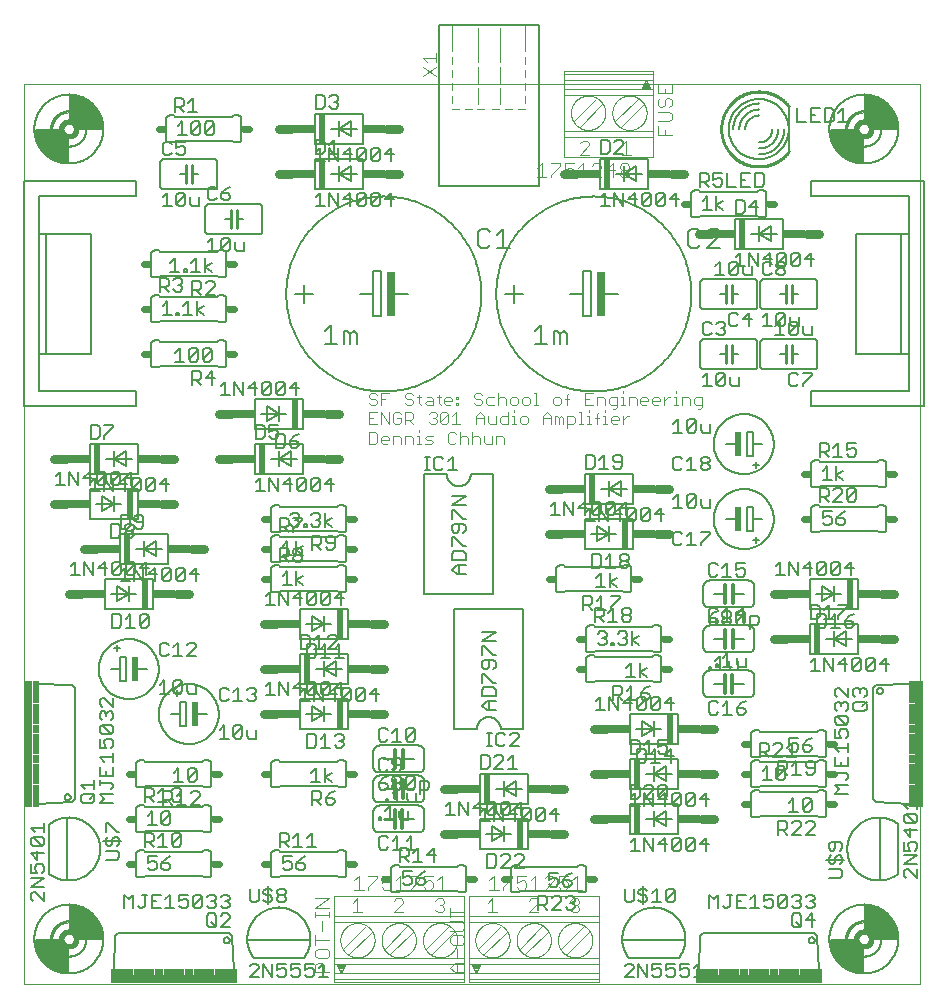
<source format=gto>
G75*
%MOIN*%
%OFA0B0*%
%FSLAX25Y25*%
%IPPOS*%
%LPD*%
%AMOC8*
5,1,8,0,0,1.08239X$1,22.5*
%
%ADD10C,0.00000*%
%ADD11C,0.00300*%
%ADD12C,0.00600*%
%ADD13C,0.00700*%
%ADD14R,0.02500X0.15000*%
%ADD15C,0.01000*%
%ADD16C,0.00500*%
%ADD17C,0.03000*%
%ADD18R,0.02000X0.10000*%
%ADD19R,0.07500X0.03000*%
%ADD20C,0.00800*%
%ADD21C,0.02400*%
%ADD22R,0.01000X0.02400*%
%ADD23C,0.00400*%
%ADD24C,0.00900*%
%ADD25C,0.01800*%
%ADD26C,0.01200*%
%ADD27R,0.02000X0.08000*%
%ADD28R,0.03000X0.42000*%
%ADD29R,0.02000X0.07500*%
%ADD30R,0.02000X0.03000*%
%ADD31R,0.02000X0.07000*%
%ADD32R,0.42000X0.03000*%
%ADD33R,0.07500X0.02000*%
%ADD34R,0.03000X0.02000*%
%ADD35R,0.07000X0.02000*%
D10*
X0005000Y0005000D02*
X0005000Y0304961D01*
X0303701Y0304961D01*
X0303701Y0005000D01*
X0005000Y0005000D01*
X0014488Y0020000D02*
X0014490Y0020148D01*
X0014496Y0020296D01*
X0014506Y0020444D01*
X0014520Y0020591D01*
X0014538Y0020738D01*
X0014559Y0020884D01*
X0014585Y0021030D01*
X0014615Y0021175D01*
X0014648Y0021319D01*
X0014686Y0021462D01*
X0014727Y0021604D01*
X0014772Y0021745D01*
X0014820Y0021885D01*
X0014873Y0022024D01*
X0014929Y0022161D01*
X0014989Y0022296D01*
X0015052Y0022430D01*
X0015119Y0022562D01*
X0015190Y0022692D01*
X0015264Y0022820D01*
X0015341Y0022946D01*
X0015422Y0023070D01*
X0015506Y0023192D01*
X0015593Y0023311D01*
X0015684Y0023428D01*
X0015778Y0023543D01*
X0015874Y0023655D01*
X0015974Y0023765D01*
X0016076Y0023871D01*
X0016182Y0023975D01*
X0016290Y0024076D01*
X0016401Y0024174D01*
X0016514Y0024270D01*
X0016630Y0024362D01*
X0016748Y0024451D01*
X0016869Y0024536D01*
X0016992Y0024619D01*
X0017117Y0024698D01*
X0017244Y0024774D01*
X0017373Y0024846D01*
X0017504Y0024915D01*
X0017637Y0024980D01*
X0017772Y0025041D01*
X0017908Y0025099D01*
X0018045Y0025154D01*
X0018184Y0025204D01*
X0018325Y0025251D01*
X0018466Y0025294D01*
X0018609Y0025334D01*
X0018753Y0025369D01*
X0018897Y0025401D01*
X0019043Y0025428D01*
X0019189Y0025452D01*
X0019336Y0025472D01*
X0019483Y0025488D01*
X0019630Y0025500D01*
X0019778Y0025508D01*
X0019926Y0025512D01*
X0020074Y0025512D01*
X0020222Y0025508D01*
X0020370Y0025500D01*
X0020517Y0025488D01*
X0020664Y0025472D01*
X0020811Y0025452D01*
X0020957Y0025428D01*
X0021103Y0025401D01*
X0021247Y0025369D01*
X0021391Y0025334D01*
X0021534Y0025294D01*
X0021675Y0025251D01*
X0021816Y0025204D01*
X0021955Y0025154D01*
X0022092Y0025099D01*
X0022228Y0025041D01*
X0022363Y0024980D01*
X0022496Y0024915D01*
X0022627Y0024846D01*
X0022756Y0024774D01*
X0022883Y0024698D01*
X0023008Y0024619D01*
X0023131Y0024536D01*
X0023252Y0024451D01*
X0023370Y0024362D01*
X0023486Y0024270D01*
X0023599Y0024174D01*
X0023710Y0024076D01*
X0023818Y0023975D01*
X0023924Y0023871D01*
X0024026Y0023765D01*
X0024126Y0023655D01*
X0024222Y0023543D01*
X0024316Y0023428D01*
X0024407Y0023311D01*
X0024494Y0023192D01*
X0024578Y0023070D01*
X0024659Y0022946D01*
X0024736Y0022820D01*
X0024810Y0022692D01*
X0024881Y0022562D01*
X0024948Y0022430D01*
X0025011Y0022296D01*
X0025071Y0022161D01*
X0025127Y0022024D01*
X0025180Y0021885D01*
X0025228Y0021745D01*
X0025273Y0021604D01*
X0025314Y0021462D01*
X0025352Y0021319D01*
X0025385Y0021175D01*
X0025415Y0021030D01*
X0025441Y0020884D01*
X0025462Y0020738D01*
X0025480Y0020591D01*
X0025494Y0020444D01*
X0025504Y0020296D01*
X0025510Y0020148D01*
X0025512Y0020000D01*
X0025510Y0019852D01*
X0025504Y0019704D01*
X0025494Y0019556D01*
X0025480Y0019409D01*
X0025462Y0019262D01*
X0025441Y0019116D01*
X0025415Y0018970D01*
X0025385Y0018825D01*
X0025352Y0018681D01*
X0025314Y0018538D01*
X0025273Y0018396D01*
X0025228Y0018255D01*
X0025180Y0018115D01*
X0025127Y0017976D01*
X0025071Y0017839D01*
X0025011Y0017704D01*
X0024948Y0017570D01*
X0024881Y0017438D01*
X0024810Y0017308D01*
X0024736Y0017180D01*
X0024659Y0017054D01*
X0024578Y0016930D01*
X0024494Y0016808D01*
X0024407Y0016689D01*
X0024316Y0016572D01*
X0024222Y0016457D01*
X0024126Y0016345D01*
X0024026Y0016235D01*
X0023924Y0016129D01*
X0023818Y0016025D01*
X0023710Y0015924D01*
X0023599Y0015826D01*
X0023486Y0015730D01*
X0023370Y0015638D01*
X0023252Y0015549D01*
X0023131Y0015464D01*
X0023008Y0015381D01*
X0022883Y0015302D01*
X0022756Y0015226D01*
X0022627Y0015154D01*
X0022496Y0015085D01*
X0022363Y0015020D01*
X0022228Y0014959D01*
X0022092Y0014901D01*
X0021955Y0014846D01*
X0021816Y0014796D01*
X0021675Y0014749D01*
X0021534Y0014706D01*
X0021391Y0014666D01*
X0021247Y0014631D01*
X0021103Y0014599D01*
X0020957Y0014572D01*
X0020811Y0014548D01*
X0020664Y0014528D01*
X0020517Y0014512D01*
X0020370Y0014500D01*
X0020222Y0014492D01*
X0020074Y0014488D01*
X0019926Y0014488D01*
X0019778Y0014492D01*
X0019630Y0014500D01*
X0019483Y0014512D01*
X0019336Y0014528D01*
X0019189Y0014548D01*
X0019043Y0014572D01*
X0018897Y0014599D01*
X0018753Y0014631D01*
X0018609Y0014666D01*
X0018466Y0014706D01*
X0018325Y0014749D01*
X0018184Y0014796D01*
X0018045Y0014846D01*
X0017908Y0014901D01*
X0017772Y0014959D01*
X0017637Y0015020D01*
X0017504Y0015085D01*
X0017373Y0015154D01*
X0017244Y0015226D01*
X0017117Y0015302D01*
X0016992Y0015381D01*
X0016869Y0015464D01*
X0016748Y0015549D01*
X0016630Y0015638D01*
X0016514Y0015730D01*
X0016401Y0015826D01*
X0016290Y0015924D01*
X0016182Y0016025D01*
X0016076Y0016129D01*
X0015974Y0016235D01*
X0015874Y0016345D01*
X0015778Y0016457D01*
X0015684Y0016572D01*
X0015593Y0016689D01*
X0015506Y0016808D01*
X0015422Y0016930D01*
X0015341Y0017054D01*
X0015264Y0017180D01*
X0015190Y0017308D01*
X0015119Y0017438D01*
X0015052Y0017570D01*
X0014989Y0017704D01*
X0014929Y0017839D01*
X0014873Y0017976D01*
X0014820Y0018115D01*
X0014772Y0018255D01*
X0014727Y0018396D01*
X0014686Y0018538D01*
X0014648Y0018681D01*
X0014615Y0018825D01*
X0014585Y0018970D01*
X0014559Y0019116D01*
X0014538Y0019262D01*
X0014520Y0019409D01*
X0014506Y0019556D01*
X0014496Y0019704D01*
X0014490Y0019852D01*
X0014488Y0020000D01*
X0014488Y0290000D02*
X0014490Y0290148D01*
X0014496Y0290296D01*
X0014506Y0290444D01*
X0014520Y0290591D01*
X0014538Y0290738D01*
X0014559Y0290884D01*
X0014585Y0291030D01*
X0014615Y0291175D01*
X0014648Y0291319D01*
X0014686Y0291462D01*
X0014727Y0291604D01*
X0014772Y0291745D01*
X0014820Y0291885D01*
X0014873Y0292024D01*
X0014929Y0292161D01*
X0014989Y0292296D01*
X0015052Y0292430D01*
X0015119Y0292562D01*
X0015190Y0292692D01*
X0015264Y0292820D01*
X0015341Y0292946D01*
X0015422Y0293070D01*
X0015506Y0293192D01*
X0015593Y0293311D01*
X0015684Y0293428D01*
X0015778Y0293543D01*
X0015874Y0293655D01*
X0015974Y0293765D01*
X0016076Y0293871D01*
X0016182Y0293975D01*
X0016290Y0294076D01*
X0016401Y0294174D01*
X0016514Y0294270D01*
X0016630Y0294362D01*
X0016748Y0294451D01*
X0016869Y0294536D01*
X0016992Y0294619D01*
X0017117Y0294698D01*
X0017244Y0294774D01*
X0017373Y0294846D01*
X0017504Y0294915D01*
X0017637Y0294980D01*
X0017772Y0295041D01*
X0017908Y0295099D01*
X0018045Y0295154D01*
X0018184Y0295204D01*
X0018325Y0295251D01*
X0018466Y0295294D01*
X0018609Y0295334D01*
X0018753Y0295369D01*
X0018897Y0295401D01*
X0019043Y0295428D01*
X0019189Y0295452D01*
X0019336Y0295472D01*
X0019483Y0295488D01*
X0019630Y0295500D01*
X0019778Y0295508D01*
X0019926Y0295512D01*
X0020074Y0295512D01*
X0020222Y0295508D01*
X0020370Y0295500D01*
X0020517Y0295488D01*
X0020664Y0295472D01*
X0020811Y0295452D01*
X0020957Y0295428D01*
X0021103Y0295401D01*
X0021247Y0295369D01*
X0021391Y0295334D01*
X0021534Y0295294D01*
X0021675Y0295251D01*
X0021816Y0295204D01*
X0021955Y0295154D01*
X0022092Y0295099D01*
X0022228Y0295041D01*
X0022363Y0294980D01*
X0022496Y0294915D01*
X0022627Y0294846D01*
X0022756Y0294774D01*
X0022883Y0294698D01*
X0023008Y0294619D01*
X0023131Y0294536D01*
X0023252Y0294451D01*
X0023370Y0294362D01*
X0023486Y0294270D01*
X0023599Y0294174D01*
X0023710Y0294076D01*
X0023818Y0293975D01*
X0023924Y0293871D01*
X0024026Y0293765D01*
X0024126Y0293655D01*
X0024222Y0293543D01*
X0024316Y0293428D01*
X0024407Y0293311D01*
X0024494Y0293192D01*
X0024578Y0293070D01*
X0024659Y0292946D01*
X0024736Y0292820D01*
X0024810Y0292692D01*
X0024881Y0292562D01*
X0024948Y0292430D01*
X0025011Y0292296D01*
X0025071Y0292161D01*
X0025127Y0292024D01*
X0025180Y0291885D01*
X0025228Y0291745D01*
X0025273Y0291604D01*
X0025314Y0291462D01*
X0025352Y0291319D01*
X0025385Y0291175D01*
X0025415Y0291030D01*
X0025441Y0290884D01*
X0025462Y0290738D01*
X0025480Y0290591D01*
X0025494Y0290444D01*
X0025504Y0290296D01*
X0025510Y0290148D01*
X0025512Y0290000D01*
X0025510Y0289852D01*
X0025504Y0289704D01*
X0025494Y0289556D01*
X0025480Y0289409D01*
X0025462Y0289262D01*
X0025441Y0289116D01*
X0025415Y0288970D01*
X0025385Y0288825D01*
X0025352Y0288681D01*
X0025314Y0288538D01*
X0025273Y0288396D01*
X0025228Y0288255D01*
X0025180Y0288115D01*
X0025127Y0287976D01*
X0025071Y0287839D01*
X0025011Y0287704D01*
X0024948Y0287570D01*
X0024881Y0287438D01*
X0024810Y0287308D01*
X0024736Y0287180D01*
X0024659Y0287054D01*
X0024578Y0286930D01*
X0024494Y0286808D01*
X0024407Y0286689D01*
X0024316Y0286572D01*
X0024222Y0286457D01*
X0024126Y0286345D01*
X0024026Y0286235D01*
X0023924Y0286129D01*
X0023818Y0286025D01*
X0023710Y0285924D01*
X0023599Y0285826D01*
X0023486Y0285730D01*
X0023370Y0285638D01*
X0023252Y0285549D01*
X0023131Y0285464D01*
X0023008Y0285381D01*
X0022883Y0285302D01*
X0022756Y0285226D01*
X0022627Y0285154D01*
X0022496Y0285085D01*
X0022363Y0285020D01*
X0022228Y0284959D01*
X0022092Y0284901D01*
X0021955Y0284846D01*
X0021816Y0284796D01*
X0021675Y0284749D01*
X0021534Y0284706D01*
X0021391Y0284666D01*
X0021247Y0284631D01*
X0021103Y0284599D01*
X0020957Y0284572D01*
X0020811Y0284548D01*
X0020664Y0284528D01*
X0020517Y0284512D01*
X0020370Y0284500D01*
X0020222Y0284492D01*
X0020074Y0284488D01*
X0019926Y0284488D01*
X0019778Y0284492D01*
X0019630Y0284500D01*
X0019483Y0284512D01*
X0019336Y0284528D01*
X0019189Y0284548D01*
X0019043Y0284572D01*
X0018897Y0284599D01*
X0018753Y0284631D01*
X0018609Y0284666D01*
X0018466Y0284706D01*
X0018325Y0284749D01*
X0018184Y0284796D01*
X0018045Y0284846D01*
X0017908Y0284901D01*
X0017772Y0284959D01*
X0017637Y0285020D01*
X0017504Y0285085D01*
X0017373Y0285154D01*
X0017244Y0285226D01*
X0017117Y0285302D01*
X0016992Y0285381D01*
X0016869Y0285464D01*
X0016748Y0285549D01*
X0016630Y0285638D01*
X0016514Y0285730D01*
X0016401Y0285826D01*
X0016290Y0285924D01*
X0016182Y0286025D01*
X0016076Y0286129D01*
X0015974Y0286235D01*
X0015874Y0286345D01*
X0015778Y0286457D01*
X0015684Y0286572D01*
X0015593Y0286689D01*
X0015506Y0286808D01*
X0015422Y0286930D01*
X0015341Y0287054D01*
X0015264Y0287180D01*
X0015190Y0287308D01*
X0015119Y0287438D01*
X0015052Y0287570D01*
X0014989Y0287704D01*
X0014929Y0287839D01*
X0014873Y0287976D01*
X0014820Y0288115D01*
X0014772Y0288255D01*
X0014727Y0288396D01*
X0014686Y0288538D01*
X0014648Y0288681D01*
X0014615Y0288825D01*
X0014585Y0288970D01*
X0014559Y0289116D01*
X0014538Y0289262D01*
X0014520Y0289409D01*
X0014506Y0289556D01*
X0014496Y0289704D01*
X0014490Y0289852D01*
X0014488Y0290000D01*
X0279488Y0290000D02*
X0279490Y0290148D01*
X0279496Y0290296D01*
X0279506Y0290444D01*
X0279520Y0290591D01*
X0279538Y0290738D01*
X0279559Y0290884D01*
X0279585Y0291030D01*
X0279615Y0291175D01*
X0279648Y0291319D01*
X0279686Y0291462D01*
X0279727Y0291604D01*
X0279772Y0291745D01*
X0279820Y0291885D01*
X0279873Y0292024D01*
X0279929Y0292161D01*
X0279989Y0292296D01*
X0280052Y0292430D01*
X0280119Y0292562D01*
X0280190Y0292692D01*
X0280264Y0292820D01*
X0280341Y0292946D01*
X0280422Y0293070D01*
X0280506Y0293192D01*
X0280593Y0293311D01*
X0280684Y0293428D01*
X0280778Y0293543D01*
X0280874Y0293655D01*
X0280974Y0293765D01*
X0281076Y0293871D01*
X0281182Y0293975D01*
X0281290Y0294076D01*
X0281401Y0294174D01*
X0281514Y0294270D01*
X0281630Y0294362D01*
X0281748Y0294451D01*
X0281869Y0294536D01*
X0281992Y0294619D01*
X0282117Y0294698D01*
X0282244Y0294774D01*
X0282373Y0294846D01*
X0282504Y0294915D01*
X0282637Y0294980D01*
X0282772Y0295041D01*
X0282908Y0295099D01*
X0283045Y0295154D01*
X0283184Y0295204D01*
X0283325Y0295251D01*
X0283466Y0295294D01*
X0283609Y0295334D01*
X0283753Y0295369D01*
X0283897Y0295401D01*
X0284043Y0295428D01*
X0284189Y0295452D01*
X0284336Y0295472D01*
X0284483Y0295488D01*
X0284630Y0295500D01*
X0284778Y0295508D01*
X0284926Y0295512D01*
X0285074Y0295512D01*
X0285222Y0295508D01*
X0285370Y0295500D01*
X0285517Y0295488D01*
X0285664Y0295472D01*
X0285811Y0295452D01*
X0285957Y0295428D01*
X0286103Y0295401D01*
X0286247Y0295369D01*
X0286391Y0295334D01*
X0286534Y0295294D01*
X0286675Y0295251D01*
X0286816Y0295204D01*
X0286955Y0295154D01*
X0287092Y0295099D01*
X0287228Y0295041D01*
X0287363Y0294980D01*
X0287496Y0294915D01*
X0287627Y0294846D01*
X0287756Y0294774D01*
X0287883Y0294698D01*
X0288008Y0294619D01*
X0288131Y0294536D01*
X0288252Y0294451D01*
X0288370Y0294362D01*
X0288486Y0294270D01*
X0288599Y0294174D01*
X0288710Y0294076D01*
X0288818Y0293975D01*
X0288924Y0293871D01*
X0289026Y0293765D01*
X0289126Y0293655D01*
X0289222Y0293543D01*
X0289316Y0293428D01*
X0289407Y0293311D01*
X0289494Y0293192D01*
X0289578Y0293070D01*
X0289659Y0292946D01*
X0289736Y0292820D01*
X0289810Y0292692D01*
X0289881Y0292562D01*
X0289948Y0292430D01*
X0290011Y0292296D01*
X0290071Y0292161D01*
X0290127Y0292024D01*
X0290180Y0291885D01*
X0290228Y0291745D01*
X0290273Y0291604D01*
X0290314Y0291462D01*
X0290352Y0291319D01*
X0290385Y0291175D01*
X0290415Y0291030D01*
X0290441Y0290884D01*
X0290462Y0290738D01*
X0290480Y0290591D01*
X0290494Y0290444D01*
X0290504Y0290296D01*
X0290510Y0290148D01*
X0290512Y0290000D01*
X0290510Y0289852D01*
X0290504Y0289704D01*
X0290494Y0289556D01*
X0290480Y0289409D01*
X0290462Y0289262D01*
X0290441Y0289116D01*
X0290415Y0288970D01*
X0290385Y0288825D01*
X0290352Y0288681D01*
X0290314Y0288538D01*
X0290273Y0288396D01*
X0290228Y0288255D01*
X0290180Y0288115D01*
X0290127Y0287976D01*
X0290071Y0287839D01*
X0290011Y0287704D01*
X0289948Y0287570D01*
X0289881Y0287438D01*
X0289810Y0287308D01*
X0289736Y0287180D01*
X0289659Y0287054D01*
X0289578Y0286930D01*
X0289494Y0286808D01*
X0289407Y0286689D01*
X0289316Y0286572D01*
X0289222Y0286457D01*
X0289126Y0286345D01*
X0289026Y0286235D01*
X0288924Y0286129D01*
X0288818Y0286025D01*
X0288710Y0285924D01*
X0288599Y0285826D01*
X0288486Y0285730D01*
X0288370Y0285638D01*
X0288252Y0285549D01*
X0288131Y0285464D01*
X0288008Y0285381D01*
X0287883Y0285302D01*
X0287756Y0285226D01*
X0287627Y0285154D01*
X0287496Y0285085D01*
X0287363Y0285020D01*
X0287228Y0284959D01*
X0287092Y0284901D01*
X0286955Y0284846D01*
X0286816Y0284796D01*
X0286675Y0284749D01*
X0286534Y0284706D01*
X0286391Y0284666D01*
X0286247Y0284631D01*
X0286103Y0284599D01*
X0285957Y0284572D01*
X0285811Y0284548D01*
X0285664Y0284528D01*
X0285517Y0284512D01*
X0285370Y0284500D01*
X0285222Y0284492D01*
X0285074Y0284488D01*
X0284926Y0284488D01*
X0284778Y0284492D01*
X0284630Y0284500D01*
X0284483Y0284512D01*
X0284336Y0284528D01*
X0284189Y0284548D01*
X0284043Y0284572D01*
X0283897Y0284599D01*
X0283753Y0284631D01*
X0283609Y0284666D01*
X0283466Y0284706D01*
X0283325Y0284749D01*
X0283184Y0284796D01*
X0283045Y0284846D01*
X0282908Y0284901D01*
X0282772Y0284959D01*
X0282637Y0285020D01*
X0282504Y0285085D01*
X0282373Y0285154D01*
X0282244Y0285226D01*
X0282117Y0285302D01*
X0281992Y0285381D01*
X0281869Y0285464D01*
X0281748Y0285549D01*
X0281630Y0285638D01*
X0281514Y0285730D01*
X0281401Y0285826D01*
X0281290Y0285924D01*
X0281182Y0286025D01*
X0281076Y0286129D01*
X0280974Y0286235D01*
X0280874Y0286345D01*
X0280778Y0286457D01*
X0280684Y0286572D01*
X0280593Y0286689D01*
X0280506Y0286808D01*
X0280422Y0286930D01*
X0280341Y0287054D01*
X0280264Y0287180D01*
X0280190Y0287308D01*
X0280119Y0287438D01*
X0280052Y0287570D01*
X0279989Y0287704D01*
X0279929Y0287839D01*
X0279873Y0287976D01*
X0279820Y0288115D01*
X0279772Y0288255D01*
X0279727Y0288396D01*
X0279686Y0288538D01*
X0279648Y0288681D01*
X0279615Y0288825D01*
X0279585Y0288970D01*
X0279559Y0289116D01*
X0279538Y0289262D01*
X0279520Y0289409D01*
X0279506Y0289556D01*
X0279496Y0289704D01*
X0279490Y0289852D01*
X0279488Y0290000D01*
X0279488Y0020000D02*
X0279490Y0020148D01*
X0279496Y0020296D01*
X0279506Y0020444D01*
X0279520Y0020591D01*
X0279538Y0020738D01*
X0279559Y0020884D01*
X0279585Y0021030D01*
X0279615Y0021175D01*
X0279648Y0021319D01*
X0279686Y0021462D01*
X0279727Y0021604D01*
X0279772Y0021745D01*
X0279820Y0021885D01*
X0279873Y0022024D01*
X0279929Y0022161D01*
X0279989Y0022296D01*
X0280052Y0022430D01*
X0280119Y0022562D01*
X0280190Y0022692D01*
X0280264Y0022820D01*
X0280341Y0022946D01*
X0280422Y0023070D01*
X0280506Y0023192D01*
X0280593Y0023311D01*
X0280684Y0023428D01*
X0280778Y0023543D01*
X0280874Y0023655D01*
X0280974Y0023765D01*
X0281076Y0023871D01*
X0281182Y0023975D01*
X0281290Y0024076D01*
X0281401Y0024174D01*
X0281514Y0024270D01*
X0281630Y0024362D01*
X0281748Y0024451D01*
X0281869Y0024536D01*
X0281992Y0024619D01*
X0282117Y0024698D01*
X0282244Y0024774D01*
X0282373Y0024846D01*
X0282504Y0024915D01*
X0282637Y0024980D01*
X0282772Y0025041D01*
X0282908Y0025099D01*
X0283045Y0025154D01*
X0283184Y0025204D01*
X0283325Y0025251D01*
X0283466Y0025294D01*
X0283609Y0025334D01*
X0283753Y0025369D01*
X0283897Y0025401D01*
X0284043Y0025428D01*
X0284189Y0025452D01*
X0284336Y0025472D01*
X0284483Y0025488D01*
X0284630Y0025500D01*
X0284778Y0025508D01*
X0284926Y0025512D01*
X0285074Y0025512D01*
X0285222Y0025508D01*
X0285370Y0025500D01*
X0285517Y0025488D01*
X0285664Y0025472D01*
X0285811Y0025452D01*
X0285957Y0025428D01*
X0286103Y0025401D01*
X0286247Y0025369D01*
X0286391Y0025334D01*
X0286534Y0025294D01*
X0286675Y0025251D01*
X0286816Y0025204D01*
X0286955Y0025154D01*
X0287092Y0025099D01*
X0287228Y0025041D01*
X0287363Y0024980D01*
X0287496Y0024915D01*
X0287627Y0024846D01*
X0287756Y0024774D01*
X0287883Y0024698D01*
X0288008Y0024619D01*
X0288131Y0024536D01*
X0288252Y0024451D01*
X0288370Y0024362D01*
X0288486Y0024270D01*
X0288599Y0024174D01*
X0288710Y0024076D01*
X0288818Y0023975D01*
X0288924Y0023871D01*
X0289026Y0023765D01*
X0289126Y0023655D01*
X0289222Y0023543D01*
X0289316Y0023428D01*
X0289407Y0023311D01*
X0289494Y0023192D01*
X0289578Y0023070D01*
X0289659Y0022946D01*
X0289736Y0022820D01*
X0289810Y0022692D01*
X0289881Y0022562D01*
X0289948Y0022430D01*
X0290011Y0022296D01*
X0290071Y0022161D01*
X0290127Y0022024D01*
X0290180Y0021885D01*
X0290228Y0021745D01*
X0290273Y0021604D01*
X0290314Y0021462D01*
X0290352Y0021319D01*
X0290385Y0021175D01*
X0290415Y0021030D01*
X0290441Y0020884D01*
X0290462Y0020738D01*
X0290480Y0020591D01*
X0290494Y0020444D01*
X0290504Y0020296D01*
X0290510Y0020148D01*
X0290512Y0020000D01*
X0290510Y0019852D01*
X0290504Y0019704D01*
X0290494Y0019556D01*
X0290480Y0019409D01*
X0290462Y0019262D01*
X0290441Y0019116D01*
X0290415Y0018970D01*
X0290385Y0018825D01*
X0290352Y0018681D01*
X0290314Y0018538D01*
X0290273Y0018396D01*
X0290228Y0018255D01*
X0290180Y0018115D01*
X0290127Y0017976D01*
X0290071Y0017839D01*
X0290011Y0017704D01*
X0289948Y0017570D01*
X0289881Y0017438D01*
X0289810Y0017308D01*
X0289736Y0017180D01*
X0289659Y0017054D01*
X0289578Y0016930D01*
X0289494Y0016808D01*
X0289407Y0016689D01*
X0289316Y0016572D01*
X0289222Y0016457D01*
X0289126Y0016345D01*
X0289026Y0016235D01*
X0288924Y0016129D01*
X0288818Y0016025D01*
X0288710Y0015924D01*
X0288599Y0015826D01*
X0288486Y0015730D01*
X0288370Y0015638D01*
X0288252Y0015549D01*
X0288131Y0015464D01*
X0288008Y0015381D01*
X0287883Y0015302D01*
X0287756Y0015226D01*
X0287627Y0015154D01*
X0287496Y0015085D01*
X0287363Y0015020D01*
X0287228Y0014959D01*
X0287092Y0014901D01*
X0286955Y0014846D01*
X0286816Y0014796D01*
X0286675Y0014749D01*
X0286534Y0014706D01*
X0286391Y0014666D01*
X0286247Y0014631D01*
X0286103Y0014599D01*
X0285957Y0014572D01*
X0285811Y0014548D01*
X0285664Y0014528D01*
X0285517Y0014512D01*
X0285370Y0014500D01*
X0285222Y0014492D01*
X0285074Y0014488D01*
X0284926Y0014488D01*
X0284778Y0014492D01*
X0284630Y0014500D01*
X0284483Y0014512D01*
X0284336Y0014528D01*
X0284189Y0014548D01*
X0284043Y0014572D01*
X0283897Y0014599D01*
X0283753Y0014631D01*
X0283609Y0014666D01*
X0283466Y0014706D01*
X0283325Y0014749D01*
X0283184Y0014796D01*
X0283045Y0014846D01*
X0282908Y0014901D01*
X0282772Y0014959D01*
X0282637Y0015020D01*
X0282504Y0015085D01*
X0282373Y0015154D01*
X0282244Y0015226D01*
X0282117Y0015302D01*
X0281992Y0015381D01*
X0281869Y0015464D01*
X0281748Y0015549D01*
X0281630Y0015638D01*
X0281514Y0015730D01*
X0281401Y0015826D01*
X0281290Y0015924D01*
X0281182Y0016025D01*
X0281076Y0016129D01*
X0280974Y0016235D01*
X0280874Y0016345D01*
X0280778Y0016457D01*
X0280684Y0016572D01*
X0280593Y0016689D01*
X0280506Y0016808D01*
X0280422Y0016930D01*
X0280341Y0017054D01*
X0280264Y0017180D01*
X0280190Y0017308D01*
X0280119Y0017438D01*
X0280052Y0017570D01*
X0279989Y0017704D01*
X0279929Y0017839D01*
X0279873Y0017976D01*
X0279820Y0018115D01*
X0279772Y0018255D01*
X0279727Y0018396D01*
X0279686Y0018538D01*
X0279648Y0018681D01*
X0279615Y0018825D01*
X0279585Y0018970D01*
X0279559Y0019116D01*
X0279538Y0019262D01*
X0279520Y0019409D01*
X0279506Y0019556D01*
X0279496Y0019704D01*
X0279490Y0019852D01*
X0279488Y0020000D01*
D11*
X0165052Y0185150D02*
X0165052Y0187152D01*
X0164385Y0187819D01*
X0162383Y0187819D01*
X0162383Y0185150D01*
X0161093Y0185150D02*
X0161093Y0187819D01*
X0161093Y0185150D02*
X0159091Y0185150D01*
X0158424Y0185817D01*
X0158424Y0187819D01*
X0157134Y0187152D02*
X0157134Y0185150D01*
X0157134Y0187152D02*
X0156466Y0187819D01*
X0155132Y0187819D01*
X0154465Y0187152D01*
X0153174Y0187152D02*
X0153174Y0185150D01*
X0154465Y0185150D02*
X0154465Y0189153D01*
X0152507Y0187819D02*
X0151172Y0187819D01*
X0150505Y0187152D01*
X0149215Y0188486D02*
X0148548Y0189153D01*
X0147213Y0189153D01*
X0146546Y0188486D01*
X0146546Y0185817D01*
X0147213Y0185150D01*
X0148548Y0185150D01*
X0149215Y0185817D01*
X0150505Y0185150D02*
X0150505Y0189153D01*
X0152507Y0187819D02*
X0153174Y0187152D01*
X0155784Y0191600D02*
X0155784Y0194269D01*
X0157119Y0195603D01*
X0158453Y0194269D01*
X0158453Y0191600D01*
X0159744Y0192267D02*
X0160411Y0191600D01*
X0162413Y0191600D01*
X0162413Y0194269D01*
X0163703Y0193602D02*
X0164370Y0194269D01*
X0166372Y0194269D01*
X0167663Y0194269D02*
X0168330Y0194269D01*
X0168330Y0191600D01*
X0167663Y0191600D02*
X0168997Y0191600D01*
X0170302Y0192267D02*
X0170969Y0191600D01*
X0172304Y0191600D01*
X0172971Y0192267D01*
X0172971Y0193602D01*
X0172304Y0194269D01*
X0170969Y0194269D01*
X0170302Y0193602D01*
X0170302Y0192267D01*
X0166372Y0191600D02*
X0164370Y0191600D01*
X0163703Y0192267D01*
X0163703Y0193602D01*
X0166372Y0195603D02*
X0166372Y0191600D01*
X0168330Y0195603D02*
X0168330Y0196271D01*
X0167670Y0198050D02*
X0167003Y0198717D01*
X0167003Y0200052D01*
X0167670Y0200719D01*
X0169004Y0200719D01*
X0169672Y0200052D01*
X0169672Y0198717D01*
X0169004Y0198050D01*
X0167670Y0198050D01*
X0165712Y0198050D02*
X0165712Y0200052D01*
X0165045Y0200719D01*
X0163710Y0200719D01*
X0163043Y0200052D01*
X0161753Y0200719D02*
X0159751Y0200719D01*
X0159084Y0200052D01*
X0159084Y0198717D01*
X0159751Y0198050D01*
X0161753Y0198050D01*
X0163043Y0198050D02*
X0163043Y0202053D01*
X0157793Y0201386D02*
X0157126Y0202053D01*
X0155792Y0202053D01*
X0155124Y0201386D01*
X0155124Y0200719D01*
X0155792Y0200052D01*
X0157126Y0200052D01*
X0157793Y0199384D01*
X0157793Y0198717D01*
X0157126Y0198050D01*
X0155792Y0198050D01*
X0155124Y0198717D01*
X0155784Y0193602D02*
X0158453Y0193602D01*
X0159744Y0194269D02*
X0159744Y0192267D01*
X0150535Y0191600D02*
X0147866Y0191600D01*
X0149200Y0191600D02*
X0149200Y0195603D01*
X0147866Y0194269D01*
X0146575Y0194936D02*
X0143906Y0192267D01*
X0144573Y0191600D01*
X0145908Y0191600D01*
X0146575Y0192267D01*
X0146575Y0194936D01*
X0145908Y0195603D01*
X0144573Y0195603D01*
X0143906Y0194936D01*
X0143906Y0192267D01*
X0142616Y0192267D02*
X0141949Y0191600D01*
X0140614Y0191600D01*
X0139947Y0192267D01*
X0141281Y0193602D02*
X0141949Y0193602D01*
X0142616Y0192934D01*
X0142616Y0192267D01*
X0141949Y0193602D02*
X0142616Y0194269D01*
X0142616Y0194936D01*
X0141949Y0195603D01*
X0140614Y0195603D01*
X0139947Y0194936D01*
X0139294Y0198050D02*
X0138627Y0198717D01*
X0139294Y0199384D01*
X0141296Y0199384D01*
X0141296Y0200052D02*
X0141296Y0198050D01*
X0139294Y0198050D01*
X0137322Y0198050D02*
X0136655Y0198717D01*
X0136655Y0201386D01*
X0135988Y0200719D02*
X0137322Y0200719D01*
X0139294Y0200719D02*
X0140629Y0200719D01*
X0141296Y0200052D01*
X0142586Y0200719D02*
X0143921Y0200719D01*
X0143254Y0201386D02*
X0143254Y0198717D01*
X0143921Y0198050D01*
X0145226Y0198717D02*
X0145226Y0200052D01*
X0145893Y0200719D01*
X0147228Y0200719D01*
X0147895Y0200052D01*
X0147895Y0199384D01*
X0145226Y0199384D01*
X0145226Y0198717D02*
X0145893Y0198050D01*
X0147228Y0198050D01*
X0149185Y0198050D02*
X0149185Y0198717D01*
X0149853Y0198717D01*
X0149853Y0198050D01*
X0149185Y0198050D01*
X0149185Y0200052D02*
X0149185Y0200719D01*
X0149853Y0200719D01*
X0149853Y0200052D01*
X0149185Y0200052D01*
X0141296Y0187819D02*
X0139294Y0187819D01*
X0138627Y0187152D01*
X0139294Y0186484D01*
X0140629Y0186484D01*
X0141296Y0185817D01*
X0140629Y0185150D01*
X0138627Y0185150D01*
X0137322Y0185150D02*
X0135988Y0185150D01*
X0136655Y0185150D02*
X0136655Y0187819D01*
X0135988Y0187819D01*
X0134697Y0187152D02*
X0134697Y0185150D01*
X0134697Y0187152D02*
X0134030Y0187819D01*
X0132028Y0187819D01*
X0132028Y0185150D01*
X0130738Y0185150D02*
X0130738Y0187152D01*
X0130070Y0187819D01*
X0128069Y0187819D01*
X0128069Y0185150D01*
X0126778Y0186484D02*
X0124109Y0186484D01*
X0124109Y0185817D02*
X0124109Y0187152D01*
X0124777Y0187819D01*
X0126111Y0187819D01*
X0126778Y0187152D01*
X0126778Y0186484D01*
X0126111Y0185150D02*
X0124777Y0185150D01*
X0124109Y0185817D01*
X0122819Y0185817D02*
X0122819Y0188486D01*
X0122152Y0189153D01*
X0120150Y0189153D01*
X0120150Y0185150D01*
X0122152Y0185150D01*
X0122819Y0185817D01*
X0122819Y0191600D02*
X0120150Y0191600D01*
X0120150Y0195603D01*
X0122819Y0195603D01*
X0124109Y0195603D02*
X0126778Y0191600D01*
X0126778Y0195603D01*
X0128069Y0194936D02*
X0128069Y0192267D01*
X0128736Y0191600D01*
X0130070Y0191600D01*
X0130738Y0192267D01*
X0130738Y0193602D01*
X0129403Y0193602D01*
X0128069Y0194936D02*
X0128736Y0195603D01*
X0130070Y0195603D01*
X0130738Y0194936D01*
X0132028Y0195603D02*
X0132028Y0191600D01*
X0132028Y0192934D02*
X0134030Y0192934D01*
X0134697Y0193602D01*
X0134697Y0194936D01*
X0134030Y0195603D01*
X0132028Y0195603D01*
X0132695Y0198050D02*
X0132028Y0198717D01*
X0132695Y0198050D02*
X0134030Y0198050D01*
X0134697Y0198717D01*
X0134697Y0199384D01*
X0134030Y0200052D01*
X0132695Y0200052D01*
X0132028Y0200719D01*
X0132028Y0201386D01*
X0132695Y0202053D01*
X0134030Y0202053D01*
X0134697Y0201386D01*
X0133363Y0192934D02*
X0134697Y0191600D01*
X0136655Y0189821D02*
X0136655Y0189153D01*
X0124109Y0191600D02*
X0124109Y0195603D01*
X0124109Y0198050D02*
X0124109Y0202053D01*
X0126778Y0202053D01*
X0125444Y0200052D02*
X0124109Y0200052D01*
X0122819Y0199384D02*
X0122819Y0198717D01*
X0122152Y0198050D01*
X0120817Y0198050D01*
X0120150Y0198717D01*
X0120817Y0200052D02*
X0122152Y0200052D01*
X0122819Y0199384D01*
X0122819Y0201386D02*
X0122152Y0202053D01*
X0120817Y0202053D01*
X0120150Y0201386D01*
X0120150Y0200719D01*
X0120817Y0200052D01*
X0120150Y0193602D02*
X0121484Y0193602D01*
X0170962Y0198717D02*
X0171629Y0198050D01*
X0172964Y0198050D01*
X0173631Y0198717D01*
X0173631Y0200052D01*
X0172964Y0200719D01*
X0171629Y0200719D01*
X0170962Y0200052D01*
X0170962Y0198717D01*
X0174921Y0198050D02*
X0176256Y0198050D01*
X0175589Y0198050D02*
X0175589Y0202053D01*
X0174921Y0202053D01*
X0179555Y0195603D02*
X0180890Y0194269D01*
X0180890Y0191600D01*
X0182180Y0191600D02*
X0182180Y0194269D01*
X0182847Y0194269D01*
X0183515Y0193602D01*
X0184182Y0194269D01*
X0184849Y0193602D01*
X0184849Y0191600D01*
X0186140Y0191600D02*
X0188141Y0191600D01*
X0188809Y0192267D01*
X0188809Y0193602D01*
X0188141Y0194269D01*
X0186140Y0194269D01*
X0186140Y0190266D01*
X0183515Y0191600D02*
X0183515Y0193602D01*
X0180890Y0193602D02*
X0178221Y0193602D01*
X0178221Y0194269D02*
X0179555Y0195603D01*
X0178221Y0194269D02*
X0178221Y0191600D01*
X0182188Y0198050D02*
X0181520Y0198717D01*
X0181520Y0200052D01*
X0182188Y0200719D01*
X0183522Y0200719D01*
X0184189Y0200052D01*
X0184189Y0198717D01*
X0183522Y0198050D01*
X0182188Y0198050D01*
X0185480Y0200052D02*
X0186814Y0200052D01*
X0186147Y0201386D02*
X0186814Y0202053D01*
X0186147Y0201386D02*
X0186147Y0198050D01*
X0190099Y0195603D02*
X0190766Y0195603D01*
X0190766Y0191600D01*
X0190099Y0191600D02*
X0191433Y0191600D01*
X0192739Y0191600D02*
X0194073Y0191600D01*
X0193406Y0191600D02*
X0193406Y0194269D01*
X0192739Y0194269D01*
X0193406Y0195603D02*
X0193406Y0196271D01*
X0192079Y0198050D02*
X0194748Y0198050D01*
X0196038Y0198050D02*
X0196038Y0200719D01*
X0198040Y0200719D01*
X0198707Y0200052D01*
X0198707Y0198050D01*
X0199997Y0198717D02*
X0200665Y0198050D01*
X0202666Y0198050D01*
X0202666Y0197383D02*
X0202666Y0200719D01*
X0200665Y0200719D01*
X0199997Y0200052D01*
X0199997Y0198717D01*
X0201332Y0196716D02*
X0201999Y0196716D01*
X0202666Y0197383D01*
X0203957Y0198050D02*
X0205291Y0198050D01*
X0204624Y0198050D02*
X0204624Y0200719D01*
X0203957Y0200719D01*
X0204624Y0202053D02*
X0204624Y0202721D01*
X0206596Y0200719D02*
X0208598Y0200719D01*
X0209265Y0200052D01*
X0209265Y0198050D01*
X0210556Y0198717D02*
X0210556Y0200052D01*
X0211223Y0200719D01*
X0212557Y0200719D01*
X0213225Y0200052D01*
X0213225Y0199384D01*
X0210556Y0199384D01*
X0210556Y0198717D02*
X0211223Y0198050D01*
X0212557Y0198050D01*
X0214515Y0198717D02*
X0214515Y0200052D01*
X0215182Y0200719D01*
X0216517Y0200719D01*
X0217184Y0200052D01*
X0217184Y0199384D01*
X0214515Y0199384D01*
X0214515Y0198717D02*
X0215182Y0198050D01*
X0216517Y0198050D01*
X0218474Y0198050D02*
X0218474Y0200719D01*
X0218474Y0199384D02*
X0219809Y0200719D01*
X0220476Y0200719D01*
X0221774Y0200719D02*
X0222441Y0200719D01*
X0222441Y0198050D01*
X0221774Y0198050D02*
X0223108Y0198050D01*
X0224414Y0198050D02*
X0224414Y0200719D01*
X0226415Y0200719D01*
X0227082Y0200052D01*
X0227082Y0198050D01*
X0228373Y0198717D02*
X0229040Y0198050D01*
X0231042Y0198050D01*
X0231042Y0197383D02*
X0231042Y0200719D01*
X0229040Y0200719D01*
X0228373Y0200052D01*
X0228373Y0198717D01*
X0229707Y0196716D02*
X0230375Y0196716D01*
X0231042Y0197383D01*
X0222441Y0202053D02*
X0222441Y0202721D01*
X0206596Y0200719D02*
X0206596Y0198050D01*
X0206618Y0194269D02*
X0205951Y0194269D01*
X0204617Y0192934D01*
X0203326Y0192934D02*
X0200657Y0192934D01*
X0200657Y0192267D02*
X0200657Y0193602D01*
X0201325Y0194269D01*
X0202659Y0194269D01*
X0203326Y0193602D01*
X0203326Y0192934D01*
X0202659Y0191600D02*
X0201325Y0191600D01*
X0200657Y0192267D01*
X0199352Y0191600D02*
X0198018Y0191600D01*
X0198685Y0191600D02*
X0198685Y0194269D01*
X0198018Y0194269D01*
X0196713Y0193602D02*
X0195378Y0193602D01*
X0196045Y0194936D02*
X0196713Y0195603D01*
X0196045Y0194936D02*
X0196045Y0191600D01*
X0198685Y0195603D02*
X0198685Y0196271D01*
X0204617Y0194269D02*
X0204617Y0191600D01*
X0193413Y0200052D02*
X0192079Y0200052D01*
X0192079Y0202053D02*
X0192079Y0198050D01*
X0192079Y0202053D02*
X0194748Y0202053D01*
D12*
X0194000Y0227500D02*
X0191500Y0227500D01*
X0191500Y0235000D01*
X0191500Y0242500D01*
X0194000Y0242500D01*
X0194000Y0227500D01*
X0162500Y0235000D02*
X0162510Y0235798D01*
X0162539Y0236595D01*
X0162588Y0237391D01*
X0162656Y0238186D01*
X0162744Y0238978D01*
X0162852Y0239769D01*
X0162978Y0240556D01*
X0163124Y0241340D01*
X0163290Y0242121D01*
X0163474Y0242897D01*
X0163677Y0243668D01*
X0163899Y0244434D01*
X0164140Y0245195D01*
X0164400Y0245949D01*
X0164678Y0246697D01*
X0164974Y0247437D01*
X0165288Y0248170D01*
X0165620Y0248896D01*
X0165970Y0249612D01*
X0166338Y0250320D01*
X0166722Y0251019D01*
X0167124Y0251708D01*
X0167542Y0252387D01*
X0167977Y0253056D01*
X0168428Y0253714D01*
X0168896Y0254360D01*
X0169379Y0254995D01*
X0169877Y0255618D01*
X0170391Y0256228D01*
X0170919Y0256826D01*
X0171462Y0257410D01*
X0172019Y0257981D01*
X0172590Y0258538D01*
X0173174Y0259081D01*
X0173772Y0259609D01*
X0174382Y0260123D01*
X0175005Y0260621D01*
X0175640Y0261104D01*
X0176286Y0261572D01*
X0176944Y0262023D01*
X0177613Y0262458D01*
X0178292Y0262876D01*
X0178981Y0263278D01*
X0179680Y0263662D01*
X0180388Y0264030D01*
X0181104Y0264380D01*
X0181830Y0264712D01*
X0182563Y0265026D01*
X0183303Y0265322D01*
X0184051Y0265600D01*
X0184805Y0265860D01*
X0185566Y0266101D01*
X0186332Y0266323D01*
X0187103Y0266526D01*
X0187879Y0266710D01*
X0188660Y0266876D01*
X0189444Y0267022D01*
X0190231Y0267148D01*
X0191022Y0267256D01*
X0191814Y0267344D01*
X0192609Y0267412D01*
X0193405Y0267461D01*
X0194202Y0267490D01*
X0195000Y0267500D01*
X0195798Y0267490D01*
X0196595Y0267461D01*
X0197391Y0267412D01*
X0198186Y0267344D01*
X0198978Y0267256D01*
X0199769Y0267148D01*
X0200556Y0267022D01*
X0201340Y0266876D01*
X0202121Y0266710D01*
X0202897Y0266526D01*
X0203668Y0266323D01*
X0204434Y0266101D01*
X0205195Y0265860D01*
X0205949Y0265600D01*
X0206697Y0265322D01*
X0207437Y0265026D01*
X0208170Y0264712D01*
X0208896Y0264380D01*
X0209612Y0264030D01*
X0210320Y0263662D01*
X0211019Y0263278D01*
X0211708Y0262876D01*
X0212387Y0262458D01*
X0213056Y0262023D01*
X0213714Y0261572D01*
X0214360Y0261104D01*
X0214995Y0260621D01*
X0215618Y0260123D01*
X0216228Y0259609D01*
X0216826Y0259081D01*
X0217410Y0258538D01*
X0217981Y0257981D01*
X0218538Y0257410D01*
X0219081Y0256826D01*
X0219609Y0256228D01*
X0220123Y0255618D01*
X0220621Y0254995D01*
X0221104Y0254360D01*
X0221572Y0253714D01*
X0222023Y0253056D01*
X0222458Y0252387D01*
X0222876Y0251708D01*
X0223278Y0251019D01*
X0223662Y0250320D01*
X0224030Y0249612D01*
X0224380Y0248896D01*
X0224712Y0248170D01*
X0225026Y0247437D01*
X0225322Y0246697D01*
X0225600Y0245949D01*
X0225860Y0245195D01*
X0226101Y0244434D01*
X0226323Y0243668D01*
X0226526Y0242897D01*
X0226710Y0242121D01*
X0226876Y0241340D01*
X0227022Y0240556D01*
X0227148Y0239769D01*
X0227256Y0238978D01*
X0227344Y0238186D01*
X0227412Y0237391D01*
X0227461Y0236595D01*
X0227490Y0235798D01*
X0227500Y0235000D01*
X0227490Y0234202D01*
X0227461Y0233405D01*
X0227412Y0232609D01*
X0227344Y0231814D01*
X0227256Y0231022D01*
X0227148Y0230231D01*
X0227022Y0229444D01*
X0226876Y0228660D01*
X0226710Y0227879D01*
X0226526Y0227103D01*
X0226323Y0226332D01*
X0226101Y0225566D01*
X0225860Y0224805D01*
X0225600Y0224051D01*
X0225322Y0223303D01*
X0225026Y0222563D01*
X0224712Y0221830D01*
X0224380Y0221104D01*
X0224030Y0220388D01*
X0223662Y0219680D01*
X0223278Y0218981D01*
X0222876Y0218292D01*
X0222458Y0217613D01*
X0222023Y0216944D01*
X0221572Y0216286D01*
X0221104Y0215640D01*
X0220621Y0215005D01*
X0220123Y0214382D01*
X0219609Y0213772D01*
X0219081Y0213174D01*
X0218538Y0212590D01*
X0217981Y0212019D01*
X0217410Y0211462D01*
X0216826Y0210919D01*
X0216228Y0210391D01*
X0215618Y0209877D01*
X0214995Y0209379D01*
X0214360Y0208896D01*
X0213714Y0208428D01*
X0213056Y0207977D01*
X0212387Y0207542D01*
X0211708Y0207124D01*
X0211019Y0206722D01*
X0210320Y0206338D01*
X0209612Y0205970D01*
X0208896Y0205620D01*
X0208170Y0205288D01*
X0207437Y0204974D01*
X0206697Y0204678D01*
X0205949Y0204400D01*
X0205195Y0204140D01*
X0204434Y0203899D01*
X0203668Y0203677D01*
X0202897Y0203474D01*
X0202121Y0203290D01*
X0201340Y0203124D01*
X0200556Y0202978D01*
X0199769Y0202852D01*
X0198978Y0202744D01*
X0198186Y0202656D01*
X0197391Y0202588D01*
X0196595Y0202539D01*
X0195798Y0202510D01*
X0195000Y0202500D01*
X0194202Y0202510D01*
X0193405Y0202539D01*
X0192609Y0202588D01*
X0191814Y0202656D01*
X0191022Y0202744D01*
X0190231Y0202852D01*
X0189444Y0202978D01*
X0188660Y0203124D01*
X0187879Y0203290D01*
X0187103Y0203474D01*
X0186332Y0203677D01*
X0185566Y0203899D01*
X0184805Y0204140D01*
X0184051Y0204400D01*
X0183303Y0204678D01*
X0182563Y0204974D01*
X0181830Y0205288D01*
X0181104Y0205620D01*
X0180388Y0205970D01*
X0179680Y0206338D01*
X0178981Y0206722D01*
X0178292Y0207124D01*
X0177613Y0207542D01*
X0176944Y0207977D01*
X0176286Y0208428D01*
X0175640Y0208896D01*
X0175005Y0209379D01*
X0174382Y0209877D01*
X0173772Y0210391D01*
X0173174Y0210919D01*
X0172590Y0211462D01*
X0172019Y0212019D01*
X0171462Y0212590D01*
X0170919Y0213174D01*
X0170391Y0213772D01*
X0169877Y0214382D01*
X0169379Y0215005D01*
X0168896Y0215640D01*
X0168428Y0216286D01*
X0167977Y0216944D01*
X0167542Y0217613D01*
X0167124Y0218292D01*
X0166722Y0218981D01*
X0166338Y0219680D01*
X0165970Y0220388D01*
X0165620Y0221104D01*
X0165288Y0221830D01*
X0164974Y0222563D01*
X0164678Y0223303D01*
X0164400Y0224051D01*
X0164140Y0224805D01*
X0163899Y0225566D01*
X0163677Y0226332D01*
X0163474Y0227103D01*
X0163290Y0227879D01*
X0163124Y0228660D01*
X0162978Y0229444D01*
X0162852Y0230231D01*
X0162744Y0231022D01*
X0162656Y0231814D01*
X0162588Y0232609D01*
X0162539Y0233405D01*
X0162510Y0234202D01*
X0162500Y0235000D01*
X0165500Y0235000D02*
X0171500Y0235000D01*
X0168500Y0232000D02*
X0168500Y0238000D01*
X0187000Y0235000D02*
X0191500Y0235000D01*
X0197500Y0235000D02*
X0203000Y0235000D01*
X0228500Y0260500D02*
X0230000Y0260500D01*
X0230500Y0261000D01*
X0249500Y0261000D01*
X0250000Y0260500D01*
X0251500Y0260500D01*
X0251560Y0260502D01*
X0251621Y0260507D01*
X0251680Y0260516D01*
X0251739Y0260529D01*
X0251798Y0260545D01*
X0251855Y0260565D01*
X0251910Y0260588D01*
X0251965Y0260615D01*
X0252017Y0260644D01*
X0252068Y0260677D01*
X0252117Y0260713D01*
X0252163Y0260751D01*
X0252207Y0260793D01*
X0252249Y0260837D01*
X0252287Y0260883D01*
X0252323Y0260932D01*
X0252356Y0260983D01*
X0252385Y0261035D01*
X0252412Y0261090D01*
X0252435Y0261145D01*
X0252455Y0261202D01*
X0252471Y0261261D01*
X0252484Y0261320D01*
X0252493Y0261379D01*
X0252498Y0261440D01*
X0252500Y0261500D01*
X0252500Y0268500D01*
X0252498Y0268560D01*
X0252493Y0268621D01*
X0252484Y0268680D01*
X0252471Y0268739D01*
X0252455Y0268798D01*
X0252435Y0268855D01*
X0252412Y0268910D01*
X0252385Y0268965D01*
X0252356Y0269017D01*
X0252323Y0269068D01*
X0252287Y0269117D01*
X0252249Y0269163D01*
X0252207Y0269207D01*
X0252163Y0269249D01*
X0252117Y0269287D01*
X0252068Y0269323D01*
X0252017Y0269356D01*
X0251965Y0269385D01*
X0251910Y0269412D01*
X0251855Y0269435D01*
X0251798Y0269455D01*
X0251739Y0269471D01*
X0251680Y0269484D01*
X0251621Y0269493D01*
X0251560Y0269498D01*
X0251500Y0269500D01*
X0250000Y0269500D01*
X0249500Y0269000D01*
X0230500Y0269000D01*
X0230000Y0269500D01*
X0228500Y0269500D01*
X0228440Y0269498D01*
X0228379Y0269493D01*
X0228320Y0269484D01*
X0228261Y0269471D01*
X0228202Y0269455D01*
X0228145Y0269435D01*
X0228090Y0269412D01*
X0228035Y0269385D01*
X0227983Y0269356D01*
X0227932Y0269323D01*
X0227883Y0269287D01*
X0227837Y0269249D01*
X0227793Y0269207D01*
X0227751Y0269163D01*
X0227713Y0269117D01*
X0227677Y0269068D01*
X0227644Y0269017D01*
X0227615Y0268965D01*
X0227588Y0268910D01*
X0227565Y0268855D01*
X0227545Y0268798D01*
X0227529Y0268739D01*
X0227516Y0268680D01*
X0227507Y0268621D01*
X0227502Y0268560D01*
X0227500Y0268500D01*
X0227500Y0261500D01*
X0227502Y0261440D01*
X0227507Y0261379D01*
X0227516Y0261320D01*
X0227529Y0261261D01*
X0227545Y0261202D01*
X0227565Y0261145D01*
X0227588Y0261090D01*
X0227615Y0261035D01*
X0227644Y0260983D01*
X0227677Y0260932D01*
X0227713Y0260883D01*
X0227751Y0260837D01*
X0227793Y0260793D01*
X0227837Y0260751D01*
X0227883Y0260713D01*
X0227932Y0260677D01*
X0227983Y0260644D01*
X0228035Y0260615D01*
X0228090Y0260588D01*
X0228145Y0260565D01*
X0228202Y0260545D01*
X0228261Y0260529D01*
X0228320Y0260516D01*
X0228379Y0260507D01*
X0228440Y0260502D01*
X0228500Y0260500D01*
X0242000Y0260000D02*
X0242000Y0250000D01*
X0258000Y0250000D01*
X0258000Y0260000D01*
X0242000Y0260000D01*
X0247500Y0255000D02*
X0250000Y0255000D01*
X0250000Y0252500D01*
X0250000Y0255000D02*
X0250000Y0257500D01*
X0250000Y0255000D02*
X0254000Y0257500D01*
X0254000Y0252500D01*
X0250000Y0255000D01*
X0256000Y0255000D01*
X0251500Y0240000D02*
X0268500Y0240000D01*
X0268560Y0239998D01*
X0268621Y0239993D01*
X0268680Y0239984D01*
X0268739Y0239971D01*
X0268798Y0239955D01*
X0268855Y0239935D01*
X0268910Y0239912D01*
X0268965Y0239885D01*
X0269017Y0239856D01*
X0269068Y0239823D01*
X0269117Y0239787D01*
X0269163Y0239749D01*
X0269207Y0239707D01*
X0269249Y0239663D01*
X0269287Y0239617D01*
X0269323Y0239568D01*
X0269356Y0239517D01*
X0269385Y0239465D01*
X0269412Y0239410D01*
X0269435Y0239355D01*
X0269455Y0239298D01*
X0269471Y0239239D01*
X0269484Y0239180D01*
X0269493Y0239121D01*
X0269498Y0239060D01*
X0269500Y0239000D01*
X0269500Y0231000D01*
X0269498Y0230940D01*
X0269493Y0230879D01*
X0269484Y0230820D01*
X0269471Y0230761D01*
X0269455Y0230702D01*
X0269435Y0230645D01*
X0269412Y0230590D01*
X0269385Y0230535D01*
X0269356Y0230483D01*
X0269323Y0230432D01*
X0269287Y0230383D01*
X0269249Y0230337D01*
X0269207Y0230293D01*
X0269163Y0230251D01*
X0269117Y0230213D01*
X0269068Y0230177D01*
X0269017Y0230144D01*
X0268965Y0230115D01*
X0268910Y0230088D01*
X0268855Y0230065D01*
X0268798Y0230045D01*
X0268739Y0230029D01*
X0268680Y0230016D01*
X0268621Y0230007D01*
X0268560Y0230002D01*
X0268500Y0230000D01*
X0251500Y0230000D01*
X0251440Y0230002D01*
X0251379Y0230007D01*
X0251320Y0230016D01*
X0251261Y0230029D01*
X0251202Y0230045D01*
X0251145Y0230065D01*
X0251090Y0230088D01*
X0251035Y0230115D01*
X0250983Y0230144D01*
X0250932Y0230177D01*
X0250883Y0230213D01*
X0250837Y0230251D01*
X0250793Y0230293D01*
X0250751Y0230337D01*
X0250713Y0230383D01*
X0250677Y0230432D01*
X0250644Y0230483D01*
X0250615Y0230535D01*
X0250588Y0230590D01*
X0250565Y0230645D01*
X0250545Y0230702D01*
X0250529Y0230761D01*
X0250516Y0230820D01*
X0250507Y0230879D01*
X0250502Y0230940D01*
X0250500Y0231000D01*
X0250500Y0239000D01*
X0249500Y0239000D02*
X0249500Y0231000D01*
X0249498Y0230940D01*
X0249493Y0230879D01*
X0249484Y0230820D01*
X0249471Y0230761D01*
X0249455Y0230702D01*
X0249435Y0230645D01*
X0249412Y0230590D01*
X0249385Y0230535D01*
X0249356Y0230483D01*
X0249323Y0230432D01*
X0249287Y0230383D01*
X0249249Y0230337D01*
X0249207Y0230293D01*
X0249163Y0230251D01*
X0249117Y0230213D01*
X0249068Y0230177D01*
X0249017Y0230144D01*
X0248965Y0230115D01*
X0248910Y0230088D01*
X0248855Y0230065D01*
X0248798Y0230045D01*
X0248739Y0230029D01*
X0248680Y0230016D01*
X0248621Y0230007D01*
X0248560Y0230002D01*
X0248500Y0230000D01*
X0231500Y0230000D01*
X0231440Y0230002D01*
X0231379Y0230007D01*
X0231320Y0230016D01*
X0231261Y0230029D01*
X0231202Y0230045D01*
X0231145Y0230065D01*
X0231090Y0230088D01*
X0231035Y0230115D01*
X0230983Y0230144D01*
X0230932Y0230177D01*
X0230883Y0230213D01*
X0230837Y0230251D01*
X0230793Y0230293D01*
X0230751Y0230337D01*
X0230713Y0230383D01*
X0230677Y0230432D01*
X0230644Y0230483D01*
X0230615Y0230535D01*
X0230588Y0230590D01*
X0230565Y0230645D01*
X0230545Y0230702D01*
X0230529Y0230761D01*
X0230516Y0230820D01*
X0230507Y0230879D01*
X0230502Y0230940D01*
X0230500Y0231000D01*
X0230500Y0239000D01*
X0230502Y0239060D01*
X0230507Y0239121D01*
X0230516Y0239180D01*
X0230529Y0239239D01*
X0230545Y0239298D01*
X0230565Y0239355D01*
X0230588Y0239410D01*
X0230615Y0239465D01*
X0230644Y0239517D01*
X0230677Y0239568D01*
X0230713Y0239617D01*
X0230751Y0239663D01*
X0230793Y0239707D01*
X0230837Y0239749D01*
X0230883Y0239787D01*
X0230932Y0239823D01*
X0230983Y0239856D01*
X0231035Y0239885D01*
X0231090Y0239912D01*
X0231145Y0239935D01*
X0231202Y0239955D01*
X0231261Y0239971D01*
X0231320Y0239984D01*
X0231379Y0239993D01*
X0231440Y0239998D01*
X0231500Y0240000D01*
X0248500Y0240000D01*
X0248560Y0239998D01*
X0248621Y0239993D01*
X0248680Y0239984D01*
X0248739Y0239971D01*
X0248798Y0239955D01*
X0248855Y0239935D01*
X0248910Y0239912D01*
X0248965Y0239885D01*
X0249017Y0239856D01*
X0249068Y0239823D01*
X0249117Y0239787D01*
X0249163Y0239749D01*
X0249207Y0239707D01*
X0249249Y0239663D01*
X0249287Y0239617D01*
X0249323Y0239568D01*
X0249356Y0239517D01*
X0249385Y0239465D01*
X0249412Y0239410D01*
X0249435Y0239355D01*
X0249455Y0239298D01*
X0249471Y0239239D01*
X0249484Y0239180D01*
X0249493Y0239121D01*
X0249498Y0239060D01*
X0249500Y0239000D01*
X0250500Y0239000D02*
X0250502Y0239060D01*
X0250507Y0239121D01*
X0250516Y0239180D01*
X0250529Y0239239D01*
X0250545Y0239298D01*
X0250565Y0239355D01*
X0250588Y0239410D01*
X0250615Y0239465D01*
X0250644Y0239517D01*
X0250677Y0239568D01*
X0250713Y0239617D01*
X0250751Y0239663D01*
X0250793Y0239707D01*
X0250837Y0239749D01*
X0250883Y0239787D01*
X0250932Y0239823D01*
X0250983Y0239856D01*
X0251035Y0239885D01*
X0251090Y0239912D01*
X0251145Y0239935D01*
X0251202Y0239955D01*
X0251261Y0239971D01*
X0251320Y0239984D01*
X0251379Y0239993D01*
X0251440Y0239998D01*
X0251500Y0240000D01*
X0257000Y0235000D02*
X0258500Y0235000D01*
X0259000Y0235000D01*
X0261000Y0235000D02*
X0261500Y0235000D01*
X0263000Y0235000D01*
X0268500Y0220000D02*
X0251500Y0220000D01*
X0251440Y0219998D01*
X0251379Y0219993D01*
X0251320Y0219984D01*
X0251261Y0219971D01*
X0251202Y0219955D01*
X0251145Y0219935D01*
X0251090Y0219912D01*
X0251035Y0219885D01*
X0250983Y0219856D01*
X0250932Y0219823D01*
X0250883Y0219787D01*
X0250837Y0219749D01*
X0250793Y0219707D01*
X0250751Y0219663D01*
X0250713Y0219617D01*
X0250677Y0219568D01*
X0250644Y0219517D01*
X0250615Y0219465D01*
X0250588Y0219410D01*
X0250565Y0219355D01*
X0250545Y0219298D01*
X0250529Y0219239D01*
X0250516Y0219180D01*
X0250507Y0219121D01*
X0250502Y0219060D01*
X0250500Y0219000D01*
X0250500Y0211000D01*
X0249500Y0211000D02*
X0249500Y0219000D01*
X0249498Y0219060D01*
X0249493Y0219121D01*
X0249484Y0219180D01*
X0249471Y0219239D01*
X0249455Y0219298D01*
X0249435Y0219355D01*
X0249412Y0219410D01*
X0249385Y0219465D01*
X0249356Y0219517D01*
X0249323Y0219568D01*
X0249287Y0219617D01*
X0249249Y0219663D01*
X0249207Y0219707D01*
X0249163Y0219749D01*
X0249117Y0219787D01*
X0249068Y0219823D01*
X0249017Y0219856D01*
X0248965Y0219885D01*
X0248910Y0219912D01*
X0248855Y0219935D01*
X0248798Y0219955D01*
X0248739Y0219971D01*
X0248680Y0219984D01*
X0248621Y0219993D01*
X0248560Y0219998D01*
X0248500Y0220000D01*
X0231500Y0220000D01*
X0231440Y0219998D01*
X0231379Y0219993D01*
X0231320Y0219984D01*
X0231261Y0219971D01*
X0231202Y0219955D01*
X0231145Y0219935D01*
X0231090Y0219912D01*
X0231035Y0219885D01*
X0230983Y0219856D01*
X0230932Y0219823D01*
X0230883Y0219787D01*
X0230837Y0219749D01*
X0230793Y0219707D01*
X0230751Y0219663D01*
X0230713Y0219617D01*
X0230677Y0219568D01*
X0230644Y0219517D01*
X0230615Y0219465D01*
X0230588Y0219410D01*
X0230565Y0219355D01*
X0230545Y0219298D01*
X0230529Y0219239D01*
X0230516Y0219180D01*
X0230507Y0219121D01*
X0230502Y0219060D01*
X0230500Y0219000D01*
X0230500Y0211000D01*
X0230502Y0210940D01*
X0230507Y0210879D01*
X0230516Y0210820D01*
X0230529Y0210761D01*
X0230545Y0210702D01*
X0230565Y0210645D01*
X0230588Y0210590D01*
X0230615Y0210535D01*
X0230644Y0210483D01*
X0230677Y0210432D01*
X0230713Y0210383D01*
X0230751Y0210337D01*
X0230793Y0210293D01*
X0230837Y0210251D01*
X0230883Y0210213D01*
X0230932Y0210177D01*
X0230983Y0210144D01*
X0231035Y0210115D01*
X0231090Y0210088D01*
X0231145Y0210065D01*
X0231202Y0210045D01*
X0231261Y0210029D01*
X0231320Y0210016D01*
X0231379Y0210007D01*
X0231440Y0210002D01*
X0231500Y0210000D01*
X0248500Y0210000D01*
X0248560Y0210002D01*
X0248621Y0210007D01*
X0248680Y0210016D01*
X0248739Y0210029D01*
X0248798Y0210045D01*
X0248855Y0210065D01*
X0248910Y0210088D01*
X0248965Y0210115D01*
X0249017Y0210144D01*
X0249068Y0210177D01*
X0249117Y0210213D01*
X0249163Y0210251D01*
X0249207Y0210293D01*
X0249249Y0210337D01*
X0249287Y0210383D01*
X0249323Y0210432D01*
X0249356Y0210483D01*
X0249385Y0210535D01*
X0249412Y0210590D01*
X0249435Y0210645D01*
X0249455Y0210702D01*
X0249471Y0210761D01*
X0249484Y0210820D01*
X0249493Y0210879D01*
X0249498Y0210940D01*
X0249500Y0211000D01*
X0250500Y0211000D02*
X0250502Y0210940D01*
X0250507Y0210879D01*
X0250516Y0210820D01*
X0250529Y0210761D01*
X0250545Y0210702D01*
X0250565Y0210645D01*
X0250588Y0210590D01*
X0250615Y0210535D01*
X0250644Y0210483D01*
X0250677Y0210432D01*
X0250713Y0210383D01*
X0250751Y0210337D01*
X0250793Y0210293D01*
X0250837Y0210251D01*
X0250883Y0210213D01*
X0250932Y0210177D01*
X0250983Y0210144D01*
X0251035Y0210115D01*
X0251090Y0210088D01*
X0251145Y0210065D01*
X0251202Y0210045D01*
X0251261Y0210029D01*
X0251320Y0210016D01*
X0251379Y0210007D01*
X0251440Y0210002D01*
X0251500Y0210000D01*
X0268500Y0210000D01*
X0268560Y0210002D01*
X0268621Y0210007D01*
X0268680Y0210016D01*
X0268739Y0210029D01*
X0268798Y0210045D01*
X0268855Y0210065D01*
X0268910Y0210088D01*
X0268965Y0210115D01*
X0269017Y0210144D01*
X0269068Y0210177D01*
X0269117Y0210213D01*
X0269163Y0210251D01*
X0269207Y0210293D01*
X0269249Y0210337D01*
X0269287Y0210383D01*
X0269323Y0210432D01*
X0269356Y0210483D01*
X0269385Y0210535D01*
X0269412Y0210590D01*
X0269435Y0210645D01*
X0269455Y0210702D01*
X0269471Y0210761D01*
X0269484Y0210820D01*
X0269493Y0210879D01*
X0269498Y0210940D01*
X0269500Y0211000D01*
X0269500Y0219000D01*
X0269498Y0219060D01*
X0269493Y0219121D01*
X0269484Y0219180D01*
X0269471Y0219239D01*
X0269455Y0219298D01*
X0269435Y0219355D01*
X0269412Y0219410D01*
X0269385Y0219465D01*
X0269356Y0219517D01*
X0269323Y0219568D01*
X0269287Y0219617D01*
X0269249Y0219663D01*
X0269207Y0219707D01*
X0269163Y0219749D01*
X0269117Y0219787D01*
X0269068Y0219823D01*
X0269017Y0219856D01*
X0268965Y0219885D01*
X0268910Y0219912D01*
X0268855Y0219935D01*
X0268798Y0219955D01*
X0268739Y0219971D01*
X0268680Y0219984D01*
X0268621Y0219993D01*
X0268560Y0219998D01*
X0268500Y0220000D01*
X0263000Y0215000D02*
X0261500Y0215000D01*
X0261000Y0215000D01*
X0259000Y0215000D02*
X0258500Y0215000D01*
X0257000Y0215000D01*
X0243000Y0215000D02*
X0241500Y0215000D01*
X0241000Y0215000D01*
X0239000Y0215000D02*
X0238500Y0215000D01*
X0237000Y0215000D01*
X0237000Y0235000D02*
X0238500Y0235000D01*
X0239000Y0235000D01*
X0241000Y0235000D02*
X0241500Y0235000D01*
X0243000Y0235000D01*
X0213000Y0270000D02*
X0213000Y0280000D01*
X0197000Y0280000D01*
X0197000Y0270000D01*
X0213000Y0270000D01*
X0209000Y0272500D02*
X0205000Y0275000D01*
X0205000Y0272500D01*
X0205000Y0275000D02*
X0202500Y0275000D01*
X0205000Y0275000D02*
X0205000Y0277500D01*
X0205000Y0275000D02*
X0209000Y0277500D01*
X0209000Y0272500D01*
X0211000Y0275000D02*
X0205000Y0275000D01*
X0240000Y0290000D02*
X0240003Y0290245D01*
X0240012Y0290491D01*
X0240027Y0290736D01*
X0240048Y0290980D01*
X0240075Y0291224D01*
X0240108Y0291467D01*
X0240147Y0291710D01*
X0240192Y0291951D01*
X0240243Y0292191D01*
X0240300Y0292430D01*
X0240362Y0292667D01*
X0240431Y0292903D01*
X0240505Y0293137D01*
X0240585Y0293369D01*
X0240670Y0293599D01*
X0240761Y0293827D01*
X0240858Y0294052D01*
X0240960Y0294276D01*
X0241068Y0294496D01*
X0241181Y0294714D01*
X0241299Y0294929D01*
X0241423Y0295141D01*
X0241551Y0295350D01*
X0241685Y0295556D01*
X0241824Y0295758D01*
X0241968Y0295957D01*
X0242117Y0296152D01*
X0242270Y0296344D01*
X0242428Y0296532D01*
X0242590Y0296716D01*
X0242758Y0296895D01*
X0242929Y0297071D01*
X0243105Y0297242D01*
X0243284Y0297410D01*
X0243468Y0297572D01*
X0243656Y0297730D01*
X0243848Y0297883D01*
X0244043Y0298032D01*
X0244242Y0298176D01*
X0244444Y0298315D01*
X0244650Y0298449D01*
X0244859Y0298577D01*
X0245071Y0298701D01*
X0245286Y0298819D01*
X0245504Y0298932D01*
X0245724Y0299040D01*
X0245948Y0299142D01*
X0246173Y0299239D01*
X0246401Y0299330D01*
X0246631Y0299415D01*
X0246863Y0299495D01*
X0247097Y0299569D01*
X0247333Y0299638D01*
X0247570Y0299700D01*
X0247809Y0299757D01*
X0248049Y0299808D01*
X0248290Y0299853D01*
X0248533Y0299892D01*
X0248776Y0299925D01*
X0249020Y0299952D01*
X0249264Y0299973D01*
X0249509Y0299988D01*
X0249755Y0299997D01*
X0250000Y0300000D01*
X0250245Y0299997D01*
X0250491Y0299988D01*
X0250736Y0299973D01*
X0250980Y0299952D01*
X0251224Y0299925D01*
X0251467Y0299892D01*
X0251710Y0299853D01*
X0251951Y0299808D01*
X0252191Y0299757D01*
X0252430Y0299700D01*
X0252667Y0299638D01*
X0252903Y0299569D01*
X0253137Y0299495D01*
X0253369Y0299415D01*
X0253599Y0299330D01*
X0253827Y0299239D01*
X0254052Y0299142D01*
X0254276Y0299040D01*
X0254496Y0298932D01*
X0254714Y0298819D01*
X0254929Y0298701D01*
X0255141Y0298577D01*
X0255350Y0298449D01*
X0255556Y0298315D01*
X0255758Y0298176D01*
X0255957Y0298032D01*
X0256152Y0297883D01*
X0256344Y0297730D01*
X0256532Y0297572D01*
X0256716Y0297410D01*
X0256895Y0297242D01*
X0257071Y0297071D01*
X0257242Y0296895D01*
X0257410Y0296716D01*
X0257572Y0296532D01*
X0257730Y0296344D01*
X0257883Y0296152D01*
X0258032Y0295957D01*
X0258176Y0295758D01*
X0258315Y0295556D01*
X0258449Y0295350D01*
X0258577Y0295141D01*
X0258701Y0294929D01*
X0258819Y0294714D01*
X0258932Y0294496D01*
X0259040Y0294276D01*
X0259142Y0294052D01*
X0259239Y0293827D01*
X0259330Y0293599D01*
X0259415Y0293369D01*
X0259495Y0293137D01*
X0259569Y0292903D01*
X0259638Y0292667D01*
X0259700Y0292430D01*
X0259757Y0292191D01*
X0259808Y0291951D01*
X0259853Y0291710D01*
X0259892Y0291467D01*
X0259925Y0291224D01*
X0259952Y0290980D01*
X0259973Y0290736D01*
X0259988Y0290491D01*
X0259997Y0290245D01*
X0260000Y0290000D01*
X0259997Y0289755D01*
X0259988Y0289509D01*
X0259973Y0289264D01*
X0259952Y0289020D01*
X0259925Y0288776D01*
X0259892Y0288533D01*
X0259853Y0288290D01*
X0259808Y0288049D01*
X0259757Y0287809D01*
X0259700Y0287570D01*
X0259638Y0287333D01*
X0259569Y0287097D01*
X0259495Y0286863D01*
X0259415Y0286631D01*
X0259330Y0286401D01*
X0259239Y0286173D01*
X0259142Y0285948D01*
X0259040Y0285724D01*
X0258932Y0285504D01*
X0258819Y0285286D01*
X0258701Y0285071D01*
X0258577Y0284859D01*
X0258449Y0284650D01*
X0258315Y0284444D01*
X0258176Y0284242D01*
X0258032Y0284043D01*
X0257883Y0283848D01*
X0257730Y0283656D01*
X0257572Y0283468D01*
X0257410Y0283284D01*
X0257242Y0283105D01*
X0257071Y0282929D01*
X0256895Y0282758D01*
X0256716Y0282590D01*
X0256532Y0282428D01*
X0256344Y0282270D01*
X0256152Y0282117D01*
X0255957Y0281968D01*
X0255758Y0281824D01*
X0255556Y0281685D01*
X0255350Y0281551D01*
X0255141Y0281423D01*
X0254929Y0281299D01*
X0254714Y0281181D01*
X0254496Y0281068D01*
X0254276Y0280960D01*
X0254052Y0280858D01*
X0253827Y0280761D01*
X0253599Y0280670D01*
X0253369Y0280585D01*
X0253137Y0280505D01*
X0252903Y0280431D01*
X0252667Y0280362D01*
X0252430Y0280300D01*
X0252191Y0280243D01*
X0251951Y0280192D01*
X0251710Y0280147D01*
X0251467Y0280108D01*
X0251224Y0280075D01*
X0250980Y0280048D01*
X0250736Y0280027D01*
X0250491Y0280012D01*
X0250245Y0280003D01*
X0250000Y0280000D01*
X0249755Y0280003D01*
X0249509Y0280012D01*
X0249264Y0280027D01*
X0249020Y0280048D01*
X0248776Y0280075D01*
X0248533Y0280108D01*
X0248290Y0280147D01*
X0248049Y0280192D01*
X0247809Y0280243D01*
X0247570Y0280300D01*
X0247333Y0280362D01*
X0247097Y0280431D01*
X0246863Y0280505D01*
X0246631Y0280585D01*
X0246401Y0280670D01*
X0246173Y0280761D01*
X0245948Y0280858D01*
X0245724Y0280960D01*
X0245504Y0281068D01*
X0245286Y0281181D01*
X0245071Y0281299D01*
X0244859Y0281423D01*
X0244650Y0281551D01*
X0244444Y0281685D01*
X0244242Y0281824D01*
X0244043Y0281968D01*
X0243848Y0282117D01*
X0243656Y0282270D01*
X0243468Y0282428D01*
X0243284Y0282590D01*
X0243105Y0282758D01*
X0242929Y0282929D01*
X0242758Y0283105D01*
X0242590Y0283284D01*
X0242428Y0283468D01*
X0242270Y0283656D01*
X0242117Y0283848D01*
X0241968Y0284043D01*
X0241824Y0284242D01*
X0241685Y0284444D01*
X0241551Y0284650D01*
X0241423Y0284859D01*
X0241299Y0285071D01*
X0241181Y0285286D01*
X0241068Y0285504D01*
X0240960Y0285724D01*
X0240858Y0285948D01*
X0240761Y0286173D01*
X0240670Y0286401D01*
X0240585Y0286631D01*
X0240505Y0286863D01*
X0240431Y0287097D01*
X0240362Y0287333D01*
X0240300Y0287570D01*
X0240243Y0287809D01*
X0240192Y0288049D01*
X0240147Y0288290D01*
X0240108Y0288533D01*
X0240075Y0288776D01*
X0240048Y0289020D01*
X0240027Y0289264D01*
X0240012Y0289509D01*
X0240003Y0289755D01*
X0240000Y0290000D01*
X0250000Y0281500D02*
X0250205Y0281502D01*
X0250411Y0281510D01*
X0250616Y0281522D01*
X0250820Y0281540D01*
X0251025Y0281562D01*
X0251228Y0281589D01*
X0251431Y0281621D01*
X0251633Y0281658D01*
X0251834Y0281700D01*
X0252034Y0281747D01*
X0252233Y0281799D01*
X0252431Y0281855D01*
X0252627Y0281916D01*
X0252821Y0281982D01*
X0253014Y0282052D01*
X0253205Y0282128D01*
X0253395Y0282207D01*
X0253582Y0282292D01*
X0253767Y0282380D01*
X0253950Y0282474D01*
X0254131Y0282571D01*
X0254309Y0282673D01*
X0254485Y0282780D01*
X0254658Y0282890D01*
X0254829Y0283005D01*
X0254996Y0283123D01*
X0255161Y0283246D01*
X0255323Y0283373D01*
X0255481Y0283503D01*
X0255637Y0283638D01*
X0255789Y0283776D01*
X0255937Y0283917D01*
X0256083Y0284063D01*
X0256224Y0284211D01*
X0256362Y0284363D01*
X0256497Y0284519D01*
X0256627Y0284677D01*
X0256754Y0284839D01*
X0256877Y0285004D01*
X0256995Y0285171D01*
X0257110Y0285342D01*
X0257220Y0285515D01*
X0257327Y0285691D01*
X0257429Y0285869D01*
X0257526Y0286050D01*
X0257620Y0286233D01*
X0257708Y0286418D01*
X0257793Y0286605D01*
X0257872Y0286795D01*
X0257948Y0286986D01*
X0258018Y0287179D01*
X0258084Y0287373D01*
X0258145Y0287569D01*
X0258201Y0287767D01*
X0258253Y0287966D01*
X0258300Y0288166D01*
X0258342Y0288367D01*
X0258379Y0288569D01*
X0258411Y0288772D01*
X0258438Y0288975D01*
X0258460Y0289180D01*
X0258478Y0289384D01*
X0258490Y0289589D01*
X0258498Y0289795D01*
X0258500Y0290000D01*
X0250000Y0298500D02*
X0249795Y0298498D01*
X0249589Y0298490D01*
X0249384Y0298478D01*
X0249180Y0298460D01*
X0248975Y0298438D01*
X0248772Y0298411D01*
X0248569Y0298379D01*
X0248367Y0298342D01*
X0248166Y0298300D01*
X0247966Y0298253D01*
X0247767Y0298201D01*
X0247569Y0298145D01*
X0247373Y0298084D01*
X0247179Y0298018D01*
X0246986Y0297948D01*
X0246795Y0297872D01*
X0246605Y0297793D01*
X0246418Y0297708D01*
X0246233Y0297620D01*
X0246050Y0297526D01*
X0245869Y0297429D01*
X0245691Y0297327D01*
X0245515Y0297220D01*
X0245342Y0297110D01*
X0245171Y0296995D01*
X0245004Y0296877D01*
X0244839Y0296754D01*
X0244677Y0296627D01*
X0244519Y0296497D01*
X0244363Y0296362D01*
X0244211Y0296224D01*
X0244063Y0296083D01*
X0243917Y0295937D01*
X0243776Y0295789D01*
X0243638Y0295637D01*
X0243503Y0295481D01*
X0243373Y0295323D01*
X0243246Y0295161D01*
X0243123Y0294996D01*
X0243005Y0294829D01*
X0242890Y0294658D01*
X0242780Y0294485D01*
X0242673Y0294309D01*
X0242571Y0294131D01*
X0242474Y0293950D01*
X0242380Y0293767D01*
X0242292Y0293582D01*
X0242207Y0293395D01*
X0242128Y0293205D01*
X0242052Y0293014D01*
X0241982Y0292821D01*
X0241916Y0292627D01*
X0241855Y0292431D01*
X0241799Y0292233D01*
X0241747Y0292034D01*
X0241700Y0291834D01*
X0241658Y0291633D01*
X0241621Y0291431D01*
X0241589Y0291228D01*
X0241562Y0291025D01*
X0241540Y0290820D01*
X0241522Y0290616D01*
X0241510Y0290411D01*
X0241502Y0290205D01*
X0241500Y0290000D01*
X0250000Y0283500D02*
X0250160Y0283502D01*
X0250319Y0283508D01*
X0250478Y0283518D01*
X0250637Y0283531D01*
X0250796Y0283549D01*
X0250954Y0283570D01*
X0251111Y0283596D01*
X0251268Y0283625D01*
X0251424Y0283658D01*
X0251579Y0283695D01*
X0251734Y0283735D01*
X0251887Y0283780D01*
X0252039Y0283828D01*
X0252190Y0283880D01*
X0252339Y0283936D01*
X0252487Y0283995D01*
X0252634Y0284058D01*
X0252779Y0284124D01*
X0252922Y0284194D01*
X0253064Y0284268D01*
X0253204Y0284344D01*
X0253342Y0284425D01*
X0253477Y0284508D01*
X0253611Y0284595D01*
X0253743Y0284686D01*
X0253872Y0284779D01*
X0253999Y0284876D01*
X0254124Y0284975D01*
X0254246Y0285078D01*
X0254365Y0285184D01*
X0254482Y0285292D01*
X0254596Y0285404D01*
X0254708Y0285518D01*
X0254816Y0285635D01*
X0254922Y0285754D01*
X0255025Y0285876D01*
X0255124Y0286001D01*
X0255221Y0286128D01*
X0255314Y0286257D01*
X0255405Y0286389D01*
X0255492Y0286523D01*
X0255575Y0286658D01*
X0255656Y0286796D01*
X0255732Y0286936D01*
X0255806Y0287078D01*
X0255876Y0287221D01*
X0255942Y0287366D01*
X0256005Y0287513D01*
X0256064Y0287661D01*
X0256120Y0287810D01*
X0256172Y0287961D01*
X0256220Y0288113D01*
X0256265Y0288266D01*
X0256305Y0288421D01*
X0256342Y0288576D01*
X0256375Y0288732D01*
X0256404Y0288889D01*
X0256430Y0289046D01*
X0256451Y0289204D01*
X0256469Y0289363D01*
X0256482Y0289522D01*
X0256492Y0289681D01*
X0256498Y0289840D01*
X0256500Y0290000D01*
X0250000Y0296500D02*
X0249840Y0296498D01*
X0249681Y0296492D01*
X0249522Y0296482D01*
X0249363Y0296469D01*
X0249204Y0296451D01*
X0249046Y0296430D01*
X0248889Y0296404D01*
X0248732Y0296375D01*
X0248576Y0296342D01*
X0248421Y0296305D01*
X0248266Y0296265D01*
X0248113Y0296220D01*
X0247961Y0296172D01*
X0247810Y0296120D01*
X0247661Y0296064D01*
X0247513Y0296005D01*
X0247366Y0295942D01*
X0247221Y0295876D01*
X0247078Y0295806D01*
X0246936Y0295732D01*
X0246796Y0295656D01*
X0246658Y0295575D01*
X0246523Y0295492D01*
X0246389Y0295405D01*
X0246257Y0295314D01*
X0246128Y0295221D01*
X0246001Y0295124D01*
X0245876Y0295025D01*
X0245754Y0294922D01*
X0245635Y0294816D01*
X0245518Y0294708D01*
X0245404Y0294596D01*
X0245292Y0294482D01*
X0245184Y0294365D01*
X0245078Y0294246D01*
X0244975Y0294124D01*
X0244876Y0293999D01*
X0244779Y0293872D01*
X0244686Y0293743D01*
X0244595Y0293611D01*
X0244508Y0293477D01*
X0244425Y0293342D01*
X0244344Y0293204D01*
X0244268Y0293064D01*
X0244194Y0292922D01*
X0244124Y0292779D01*
X0244058Y0292634D01*
X0243995Y0292487D01*
X0243936Y0292339D01*
X0243880Y0292190D01*
X0243828Y0292039D01*
X0243780Y0291887D01*
X0243735Y0291734D01*
X0243695Y0291579D01*
X0243658Y0291424D01*
X0243625Y0291268D01*
X0243596Y0291111D01*
X0243570Y0290954D01*
X0243549Y0290796D01*
X0243531Y0290637D01*
X0243518Y0290478D01*
X0243508Y0290319D01*
X0243502Y0290160D01*
X0243500Y0290000D01*
X0250000Y0285500D02*
X0250133Y0285502D01*
X0250267Y0285508D01*
X0250400Y0285518D01*
X0250532Y0285532D01*
X0250664Y0285549D01*
X0250796Y0285571D01*
X0250927Y0285596D01*
X0251057Y0285626D01*
X0251186Y0285659D01*
X0251314Y0285696D01*
X0251441Y0285737D01*
X0251567Y0285782D01*
X0251691Y0285830D01*
X0251814Y0285882D01*
X0251935Y0285937D01*
X0252055Y0285997D01*
X0252173Y0286059D01*
X0252288Y0286125D01*
X0252402Y0286195D01*
X0252514Y0286268D01*
X0252623Y0286344D01*
X0252731Y0286423D01*
X0252835Y0286506D01*
X0252938Y0286591D01*
X0253037Y0286680D01*
X0253134Y0286771D01*
X0253229Y0286866D01*
X0253320Y0286963D01*
X0253409Y0287062D01*
X0253494Y0287165D01*
X0253577Y0287269D01*
X0253656Y0287377D01*
X0253732Y0287486D01*
X0253805Y0287598D01*
X0253875Y0287712D01*
X0253941Y0287827D01*
X0254003Y0287945D01*
X0254063Y0288065D01*
X0254118Y0288186D01*
X0254170Y0288309D01*
X0254218Y0288433D01*
X0254263Y0288559D01*
X0254304Y0288686D01*
X0254341Y0288814D01*
X0254374Y0288943D01*
X0254404Y0289073D01*
X0254429Y0289204D01*
X0254451Y0289336D01*
X0254468Y0289468D01*
X0254482Y0289600D01*
X0254492Y0289733D01*
X0254498Y0289867D01*
X0254500Y0290000D01*
X0250000Y0294500D02*
X0249867Y0294498D01*
X0249733Y0294492D01*
X0249600Y0294482D01*
X0249468Y0294468D01*
X0249336Y0294451D01*
X0249204Y0294429D01*
X0249073Y0294404D01*
X0248943Y0294374D01*
X0248814Y0294341D01*
X0248686Y0294304D01*
X0248559Y0294263D01*
X0248433Y0294218D01*
X0248309Y0294170D01*
X0248186Y0294118D01*
X0248065Y0294063D01*
X0247945Y0294003D01*
X0247827Y0293941D01*
X0247712Y0293875D01*
X0247598Y0293805D01*
X0247486Y0293732D01*
X0247377Y0293656D01*
X0247269Y0293577D01*
X0247165Y0293494D01*
X0247062Y0293409D01*
X0246963Y0293320D01*
X0246866Y0293229D01*
X0246771Y0293134D01*
X0246680Y0293037D01*
X0246591Y0292938D01*
X0246506Y0292835D01*
X0246423Y0292731D01*
X0246344Y0292623D01*
X0246268Y0292514D01*
X0246195Y0292402D01*
X0246125Y0292288D01*
X0246059Y0292173D01*
X0245997Y0292055D01*
X0245937Y0291935D01*
X0245882Y0291814D01*
X0245830Y0291691D01*
X0245782Y0291567D01*
X0245737Y0291441D01*
X0245696Y0291314D01*
X0245659Y0291186D01*
X0245626Y0291057D01*
X0245596Y0290927D01*
X0245571Y0290796D01*
X0245549Y0290664D01*
X0245532Y0290532D01*
X0245518Y0290400D01*
X0245508Y0290267D01*
X0245502Y0290133D01*
X0245500Y0290000D01*
X0273500Y0290000D02*
X0273503Y0290282D01*
X0273514Y0290564D01*
X0273531Y0290846D01*
X0273555Y0291127D01*
X0273586Y0291408D01*
X0273624Y0291687D01*
X0273669Y0291966D01*
X0273721Y0292244D01*
X0273779Y0292520D01*
X0273845Y0292794D01*
X0273917Y0293067D01*
X0273995Y0293338D01*
X0274080Y0293607D01*
X0274172Y0293874D01*
X0274271Y0294139D01*
X0274375Y0294401D01*
X0274487Y0294660D01*
X0274604Y0294917D01*
X0274728Y0295171D01*
X0274858Y0295421D01*
X0274994Y0295668D01*
X0275136Y0295912D01*
X0275284Y0296152D01*
X0275438Y0296389D01*
X0275598Y0296622D01*
X0275763Y0296851D01*
X0275934Y0297075D01*
X0276110Y0297296D01*
X0276292Y0297511D01*
X0276479Y0297723D01*
X0276671Y0297930D01*
X0276868Y0298132D01*
X0277070Y0298329D01*
X0277277Y0298521D01*
X0277489Y0298708D01*
X0277704Y0298890D01*
X0277925Y0299066D01*
X0278149Y0299237D01*
X0278378Y0299402D01*
X0278611Y0299562D01*
X0278848Y0299716D01*
X0279088Y0299864D01*
X0279332Y0300006D01*
X0279579Y0300142D01*
X0279829Y0300272D01*
X0280083Y0300396D01*
X0280340Y0300513D01*
X0280599Y0300625D01*
X0280861Y0300729D01*
X0281126Y0300828D01*
X0281393Y0300920D01*
X0281662Y0301005D01*
X0281933Y0301083D01*
X0282206Y0301155D01*
X0282480Y0301221D01*
X0282756Y0301279D01*
X0283034Y0301331D01*
X0283313Y0301376D01*
X0283592Y0301414D01*
X0283873Y0301445D01*
X0284154Y0301469D01*
X0284436Y0301486D01*
X0284718Y0301497D01*
X0285000Y0301500D01*
X0285282Y0301497D01*
X0285564Y0301486D01*
X0285846Y0301469D01*
X0286127Y0301445D01*
X0286408Y0301414D01*
X0286687Y0301376D01*
X0286966Y0301331D01*
X0287244Y0301279D01*
X0287520Y0301221D01*
X0287794Y0301155D01*
X0288067Y0301083D01*
X0288338Y0301005D01*
X0288607Y0300920D01*
X0288874Y0300828D01*
X0289139Y0300729D01*
X0289401Y0300625D01*
X0289660Y0300513D01*
X0289917Y0300396D01*
X0290171Y0300272D01*
X0290421Y0300142D01*
X0290668Y0300006D01*
X0290912Y0299864D01*
X0291152Y0299716D01*
X0291389Y0299562D01*
X0291622Y0299402D01*
X0291851Y0299237D01*
X0292075Y0299066D01*
X0292296Y0298890D01*
X0292511Y0298708D01*
X0292723Y0298521D01*
X0292930Y0298329D01*
X0293132Y0298132D01*
X0293329Y0297930D01*
X0293521Y0297723D01*
X0293708Y0297511D01*
X0293890Y0297296D01*
X0294066Y0297075D01*
X0294237Y0296851D01*
X0294402Y0296622D01*
X0294562Y0296389D01*
X0294716Y0296152D01*
X0294864Y0295912D01*
X0295006Y0295668D01*
X0295142Y0295421D01*
X0295272Y0295171D01*
X0295396Y0294917D01*
X0295513Y0294660D01*
X0295625Y0294401D01*
X0295729Y0294139D01*
X0295828Y0293874D01*
X0295920Y0293607D01*
X0296005Y0293338D01*
X0296083Y0293067D01*
X0296155Y0292794D01*
X0296221Y0292520D01*
X0296279Y0292244D01*
X0296331Y0291966D01*
X0296376Y0291687D01*
X0296414Y0291408D01*
X0296445Y0291127D01*
X0296469Y0290846D01*
X0296486Y0290564D01*
X0296497Y0290282D01*
X0296500Y0290000D01*
X0296497Y0289718D01*
X0296486Y0289436D01*
X0296469Y0289154D01*
X0296445Y0288873D01*
X0296414Y0288592D01*
X0296376Y0288313D01*
X0296331Y0288034D01*
X0296279Y0287756D01*
X0296221Y0287480D01*
X0296155Y0287206D01*
X0296083Y0286933D01*
X0296005Y0286662D01*
X0295920Y0286393D01*
X0295828Y0286126D01*
X0295729Y0285861D01*
X0295625Y0285599D01*
X0295513Y0285340D01*
X0295396Y0285083D01*
X0295272Y0284829D01*
X0295142Y0284579D01*
X0295006Y0284332D01*
X0294864Y0284088D01*
X0294716Y0283848D01*
X0294562Y0283611D01*
X0294402Y0283378D01*
X0294237Y0283149D01*
X0294066Y0282925D01*
X0293890Y0282704D01*
X0293708Y0282489D01*
X0293521Y0282277D01*
X0293329Y0282070D01*
X0293132Y0281868D01*
X0292930Y0281671D01*
X0292723Y0281479D01*
X0292511Y0281292D01*
X0292296Y0281110D01*
X0292075Y0280934D01*
X0291851Y0280763D01*
X0291622Y0280598D01*
X0291389Y0280438D01*
X0291152Y0280284D01*
X0290912Y0280136D01*
X0290668Y0279994D01*
X0290421Y0279858D01*
X0290171Y0279728D01*
X0289917Y0279604D01*
X0289660Y0279487D01*
X0289401Y0279375D01*
X0289139Y0279271D01*
X0288874Y0279172D01*
X0288607Y0279080D01*
X0288338Y0278995D01*
X0288067Y0278917D01*
X0287794Y0278845D01*
X0287520Y0278779D01*
X0287244Y0278721D01*
X0286966Y0278669D01*
X0286687Y0278624D01*
X0286408Y0278586D01*
X0286127Y0278555D01*
X0285846Y0278531D01*
X0285564Y0278514D01*
X0285282Y0278503D01*
X0285000Y0278500D01*
X0284718Y0278503D01*
X0284436Y0278514D01*
X0284154Y0278531D01*
X0283873Y0278555D01*
X0283592Y0278586D01*
X0283313Y0278624D01*
X0283034Y0278669D01*
X0282756Y0278721D01*
X0282480Y0278779D01*
X0282206Y0278845D01*
X0281933Y0278917D01*
X0281662Y0278995D01*
X0281393Y0279080D01*
X0281126Y0279172D01*
X0280861Y0279271D01*
X0280599Y0279375D01*
X0280340Y0279487D01*
X0280083Y0279604D01*
X0279829Y0279728D01*
X0279579Y0279858D01*
X0279332Y0279994D01*
X0279088Y0280136D01*
X0278848Y0280284D01*
X0278611Y0280438D01*
X0278378Y0280598D01*
X0278149Y0280763D01*
X0277925Y0280934D01*
X0277704Y0281110D01*
X0277489Y0281292D01*
X0277277Y0281479D01*
X0277070Y0281671D01*
X0276868Y0281868D01*
X0276671Y0282070D01*
X0276479Y0282277D01*
X0276292Y0282489D01*
X0276110Y0282704D01*
X0275934Y0282925D01*
X0275763Y0283149D01*
X0275598Y0283378D01*
X0275438Y0283611D01*
X0275284Y0283848D01*
X0275136Y0284088D01*
X0274994Y0284332D01*
X0274858Y0284579D01*
X0274728Y0284829D01*
X0274604Y0285083D01*
X0274487Y0285340D01*
X0274375Y0285599D01*
X0274271Y0285861D01*
X0274172Y0286126D01*
X0274080Y0286393D01*
X0273995Y0286662D01*
X0273917Y0286933D01*
X0273845Y0287206D01*
X0273779Y0287480D01*
X0273721Y0287756D01*
X0273669Y0288034D01*
X0273624Y0288313D01*
X0273586Y0288592D01*
X0273555Y0288873D01*
X0273531Y0289154D01*
X0273514Y0289436D01*
X0273503Y0289718D01*
X0273500Y0290000D01*
X0248000Y0189000D02*
X0246000Y0189000D01*
X0246000Y0181000D01*
X0248000Y0181000D01*
X0248000Y0185000D01*
X0248000Y0189000D01*
X0248000Y0185000D02*
X0251000Y0185000D01*
X0235000Y0185000D02*
X0235003Y0185245D01*
X0235012Y0185491D01*
X0235027Y0185736D01*
X0235048Y0185980D01*
X0235075Y0186224D01*
X0235108Y0186467D01*
X0235147Y0186710D01*
X0235192Y0186951D01*
X0235243Y0187191D01*
X0235300Y0187430D01*
X0235362Y0187667D01*
X0235431Y0187903D01*
X0235505Y0188137D01*
X0235585Y0188369D01*
X0235670Y0188599D01*
X0235761Y0188827D01*
X0235858Y0189052D01*
X0235960Y0189276D01*
X0236068Y0189496D01*
X0236181Y0189714D01*
X0236299Y0189929D01*
X0236423Y0190141D01*
X0236551Y0190350D01*
X0236685Y0190556D01*
X0236824Y0190758D01*
X0236968Y0190957D01*
X0237117Y0191152D01*
X0237270Y0191344D01*
X0237428Y0191532D01*
X0237590Y0191716D01*
X0237758Y0191895D01*
X0237929Y0192071D01*
X0238105Y0192242D01*
X0238284Y0192410D01*
X0238468Y0192572D01*
X0238656Y0192730D01*
X0238848Y0192883D01*
X0239043Y0193032D01*
X0239242Y0193176D01*
X0239444Y0193315D01*
X0239650Y0193449D01*
X0239859Y0193577D01*
X0240071Y0193701D01*
X0240286Y0193819D01*
X0240504Y0193932D01*
X0240724Y0194040D01*
X0240948Y0194142D01*
X0241173Y0194239D01*
X0241401Y0194330D01*
X0241631Y0194415D01*
X0241863Y0194495D01*
X0242097Y0194569D01*
X0242333Y0194638D01*
X0242570Y0194700D01*
X0242809Y0194757D01*
X0243049Y0194808D01*
X0243290Y0194853D01*
X0243533Y0194892D01*
X0243776Y0194925D01*
X0244020Y0194952D01*
X0244264Y0194973D01*
X0244509Y0194988D01*
X0244755Y0194997D01*
X0245000Y0195000D01*
X0245245Y0194997D01*
X0245491Y0194988D01*
X0245736Y0194973D01*
X0245980Y0194952D01*
X0246224Y0194925D01*
X0246467Y0194892D01*
X0246710Y0194853D01*
X0246951Y0194808D01*
X0247191Y0194757D01*
X0247430Y0194700D01*
X0247667Y0194638D01*
X0247903Y0194569D01*
X0248137Y0194495D01*
X0248369Y0194415D01*
X0248599Y0194330D01*
X0248827Y0194239D01*
X0249052Y0194142D01*
X0249276Y0194040D01*
X0249496Y0193932D01*
X0249714Y0193819D01*
X0249929Y0193701D01*
X0250141Y0193577D01*
X0250350Y0193449D01*
X0250556Y0193315D01*
X0250758Y0193176D01*
X0250957Y0193032D01*
X0251152Y0192883D01*
X0251344Y0192730D01*
X0251532Y0192572D01*
X0251716Y0192410D01*
X0251895Y0192242D01*
X0252071Y0192071D01*
X0252242Y0191895D01*
X0252410Y0191716D01*
X0252572Y0191532D01*
X0252730Y0191344D01*
X0252883Y0191152D01*
X0253032Y0190957D01*
X0253176Y0190758D01*
X0253315Y0190556D01*
X0253449Y0190350D01*
X0253577Y0190141D01*
X0253701Y0189929D01*
X0253819Y0189714D01*
X0253932Y0189496D01*
X0254040Y0189276D01*
X0254142Y0189052D01*
X0254239Y0188827D01*
X0254330Y0188599D01*
X0254415Y0188369D01*
X0254495Y0188137D01*
X0254569Y0187903D01*
X0254638Y0187667D01*
X0254700Y0187430D01*
X0254757Y0187191D01*
X0254808Y0186951D01*
X0254853Y0186710D01*
X0254892Y0186467D01*
X0254925Y0186224D01*
X0254952Y0185980D01*
X0254973Y0185736D01*
X0254988Y0185491D01*
X0254997Y0185245D01*
X0255000Y0185000D01*
X0254997Y0184755D01*
X0254988Y0184509D01*
X0254973Y0184264D01*
X0254952Y0184020D01*
X0254925Y0183776D01*
X0254892Y0183533D01*
X0254853Y0183290D01*
X0254808Y0183049D01*
X0254757Y0182809D01*
X0254700Y0182570D01*
X0254638Y0182333D01*
X0254569Y0182097D01*
X0254495Y0181863D01*
X0254415Y0181631D01*
X0254330Y0181401D01*
X0254239Y0181173D01*
X0254142Y0180948D01*
X0254040Y0180724D01*
X0253932Y0180504D01*
X0253819Y0180286D01*
X0253701Y0180071D01*
X0253577Y0179859D01*
X0253449Y0179650D01*
X0253315Y0179444D01*
X0253176Y0179242D01*
X0253032Y0179043D01*
X0252883Y0178848D01*
X0252730Y0178656D01*
X0252572Y0178468D01*
X0252410Y0178284D01*
X0252242Y0178105D01*
X0252071Y0177929D01*
X0251895Y0177758D01*
X0251716Y0177590D01*
X0251532Y0177428D01*
X0251344Y0177270D01*
X0251152Y0177117D01*
X0250957Y0176968D01*
X0250758Y0176824D01*
X0250556Y0176685D01*
X0250350Y0176551D01*
X0250141Y0176423D01*
X0249929Y0176299D01*
X0249714Y0176181D01*
X0249496Y0176068D01*
X0249276Y0175960D01*
X0249052Y0175858D01*
X0248827Y0175761D01*
X0248599Y0175670D01*
X0248369Y0175585D01*
X0248137Y0175505D01*
X0247903Y0175431D01*
X0247667Y0175362D01*
X0247430Y0175300D01*
X0247191Y0175243D01*
X0246951Y0175192D01*
X0246710Y0175147D01*
X0246467Y0175108D01*
X0246224Y0175075D01*
X0245980Y0175048D01*
X0245736Y0175027D01*
X0245491Y0175012D01*
X0245245Y0175003D01*
X0245000Y0175000D01*
X0244755Y0175003D01*
X0244509Y0175012D01*
X0244264Y0175027D01*
X0244020Y0175048D01*
X0243776Y0175075D01*
X0243533Y0175108D01*
X0243290Y0175147D01*
X0243049Y0175192D01*
X0242809Y0175243D01*
X0242570Y0175300D01*
X0242333Y0175362D01*
X0242097Y0175431D01*
X0241863Y0175505D01*
X0241631Y0175585D01*
X0241401Y0175670D01*
X0241173Y0175761D01*
X0240948Y0175858D01*
X0240724Y0175960D01*
X0240504Y0176068D01*
X0240286Y0176181D01*
X0240071Y0176299D01*
X0239859Y0176423D01*
X0239650Y0176551D01*
X0239444Y0176685D01*
X0239242Y0176824D01*
X0239043Y0176968D01*
X0238848Y0177117D01*
X0238656Y0177270D01*
X0238468Y0177428D01*
X0238284Y0177590D01*
X0238105Y0177758D01*
X0237929Y0177929D01*
X0237758Y0178105D01*
X0237590Y0178284D01*
X0237428Y0178468D01*
X0237270Y0178656D01*
X0237117Y0178848D01*
X0236968Y0179043D01*
X0236824Y0179242D01*
X0236685Y0179444D01*
X0236551Y0179650D01*
X0236423Y0179859D01*
X0236299Y0180071D01*
X0236181Y0180286D01*
X0236068Y0180504D01*
X0235960Y0180724D01*
X0235858Y0180948D01*
X0235761Y0181173D01*
X0235670Y0181401D01*
X0235585Y0181631D01*
X0235505Y0181863D01*
X0235431Y0182097D01*
X0235362Y0182333D01*
X0235300Y0182570D01*
X0235243Y0182809D01*
X0235192Y0183049D01*
X0235147Y0183290D01*
X0235108Y0183533D01*
X0235075Y0183776D01*
X0235048Y0184020D01*
X0235027Y0184264D01*
X0235012Y0184509D01*
X0235003Y0184755D01*
X0235000Y0185000D01*
X0239000Y0185000D02*
X0242500Y0185000D01*
X0249000Y0179000D02*
X0249000Y0177000D01*
X0250000Y0178000D02*
X0248000Y0178000D01*
X0248000Y0164000D02*
X0246000Y0164000D01*
X0246000Y0156000D01*
X0248000Y0156000D01*
X0248000Y0160000D01*
X0248000Y0164000D01*
X0248000Y0160000D02*
X0251000Y0160000D01*
X0235000Y0160000D02*
X0235003Y0160245D01*
X0235012Y0160491D01*
X0235027Y0160736D01*
X0235048Y0160980D01*
X0235075Y0161224D01*
X0235108Y0161467D01*
X0235147Y0161710D01*
X0235192Y0161951D01*
X0235243Y0162191D01*
X0235300Y0162430D01*
X0235362Y0162667D01*
X0235431Y0162903D01*
X0235505Y0163137D01*
X0235585Y0163369D01*
X0235670Y0163599D01*
X0235761Y0163827D01*
X0235858Y0164052D01*
X0235960Y0164276D01*
X0236068Y0164496D01*
X0236181Y0164714D01*
X0236299Y0164929D01*
X0236423Y0165141D01*
X0236551Y0165350D01*
X0236685Y0165556D01*
X0236824Y0165758D01*
X0236968Y0165957D01*
X0237117Y0166152D01*
X0237270Y0166344D01*
X0237428Y0166532D01*
X0237590Y0166716D01*
X0237758Y0166895D01*
X0237929Y0167071D01*
X0238105Y0167242D01*
X0238284Y0167410D01*
X0238468Y0167572D01*
X0238656Y0167730D01*
X0238848Y0167883D01*
X0239043Y0168032D01*
X0239242Y0168176D01*
X0239444Y0168315D01*
X0239650Y0168449D01*
X0239859Y0168577D01*
X0240071Y0168701D01*
X0240286Y0168819D01*
X0240504Y0168932D01*
X0240724Y0169040D01*
X0240948Y0169142D01*
X0241173Y0169239D01*
X0241401Y0169330D01*
X0241631Y0169415D01*
X0241863Y0169495D01*
X0242097Y0169569D01*
X0242333Y0169638D01*
X0242570Y0169700D01*
X0242809Y0169757D01*
X0243049Y0169808D01*
X0243290Y0169853D01*
X0243533Y0169892D01*
X0243776Y0169925D01*
X0244020Y0169952D01*
X0244264Y0169973D01*
X0244509Y0169988D01*
X0244755Y0169997D01*
X0245000Y0170000D01*
X0245245Y0169997D01*
X0245491Y0169988D01*
X0245736Y0169973D01*
X0245980Y0169952D01*
X0246224Y0169925D01*
X0246467Y0169892D01*
X0246710Y0169853D01*
X0246951Y0169808D01*
X0247191Y0169757D01*
X0247430Y0169700D01*
X0247667Y0169638D01*
X0247903Y0169569D01*
X0248137Y0169495D01*
X0248369Y0169415D01*
X0248599Y0169330D01*
X0248827Y0169239D01*
X0249052Y0169142D01*
X0249276Y0169040D01*
X0249496Y0168932D01*
X0249714Y0168819D01*
X0249929Y0168701D01*
X0250141Y0168577D01*
X0250350Y0168449D01*
X0250556Y0168315D01*
X0250758Y0168176D01*
X0250957Y0168032D01*
X0251152Y0167883D01*
X0251344Y0167730D01*
X0251532Y0167572D01*
X0251716Y0167410D01*
X0251895Y0167242D01*
X0252071Y0167071D01*
X0252242Y0166895D01*
X0252410Y0166716D01*
X0252572Y0166532D01*
X0252730Y0166344D01*
X0252883Y0166152D01*
X0253032Y0165957D01*
X0253176Y0165758D01*
X0253315Y0165556D01*
X0253449Y0165350D01*
X0253577Y0165141D01*
X0253701Y0164929D01*
X0253819Y0164714D01*
X0253932Y0164496D01*
X0254040Y0164276D01*
X0254142Y0164052D01*
X0254239Y0163827D01*
X0254330Y0163599D01*
X0254415Y0163369D01*
X0254495Y0163137D01*
X0254569Y0162903D01*
X0254638Y0162667D01*
X0254700Y0162430D01*
X0254757Y0162191D01*
X0254808Y0161951D01*
X0254853Y0161710D01*
X0254892Y0161467D01*
X0254925Y0161224D01*
X0254952Y0160980D01*
X0254973Y0160736D01*
X0254988Y0160491D01*
X0254997Y0160245D01*
X0255000Y0160000D01*
X0254997Y0159755D01*
X0254988Y0159509D01*
X0254973Y0159264D01*
X0254952Y0159020D01*
X0254925Y0158776D01*
X0254892Y0158533D01*
X0254853Y0158290D01*
X0254808Y0158049D01*
X0254757Y0157809D01*
X0254700Y0157570D01*
X0254638Y0157333D01*
X0254569Y0157097D01*
X0254495Y0156863D01*
X0254415Y0156631D01*
X0254330Y0156401D01*
X0254239Y0156173D01*
X0254142Y0155948D01*
X0254040Y0155724D01*
X0253932Y0155504D01*
X0253819Y0155286D01*
X0253701Y0155071D01*
X0253577Y0154859D01*
X0253449Y0154650D01*
X0253315Y0154444D01*
X0253176Y0154242D01*
X0253032Y0154043D01*
X0252883Y0153848D01*
X0252730Y0153656D01*
X0252572Y0153468D01*
X0252410Y0153284D01*
X0252242Y0153105D01*
X0252071Y0152929D01*
X0251895Y0152758D01*
X0251716Y0152590D01*
X0251532Y0152428D01*
X0251344Y0152270D01*
X0251152Y0152117D01*
X0250957Y0151968D01*
X0250758Y0151824D01*
X0250556Y0151685D01*
X0250350Y0151551D01*
X0250141Y0151423D01*
X0249929Y0151299D01*
X0249714Y0151181D01*
X0249496Y0151068D01*
X0249276Y0150960D01*
X0249052Y0150858D01*
X0248827Y0150761D01*
X0248599Y0150670D01*
X0248369Y0150585D01*
X0248137Y0150505D01*
X0247903Y0150431D01*
X0247667Y0150362D01*
X0247430Y0150300D01*
X0247191Y0150243D01*
X0246951Y0150192D01*
X0246710Y0150147D01*
X0246467Y0150108D01*
X0246224Y0150075D01*
X0245980Y0150048D01*
X0245736Y0150027D01*
X0245491Y0150012D01*
X0245245Y0150003D01*
X0245000Y0150000D01*
X0244755Y0150003D01*
X0244509Y0150012D01*
X0244264Y0150027D01*
X0244020Y0150048D01*
X0243776Y0150075D01*
X0243533Y0150108D01*
X0243290Y0150147D01*
X0243049Y0150192D01*
X0242809Y0150243D01*
X0242570Y0150300D01*
X0242333Y0150362D01*
X0242097Y0150431D01*
X0241863Y0150505D01*
X0241631Y0150585D01*
X0241401Y0150670D01*
X0241173Y0150761D01*
X0240948Y0150858D01*
X0240724Y0150960D01*
X0240504Y0151068D01*
X0240286Y0151181D01*
X0240071Y0151299D01*
X0239859Y0151423D01*
X0239650Y0151551D01*
X0239444Y0151685D01*
X0239242Y0151824D01*
X0239043Y0151968D01*
X0238848Y0152117D01*
X0238656Y0152270D01*
X0238468Y0152428D01*
X0238284Y0152590D01*
X0238105Y0152758D01*
X0237929Y0152929D01*
X0237758Y0153105D01*
X0237590Y0153284D01*
X0237428Y0153468D01*
X0237270Y0153656D01*
X0237117Y0153848D01*
X0236968Y0154043D01*
X0236824Y0154242D01*
X0236685Y0154444D01*
X0236551Y0154650D01*
X0236423Y0154859D01*
X0236299Y0155071D01*
X0236181Y0155286D01*
X0236068Y0155504D01*
X0235960Y0155724D01*
X0235858Y0155948D01*
X0235761Y0156173D01*
X0235670Y0156401D01*
X0235585Y0156631D01*
X0235505Y0156863D01*
X0235431Y0157097D01*
X0235362Y0157333D01*
X0235300Y0157570D01*
X0235243Y0157809D01*
X0235192Y0158049D01*
X0235147Y0158290D01*
X0235108Y0158533D01*
X0235075Y0158776D01*
X0235048Y0159020D01*
X0235027Y0159264D01*
X0235012Y0159509D01*
X0235003Y0159755D01*
X0235000Y0160000D01*
X0239000Y0160000D02*
X0242500Y0160000D01*
X0249000Y0154000D02*
X0249000Y0152000D01*
X0250000Y0153000D02*
X0248000Y0153000D01*
X0246500Y0139500D02*
X0233500Y0139500D01*
X0233413Y0139498D01*
X0233326Y0139492D01*
X0233239Y0139483D01*
X0233153Y0139470D01*
X0233067Y0139453D01*
X0232982Y0139432D01*
X0232899Y0139407D01*
X0232816Y0139379D01*
X0232735Y0139348D01*
X0232655Y0139313D01*
X0232577Y0139274D01*
X0232500Y0139232D01*
X0232425Y0139187D01*
X0232353Y0139138D01*
X0232282Y0139087D01*
X0232214Y0139032D01*
X0232149Y0138975D01*
X0232086Y0138914D01*
X0232025Y0138851D01*
X0231968Y0138786D01*
X0231913Y0138718D01*
X0231862Y0138647D01*
X0231813Y0138575D01*
X0231768Y0138500D01*
X0231726Y0138423D01*
X0231687Y0138345D01*
X0231652Y0138265D01*
X0231621Y0138184D01*
X0231593Y0138101D01*
X0231568Y0138018D01*
X0231547Y0137933D01*
X0231530Y0137847D01*
X0231517Y0137761D01*
X0231508Y0137674D01*
X0231502Y0137587D01*
X0231500Y0137500D01*
X0231500Y0132500D01*
X0231502Y0132413D01*
X0231508Y0132326D01*
X0231517Y0132239D01*
X0231530Y0132153D01*
X0231547Y0132067D01*
X0231568Y0131982D01*
X0231593Y0131899D01*
X0231621Y0131816D01*
X0231652Y0131735D01*
X0231687Y0131655D01*
X0231726Y0131577D01*
X0231768Y0131500D01*
X0231813Y0131425D01*
X0231862Y0131353D01*
X0231913Y0131282D01*
X0231968Y0131214D01*
X0232025Y0131149D01*
X0232086Y0131086D01*
X0232149Y0131025D01*
X0232214Y0130968D01*
X0232282Y0130913D01*
X0232353Y0130862D01*
X0232425Y0130813D01*
X0232500Y0130768D01*
X0232577Y0130726D01*
X0232655Y0130687D01*
X0232735Y0130652D01*
X0232816Y0130621D01*
X0232899Y0130593D01*
X0232982Y0130568D01*
X0233067Y0130547D01*
X0233153Y0130530D01*
X0233239Y0130517D01*
X0233326Y0130508D01*
X0233413Y0130502D01*
X0233500Y0130500D01*
X0246500Y0130500D01*
X0246587Y0130502D01*
X0246674Y0130508D01*
X0246761Y0130517D01*
X0246847Y0130530D01*
X0246933Y0130547D01*
X0247018Y0130568D01*
X0247101Y0130593D01*
X0247184Y0130621D01*
X0247265Y0130652D01*
X0247345Y0130687D01*
X0247423Y0130726D01*
X0247500Y0130768D01*
X0247575Y0130813D01*
X0247647Y0130862D01*
X0247718Y0130913D01*
X0247786Y0130968D01*
X0247851Y0131025D01*
X0247914Y0131086D01*
X0247975Y0131149D01*
X0248032Y0131214D01*
X0248087Y0131282D01*
X0248138Y0131353D01*
X0248187Y0131425D01*
X0248232Y0131500D01*
X0248274Y0131577D01*
X0248313Y0131655D01*
X0248348Y0131735D01*
X0248379Y0131816D01*
X0248407Y0131899D01*
X0248432Y0131982D01*
X0248453Y0132067D01*
X0248470Y0132153D01*
X0248483Y0132239D01*
X0248492Y0132326D01*
X0248498Y0132413D01*
X0248500Y0132500D01*
X0248500Y0137500D01*
X0248498Y0137587D01*
X0248492Y0137674D01*
X0248483Y0137761D01*
X0248470Y0137847D01*
X0248453Y0137933D01*
X0248432Y0138018D01*
X0248407Y0138101D01*
X0248379Y0138184D01*
X0248348Y0138265D01*
X0248313Y0138345D01*
X0248274Y0138423D01*
X0248232Y0138500D01*
X0248187Y0138575D01*
X0248138Y0138647D01*
X0248087Y0138718D01*
X0248032Y0138786D01*
X0247975Y0138851D01*
X0247914Y0138914D01*
X0247851Y0138975D01*
X0247786Y0139032D01*
X0247718Y0139087D01*
X0247647Y0139138D01*
X0247575Y0139187D01*
X0247500Y0139232D01*
X0247423Y0139274D01*
X0247345Y0139313D01*
X0247265Y0139348D01*
X0247184Y0139379D01*
X0247101Y0139407D01*
X0247018Y0139432D01*
X0246933Y0139453D01*
X0246847Y0139470D01*
X0246761Y0139483D01*
X0246674Y0139492D01*
X0246587Y0139498D01*
X0246500Y0139500D01*
X0245000Y0135000D02*
X0241300Y0135000D01*
X0238800Y0135000D02*
X0235000Y0135000D01*
X0233500Y0124500D02*
X0246500Y0124500D01*
X0246587Y0124498D01*
X0246674Y0124492D01*
X0246761Y0124483D01*
X0246847Y0124470D01*
X0246933Y0124453D01*
X0247018Y0124432D01*
X0247101Y0124407D01*
X0247184Y0124379D01*
X0247265Y0124348D01*
X0247345Y0124313D01*
X0247423Y0124274D01*
X0247500Y0124232D01*
X0247575Y0124187D01*
X0247647Y0124138D01*
X0247718Y0124087D01*
X0247786Y0124032D01*
X0247851Y0123975D01*
X0247914Y0123914D01*
X0247975Y0123851D01*
X0248032Y0123786D01*
X0248087Y0123718D01*
X0248138Y0123647D01*
X0248187Y0123575D01*
X0248232Y0123500D01*
X0248274Y0123423D01*
X0248313Y0123345D01*
X0248348Y0123265D01*
X0248379Y0123184D01*
X0248407Y0123101D01*
X0248432Y0123018D01*
X0248453Y0122933D01*
X0248470Y0122847D01*
X0248483Y0122761D01*
X0248492Y0122674D01*
X0248498Y0122587D01*
X0248500Y0122500D01*
X0248500Y0117500D01*
X0248498Y0117413D01*
X0248492Y0117326D01*
X0248483Y0117239D01*
X0248470Y0117153D01*
X0248453Y0117067D01*
X0248432Y0116982D01*
X0248407Y0116899D01*
X0248379Y0116816D01*
X0248348Y0116735D01*
X0248313Y0116655D01*
X0248274Y0116577D01*
X0248232Y0116500D01*
X0248187Y0116425D01*
X0248138Y0116353D01*
X0248087Y0116282D01*
X0248032Y0116214D01*
X0247975Y0116149D01*
X0247914Y0116086D01*
X0247851Y0116025D01*
X0247786Y0115968D01*
X0247718Y0115913D01*
X0247647Y0115862D01*
X0247575Y0115813D01*
X0247500Y0115768D01*
X0247423Y0115726D01*
X0247345Y0115687D01*
X0247265Y0115652D01*
X0247184Y0115621D01*
X0247101Y0115593D01*
X0247018Y0115568D01*
X0246933Y0115547D01*
X0246847Y0115530D01*
X0246761Y0115517D01*
X0246674Y0115508D01*
X0246587Y0115502D01*
X0246500Y0115500D01*
X0233500Y0115500D01*
X0233413Y0115502D01*
X0233326Y0115508D01*
X0233239Y0115517D01*
X0233153Y0115530D01*
X0233067Y0115547D01*
X0232982Y0115568D01*
X0232899Y0115593D01*
X0232816Y0115621D01*
X0232735Y0115652D01*
X0232655Y0115687D01*
X0232577Y0115726D01*
X0232500Y0115768D01*
X0232425Y0115813D01*
X0232353Y0115862D01*
X0232282Y0115913D01*
X0232214Y0115968D01*
X0232149Y0116025D01*
X0232086Y0116086D01*
X0232025Y0116149D01*
X0231968Y0116214D01*
X0231913Y0116282D01*
X0231862Y0116353D01*
X0231813Y0116425D01*
X0231768Y0116500D01*
X0231726Y0116577D01*
X0231687Y0116655D01*
X0231652Y0116735D01*
X0231621Y0116816D01*
X0231593Y0116899D01*
X0231568Y0116982D01*
X0231547Y0117067D01*
X0231530Y0117153D01*
X0231517Y0117239D01*
X0231508Y0117326D01*
X0231502Y0117413D01*
X0231500Y0117500D01*
X0231500Y0122500D01*
X0231502Y0122587D01*
X0231508Y0122674D01*
X0231517Y0122761D01*
X0231530Y0122847D01*
X0231547Y0122933D01*
X0231568Y0123018D01*
X0231593Y0123101D01*
X0231621Y0123184D01*
X0231652Y0123265D01*
X0231687Y0123345D01*
X0231726Y0123423D01*
X0231768Y0123500D01*
X0231813Y0123575D01*
X0231862Y0123647D01*
X0231913Y0123718D01*
X0231968Y0123786D01*
X0232025Y0123851D01*
X0232086Y0123914D01*
X0232149Y0123975D01*
X0232214Y0124032D01*
X0232282Y0124087D01*
X0232353Y0124138D01*
X0232425Y0124187D01*
X0232500Y0124232D01*
X0232577Y0124274D01*
X0232655Y0124313D01*
X0232735Y0124348D01*
X0232816Y0124379D01*
X0232899Y0124407D01*
X0232982Y0124432D01*
X0233067Y0124453D01*
X0233153Y0124470D01*
X0233239Y0124483D01*
X0233326Y0124492D01*
X0233413Y0124498D01*
X0233500Y0124500D01*
X0235000Y0120000D02*
X0238800Y0120000D01*
X0241300Y0120000D02*
X0245000Y0120000D01*
X0246500Y0109500D02*
X0233500Y0109500D01*
X0233413Y0109498D01*
X0233326Y0109492D01*
X0233239Y0109483D01*
X0233153Y0109470D01*
X0233067Y0109453D01*
X0232982Y0109432D01*
X0232899Y0109407D01*
X0232816Y0109379D01*
X0232735Y0109348D01*
X0232655Y0109313D01*
X0232577Y0109274D01*
X0232500Y0109232D01*
X0232425Y0109187D01*
X0232353Y0109138D01*
X0232282Y0109087D01*
X0232214Y0109032D01*
X0232149Y0108975D01*
X0232086Y0108914D01*
X0232025Y0108851D01*
X0231968Y0108786D01*
X0231913Y0108718D01*
X0231862Y0108647D01*
X0231813Y0108575D01*
X0231768Y0108500D01*
X0231726Y0108423D01*
X0231687Y0108345D01*
X0231652Y0108265D01*
X0231621Y0108184D01*
X0231593Y0108101D01*
X0231568Y0108018D01*
X0231547Y0107933D01*
X0231530Y0107847D01*
X0231517Y0107761D01*
X0231508Y0107674D01*
X0231502Y0107587D01*
X0231500Y0107500D01*
X0231500Y0102500D01*
X0231502Y0102413D01*
X0231508Y0102326D01*
X0231517Y0102239D01*
X0231530Y0102153D01*
X0231547Y0102067D01*
X0231568Y0101982D01*
X0231593Y0101899D01*
X0231621Y0101816D01*
X0231652Y0101735D01*
X0231687Y0101655D01*
X0231726Y0101577D01*
X0231768Y0101500D01*
X0231813Y0101425D01*
X0231862Y0101353D01*
X0231913Y0101282D01*
X0231968Y0101214D01*
X0232025Y0101149D01*
X0232086Y0101086D01*
X0232149Y0101025D01*
X0232214Y0100968D01*
X0232282Y0100913D01*
X0232353Y0100862D01*
X0232425Y0100813D01*
X0232500Y0100768D01*
X0232577Y0100726D01*
X0232655Y0100687D01*
X0232735Y0100652D01*
X0232816Y0100621D01*
X0232899Y0100593D01*
X0232982Y0100568D01*
X0233067Y0100547D01*
X0233153Y0100530D01*
X0233239Y0100517D01*
X0233326Y0100508D01*
X0233413Y0100502D01*
X0233500Y0100500D01*
X0246500Y0100500D01*
X0246587Y0100502D01*
X0246674Y0100508D01*
X0246761Y0100517D01*
X0246847Y0100530D01*
X0246933Y0100547D01*
X0247018Y0100568D01*
X0247101Y0100593D01*
X0247184Y0100621D01*
X0247265Y0100652D01*
X0247345Y0100687D01*
X0247423Y0100726D01*
X0247500Y0100768D01*
X0247575Y0100813D01*
X0247647Y0100862D01*
X0247718Y0100913D01*
X0247786Y0100968D01*
X0247851Y0101025D01*
X0247914Y0101086D01*
X0247975Y0101149D01*
X0248032Y0101214D01*
X0248087Y0101282D01*
X0248138Y0101353D01*
X0248187Y0101425D01*
X0248232Y0101500D01*
X0248274Y0101577D01*
X0248313Y0101655D01*
X0248348Y0101735D01*
X0248379Y0101816D01*
X0248407Y0101899D01*
X0248432Y0101982D01*
X0248453Y0102067D01*
X0248470Y0102153D01*
X0248483Y0102239D01*
X0248492Y0102326D01*
X0248498Y0102413D01*
X0248500Y0102500D01*
X0248500Y0107500D01*
X0248498Y0107587D01*
X0248492Y0107674D01*
X0248483Y0107761D01*
X0248470Y0107847D01*
X0248453Y0107933D01*
X0248432Y0108018D01*
X0248407Y0108101D01*
X0248379Y0108184D01*
X0248348Y0108265D01*
X0248313Y0108345D01*
X0248274Y0108423D01*
X0248232Y0108500D01*
X0248187Y0108575D01*
X0248138Y0108647D01*
X0248087Y0108718D01*
X0248032Y0108786D01*
X0247975Y0108851D01*
X0247914Y0108914D01*
X0247851Y0108975D01*
X0247786Y0109032D01*
X0247718Y0109087D01*
X0247647Y0109138D01*
X0247575Y0109187D01*
X0247500Y0109232D01*
X0247423Y0109274D01*
X0247345Y0109313D01*
X0247265Y0109348D01*
X0247184Y0109379D01*
X0247101Y0109407D01*
X0247018Y0109432D01*
X0246933Y0109453D01*
X0246847Y0109470D01*
X0246761Y0109483D01*
X0246674Y0109492D01*
X0246587Y0109498D01*
X0246500Y0109500D01*
X0245000Y0105000D02*
X0241200Y0105000D01*
X0238700Y0105000D02*
X0235000Y0105000D01*
X0223000Y0095000D02*
X0223000Y0085000D01*
X0207000Y0085000D01*
X0207000Y0095000D01*
X0223000Y0095000D01*
X0217500Y0090000D02*
X0215000Y0090000D01*
X0215000Y0092500D01*
X0215000Y0090000D02*
X0215000Y0087500D01*
X0215000Y0090000D02*
X0211000Y0087500D01*
X0211000Y0092500D01*
X0215000Y0090000D01*
X0209000Y0090000D01*
X0207000Y0080000D02*
X0207000Y0070000D01*
X0223000Y0070000D01*
X0223000Y0080000D01*
X0207000Y0080000D01*
X0212500Y0075000D02*
X0215000Y0075000D01*
X0215000Y0072500D01*
X0215000Y0075000D02*
X0215000Y0077500D01*
X0215000Y0075000D02*
X0219000Y0077500D01*
X0219000Y0072500D01*
X0215000Y0075000D01*
X0221000Y0075000D01*
X0223000Y0065000D02*
X0207000Y0065000D01*
X0207000Y0055000D01*
X0223000Y0055000D01*
X0223000Y0065000D01*
X0219000Y0062500D02*
X0215000Y0060000D01*
X0215000Y0057500D01*
X0215000Y0060000D02*
X0212500Y0060000D01*
X0215000Y0060000D02*
X0215000Y0062500D01*
X0215000Y0060000D02*
X0221000Y0060000D01*
X0219000Y0057500D02*
X0215000Y0060000D01*
X0219000Y0062500D02*
X0219000Y0057500D01*
X0192500Y0043500D02*
X0192500Y0036500D01*
X0192498Y0036440D01*
X0192493Y0036379D01*
X0192484Y0036320D01*
X0192471Y0036261D01*
X0192455Y0036202D01*
X0192435Y0036145D01*
X0192412Y0036090D01*
X0192385Y0036035D01*
X0192356Y0035983D01*
X0192323Y0035932D01*
X0192287Y0035883D01*
X0192249Y0035837D01*
X0192207Y0035793D01*
X0192163Y0035751D01*
X0192117Y0035713D01*
X0192068Y0035677D01*
X0192017Y0035644D01*
X0191965Y0035615D01*
X0191910Y0035588D01*
X0191855Y0035565D01*
X0191798Y0035545D01*
X0191739Y0035529D01*
X0191680Y0035516D01*
X0191621Y0035507D01*
X0191560Y0035502D01*
X0191500Y0035500D01*
X0190000Y0035500D01*
X0189500Y0036000D01*
X0170500Y0036000D01*
X0170000Y0035500D01*
X0168500Y0035500D01*
X0168440Y0035502D01*
X0168379Y0035507D01*
X0168320Y0035516D01*
X0168261Y0035529D01*
X0168202Y0035545D01*
X0168145Y0035565D01*
X0168090Y0035588D01*
X0168035Y0035615D01*
X0167983Y0035644D01*
X0167932Y0035677D01*
X0167883Y0035713D01*
X0167837Y0035751D01*
X0167793Y0035793D01*
X0167751Y0035837D01*
X0167713Y0035883D01*
X0167677Y0035932D01*
X0167644Y0035983D01*
X0167615Y0036035D01*
X0167588Y0036090D01*
X0167565Y0036145D01*
X0167545Y0036202D01*
X0167529Y0036261D01*
X0167516Y0036320D01*
X0167507Y0036379D01*
X0167502Y0036440D01*
X0167500Y0036500D01*
X0167500Y0043500D01*
X0167502Y0043560D01*
X0167507Y0043621D01*
X0167516Y0043680D01*
X0167529Y0043739D01*
X0167545Y0043798D01*
X0167565Y0043855D01*
X0167588Y0043910D01*
X0167615Y0043965D01*
X0167644Y0044017D01*
X0167677Y0044068D01*
X0167713Y0044117D01*
X0167751Y0044163D01*
X0167793Y0044207D01*
X0167837Y0044249D01*
X0167883Y0044287D01*
X0167932Y0044323D01*
X0167983Y0044356D01*
X0168035Y0044385D01*
X0168090Y0044412D01*
X0168145Y0044435D01*
X0168202Y0044455D01*
X0168261Y0044471D01*
X0168320Y0044484D01*
X0168379Y0044493D01*
X0168440Y0044498D01*
X0168500Y0044500D01*
X0170000Y0044500D01*
X0170500Y0044000D01*
X0189500Y0044000D01*
X0190000Y0044500D01*
X0191500Y0044500D01*
X0191560Y0044498D01*
X0191621Y0044493D01*
X0191680Y0044484D01*
X0191739Y0044471D01*
X0191798Y0044455D01*
X0191855Y0044435D01*
X0191910Y0044412D01*
X0191965Y0044385D01*
X0192017Y0044356D01*
X0192068Y0044323D01*
X0192117Y0044287D01*
X0192163Y0044249D01*
X0192207Y0044207D01*
X0192249Y0044163D01*
X0192287Y0044117D01*
X0192323Y0044068D01*
X0192356Y0044017D01*
X0192385Y0043965D01*
X0192412Y0043910D01*
X0192435Y0043855D01*
X0192455Y0043798D01*
X0192471Y0043739D01*
X0192484Y0043680D01*
X0192493Y0043621D01*
X0192498Y0043560D01*
X0192500Y0043500D01*
X0173000Y0050000D02*
X0173000Y0060000D01*
X0157000Y0060000D01*
X0157000Y0050000D01*
X0173000Y0050000D01*
X0167500Y0055000D02*
X0165000Y0055000D01*
X0165000Y0057500D01*
X0165000Y0055000D02*
X0165000Y0052500D01*
X0165000Y0055000D02*
X0161000Y0052500D01*
X0161000Y0057500D01*
X0165000Y0055000D01*
X0159000Y0055000D01*
X0157000Y0065000D02*
X0157000Y0075000D01*
X0173000Y0075000D01*
X0173000Y0065000D01*
X0157000Y0065000D01*
X0162500Y0070000D02*
X0165000Y0070000D01*
X0165000Y0067500D01*
X0165000Y0070000D02*
X0165000Y0072500D01*
X0165000Y0070000D02*
X0169000Y0072500D01*
X0169000Y0067500D01*
X0165000Y0070000D01*
X0171000Y0070000D01*
X0171500Y0090000D02*
X0164000Y0090000D01*
X0163998Y0090126D01*
X0163992Y0090251D01*
X0163982Y0090376D01*
X0163968Y0090501D01*
X0163951Y0090626D01*
X0163929Y0090750D01*
X0163904Y0090873D01*
X0163874Y0090995D01*
X0163841Y0091116D01*
X0163804Y0091236D01*
X0163764Y0091355D01*
X0163719Y0091472D01*
X0163671Y0091589D01*
X0163619Y0091703D01*
X0163564Y0091816D01*
X0163505Y0091927D01*
X0163443Y0092036D01*
X0163377Y0092143D01*
X0163308Y0092248D01*
X0163236Y0092351D01*
X0163161Y0092452D01*
X0163082Y0092550D01*
X0163000Y0092645D01*
X0162916Y0092738D01*
X0162828Y0092828D01*
X0162738Y0092916D01*
X0162645Y0093000D01*
X0162550Y0093082D01*
X0162452Y0093161D01*
X0162351Y0093236D01*
X0162248Y0093308D01*
X0162143Y0093377D01*
X0162036Y0093443D01*
X0161927Y0093505D01*
X0161816Y0093564D01*
X0161703Y0093619D01*
X0161589Y0093671D01*
X0161472Y0093719D01*
X0161355Y0093764D01*
X0161236Y0093804D01*
X0161116Y0093841D01*
X0160995Y0093874D01*
X0160873Y0093904D01*
X0160750Y0093929D01*
X0160626Y0093951D01*
X0160501Y0093968D01*
X0160376Y0093982D01*
X0160251Y0093992D01*
X0160126Y0093998D01*
X0160000Y0094000D01*
X0159874Y0093998D01*
X0159749Y0093992D01*
X0159624Y0093982D01*
X0159499Y0093968D01*
X0159374Y0093951D01*
X0159250Y0093929D01*
X0159127Y0093904D01*
X0159005Y0093874D01*
X0158884Y0093841D01*
X0158764Y0093804D01*
X0158645Y0093764D01*
X0158528Y0093719D01*
X0158411Y0093671D01*
X0158297Y0093619D01*
X0158184Y0093564D01*
X0158073Y0093505D01*
X0157964Y0093443D01*
X0157857Y0093377D01*
X0157752Y0093308D01*
X0157649Y0093236D01*
X0157548Y0093161D01*
X0157450Y0093082D01*
X0157355Y0093000D01*
X0157262Y0092916D01*
X0157172Y0092828D01*
X0157084Y0092738D01*
X0157000Y0092645D01*
X0156918Y0092550D01*
X0156839Y0092452D01*
X0156764Y0092351D01*
X0156692Y0092248D01*
X0156623Y0092143D01*
X0156557Y0092036D01*
X0156495Y0091927D01*
X0156436Y0091816D01*
X0156381Y0091703D01*
X0156329Y0091589D01*
X0156281Y0091472D01*
X0156236Y0091355D01*
X0156196Y0091236D01*
X0156159Y0091116D01*
X0156126Y0090995D01*
X0156096Y0090873D01*
X0156071Y0090750D01*
X0156049Y0090626D01*
X0156032Y0090501D01*
X0156018Y0090376D01*
X0156008Y0090251D01*
X0156002Y0090126D01*
X0156000Y0090000D01*
X0148500Y0090000D01*
X0148500Y0130000D01*
X0171500Y0130000D01*
X0171500Y0090000D01*
X0192500Y0106500D02*
X0192500Y0113500D01*
X0192502Y0113560D01*
X0192507Y0113621D01*
X0192516Y0113680D01*
X0192529Y0113739D01*
X0192545Y0113798D01*
X0192565Y0113855D01*
X0192588Y0113910D01*
X0192615Y0113965D01*
X0192644Y0114017D01*
X0192677Y0114068D01*
X0192713Y0114117D01*
X0192751Y0114163D01*
X0192793Y0114207D01*
X0192837Y0114249D01*
X0192883Y0114287D01*
X0192932Y0114323D01*
X0192983Y0114356D01*
X0193035Y0114385D01*
X0193090Y0114412D01*
X0193145Y0114435D01*
X0193202Y0114455D01*
X0193261Y0114471D01*
X0193320Y0114484D01*
X0193379Y0114493D01*
X0193440Y0114498D01*
X0193500Y0114500D01*
X0195000Y0114500D01*
X0195500Y0114000D01*
X0214500Y0114000D01*
X0215000Y0114500D01*
X0216500Y0114500D01*
X0216500Y0115500D02*
X0215000Y0115500D01*
X0214500Y0116000D01*
X0195500Y0116000D01*
X0195000Y0115500D01*
X0193500Y0115500D01*
X0193440Y0115502D01*
X0193379Y0115507D01*
X0193320Y0115516D01*
X0193261Y0115529D01*
X0193202Y0115545D01*
X0193145Y0115565D01*
X0193090Y0115588D01*
X0193035Y0115615D01*
X0192983Y0115644D01*
X0192932Y0115677D01*
X0192883Y0115713D01*
X0192837Y0115751D01*
X0192793Y0115793D01*
X0192751Y0115837D01*
X0192713Y0115883D01*
X0192677Y0115932D01*
X0192644Y0115983D01*
X0192615Y0116035D01*
X0192588Y0116090D01*
X0192565Y0116145D01*
X0192545Y0116202D01*
X0192529Y0116261D01*
X0192516Y0116320D01*
X0192507Y0116379D01*
X0192502Y0116440D01*
X0192500Y0116500D01*
X0192500Y0123500D01*
X0192502Y0123560D01*
X0192507Y0123621D01*
X0192516Y0123680D01*
X0192529Y0123739D01*
X0192545Y0123798D01*
X0192565Y0123855D01*
X0192588Y0123910D01*
X0192615Y0123965D01*
X0192644Y0124017D01*
X0192677Y0124068D01*
X0192713Y0124117D01*
X0192751Y0124163D01*
X0192793Y0124207D01*
X0192837Y0124249D01*
X0192883Y0124287D01*
X0192932Y0124323D01*
X0192983Y0124356D01*
X0193035Y0124385D01*
X0193090Y0124412D01*
X0193145Y0124435D01*
X0193202Y0124455D01*
X0193261Y0124471D01*
X0193320Y0124484D01*
X0193379Y0124493D01*
X0193440Y0124498D01*
X0193500Y0124500D01*
X0195000Y0124500D01*
X0195500Y0124000D01*
X0214500Y0124000D01*
X0215000Y0124500D01*
X0216500Y0124500D01*
X0216560Y0124498D01*
X0216621Y0124493D01*
X0216680Y0124484D01*
X0216739Y0124471D01*
X0216798Y0124455D01*
X0216855Y0124435D01*
X0216910Y0124412D01*
X0216965Y0124385D01*
X0217017Y0124356D01*
X0217068Y0124323D01*
X0217117Y0124287D01*
X0217163Y0124249D01*
X0217207Y0124207D01*
X0217249Y0124163D01*
X0217287Y0124117D01*
X0217323Y0124068D01*
X0217356Y0124017D01*
X0217385Y0123965D01*
X0217412Y0123910D01*
X0217435Y0123855D01*
X0217455Y0123798D01*
X0217471Y0123739D01*
X0217484Y0123680D01*
X0217493Y0123621D01*
X0217498Y0123560D01*
X0217500Y0123500D01*
X0217500Y0116500D01*
X0217498Y0116440D01*
X0217493Y0116379D01*
X0217484Y0116320D01*
X0217471Y0116261D01*
X0217455Y0116202D01*
X0217435Y0116145D01*
X0217412Y0116090D01*
X0217385Y0116035D01*
X0217356Y0115983D01*
X0217323Y0115932D01*
X0217287Y0115883D01*
X0217249Y0115837D01*
X0217207Y0115793D01*
X0217163Y0115751D01*
X0217117Y0115713D01*
X0217068Y0115677D01*
X0217017Y0115644D01*
X0216965Y0115615D01*
X0216910Y0115588D01*
X0216855Y0115565D01*
X0216798Y0115545D01*
X0216739Y0115529D01*
X0216680Y0115516D01*
X0216621Y0115507D01*
X0216560Y0115502D01*
X0216500Y0115500D01*
X0216500Y0114500D02*
X0216560Y0114498D01*
X0216621Y0114493D01*
X0216680Y0114484D01*
X0216739Y0114471D01*
X0216798Y0114455D01*
X0216855Y0114435D01*
X0216910Y0114412D01*
X0216965Y0114385D01*
X0217017Y0114356D01*
X0217068Y0114323D01*
X0217117Y0114287D01*
X0217163Y0114249D01*
X0217207Y0114207D01*
X0217249Y0114163D01*
X0217287Y0114117D01*
X0217323Y0114068D01*
X0217356Y0114017D01*
X0217385Y0113965D01*
X0217412Y0113910D01*
X0217435Y0113855D01*
X0217455Y0113798D01*
X0217471Y0113739D01*
X0217484Y0113680D01*
X0217493Y0113621D01*
X0217498Y0113560D01*
X0217500Y0113500D01*
X0217500Y0106500D01*
X0217498Y0106440D01*
X0217493Y0106379D01*
X0217484Y0106320D01*
X0217471Y0106261D01*
X0217455Y0106202D01*
X0217435Y0106145D01*
X0217412Y0106090D01*
X0217385Y0106035D01*
X0217356Y0105983D01*
X0217323Y0105932D01*
X0217287Y0105883D01*
X0217249Y0105837D01*
X0217207Y0105793D01*
X0217163Y0105751D01*
X0217117Y0105713D01*
X0217068Y0105677D01*
X0217017Y0105644D01*
X0216965Y0105615D01*
X0216910Y0105588D01*
X0216855Y0105565D01*
X0216798Y0105545D01*
X0216739Y0105529D01*
X0216680Y0105516D01*
X0216621Y0105507D01*
X0216560Y0105502D01*
X0216500Y0105500D01*
X0215000Y0105500D01*
X0214500Y0106000D01*
X0195500Y0106000D01*
X0195000Y0105500D01*
X0193500Y0105500D01*
X0193440Y0105502D01*
X0193379Y0105507D01*
X0193320Y0105516D01*
X0193261Y0105529D01*
X0193202Y0105545D01*
X0193145Y0105565D01*
X0193090Y0105588D01*
X0193035Y0105615D01*
X0192983Y0105644D01*
X0192932Y0105677D01*
X0192883Y0105713D01*
X0192837Y0105751D01*
X0192793Y0105793D01*
X0192751Y0105837D01*
X0192713Y0105883D01*
X0192677Y0105932D01*
X0192644Y0105983D01*
X0192615Y0106035D01*
X0192588Y0106090D01*
X0192565Y0106145D01*
X0192545Y0106202D01*
X0192529Y0106261D01*
X0192516Y0106320D01*
X0192507Y0106379D01*
X0192502Y0106440D01*
X0192500Y0106500D01*
X0185000Y0135500D02*
X0183500Y0135500D01*
X0183440Y0135502D01*
X0183379Y0135507D01*
X0183320Y0135516D01*
X0183261Y0135529D01*
X0183202Y0135545D01*
X0183145Y0135565D01*
X0183090Y0135588D01*
X0183035Y0135615D01*
X0182983Y0135644D01*
X0182932Y0135677D01*
X0182883Y0135713D01*
X0182837Y0135751D01*
X0182793Y0135793D01*
X0182751Y0135837D01*
X0182713Y0135883D01*
X0182677Y0135932D01*
X0182644Y0135983D01*
X0182615Y0136035D01*
X0182588Y0136090D01*
X0182565Y0136145D01*
X0182545Y0136202D01*
X0182529Y0136261D01*
X0182516Y0136320D01*
X0182507Y0136379D01*
X0182502Y0136440D01*
X0182500Y0136500D01*
X0182500Y0143500D01*
X0182502Y0143560D01*
X0182507Y0143621D01*
X0182516Y0143680D01*
X0182529Y0143739D01*
X0182545Y0143798D01*
X0182565Y0143855D01*
X0182588Y0143910D01*
X0182615Y0143965D01*
X0182644Y0144017D01*
X0182677Y0144068D01*
X0182713Y0144117D01*
X0182751Y0144163D01*
X0182793Y0144207D01*
X0182837Y0144249D01*
X0182883Y0144287D01*
X0182932Y0144323D01*
X0182983Y0144356D01*
X0183035Y0144385D01*
X0183090Y0144412D01*
X0183145Y0144435D01*
X0183202Y0144455D01*
X0183261Y0144471D01*
X0183320Y0144484D01*
X0183379Y0144493D01*
X0183440Y0144498D01*
X0183500Y0144500D01*
X0185000Y0144500D01*
X0185500Y0144000D01*
X0204500Y0144000D01*
X0205000Y0144500D01*
X0206500Y0144500D01*
X0206560Y0144498D01*
X0206621Y0144493D01*
X0206680Y0144484D01*
X0206739Y0144471D01*
X0206798Y0144455D01*
X0206855Y0144435D01*
X0206910Y0144412D01*
X0206965Y0144385D01*
X0207017Y0144356D01*
X0207068Y0144323D01*
X0207117Y0144287D01*
X0207163Y0144249D01*
X0207207Y0144207D01*
X0207249Y0144163D01*
X0207287Y0144117D01*
X0207323Y0144068D01*
X0207356Y0144017D01*
X0207385Y0143965D01*
X0207412Y0143910D01*
X0207435Y0143855D01*
X0207455Y0143798D01*
X0207471Y0143739D01*
X0207484Y0143680D01*
X0207493Y0143621D01*
X0207498Y0143560D01*
X0207500Y0143500D01*
X0207500Y0136500D01*
X0207498Y0136440D01*
X0207493Y0136379D01*
X0207484Y0136320D01*
X0207471Y0136261D01*
X0207455Y0136202D01*
X0207435Y0136145D01*
X0207412Y0136090D01*
X0207385Y0136035D01*
X0207356Y0135983D01*
X0207323Y0135932D01*
X0207287Y0135883D01*
X0207249Y0135837D01*
X0207207Y0135793D01*
X0207163Y0135751D01*
X0207117Y0135713D01*
X0207068Y0135677D01*
X0207017Y0135644D01*
X0206965Y0135615D01*
X0206910Y0135588D01*
X0206855Y0135565D01*
X0206798Y0135545D01*
X0206739Y0135529D01*
X0206680Y0135516D01*
X0206621Y0135507D01*
X0206560Y0135502D01*
X0206500Y0135500D01*
X0205000Y0135500D01*
X0204500Y0136000D01*
X0185500Y0136000D01*
X0185000Y0135500D01*
X0192000Y0150000D02*
X0208000Y0150000D01*
X0208000Y0160000D01*
X0192000Y0160000D01*
X0192000Y0150000D01*
X0194000Y0155000D02*
X0200000Y0155000D01*
X0200000Y0157500D01*
X0200000Y0155000D02*
X0200000Y0152500D01*
X0200000Y0155000D02*
X0196000Y0152500D01*
X0196000Y0157500D01*
X0200000Y0155000D01*
X0202500Y0155000D01*
X0208000Y0165000D02*
X0208000Y0175000D01*
X0192000Y0175000D01*
X0192000Y0165000D01*
X0208000Y0165000D01*
X0204000Y0167500D02*
X0204000Y0172500D01*
X0200000Y0170000D01*
X0200000Y0167500D01*
X0200000Y0170000D02*
X0197500Y0170000D01*
X0200000Y0170000D02*
X0200000Y0172500D01*
X0200000Y0170000D02*
X0206000Y0170000D01*
X0204000Y0167500D02*
X0200000Y0170000D01*
X0161500Y0175000D02*
X0161500Y0135000D01*
X0138500Y0135000D01*
X0138500Y0175000D01*
X0146000Y0175000D01*
X0146002Y0174874D01*
X0146008Y0174749D01*
X0146018Y0174624D01*
X0146032Y0174499D01*
X0146049Y0174374D01*
X0146071Y0174250D01*
X0146096Y0174127D01*
X0146126Y0174005D01*
X0146159Y0173884D01*
X0146196Y0173764D01*
X0146236Y0173645D01*
X0146281Y0173528D01*
X0146329Y0173411D01*
X0146381Y0173297D01*
X0146436Y0173184D01*
X0146495Y0173073D01*
X0146557Y0172964D01*
X0146623Y0172857D01*
X0146692Y0172752D01*
X0146764Y0172649D01*
X0146839Y0172548D01*
X0146918Y0172450D01*
X0147000Y0172355D01*
X0147084Y0172262D01*
X0147172Y0172172D01*
X0147262Y0172084D01*
X0147355Y0172000D01*
X0147450Y0171918D01*
X0147548Y0171839D01*
X0147649Y0171764D01*
X0147752Y0171692D01*
X0147857Y0171623D01*
X0147964Y0171557D01*
X0148073Y0171495D01*
X0148184Y0171436D01*
X0148297Y0171381D01*
X0148411Y0171329D01*
X0148528Y0171281D01*
X0148645Y0171236D01*
X0148764Y0171196D01*
X0148884Y0171159D01*
X0149005Y0171126D01*
X0149127Y0171096D01*
X0149250Y0171071D01*
X0149374Y0171049D01*
X0149499Y0171032D01*
X0149624Y0171018D01*
X0149749Y0171008D01*
X0149874Y0171002D01*
X0150000Y0171000D01*
X0150126Y0171002D01*
X0150251Y0171008D01*
X0150376Y0171018D01*
X0150501Y0171032D01*
X0150626Y0171049D01*
X0150750Y0171071D01*
X0150873Y0171096D01*
X0150995Y0171126D01*
X0151116Y0171159D01*
X0151236Y0171196D01*
X0151355Y0171236D01*
X0151472Y0171281D01*
X0151589Y0171329D01*
X0151703Y0171381D01*
X0151816Y0171436D01*
X0151927Y0171495D01*
X0152036Y0171557D01*
X0152143Y0171623D01*
X0152248Y0171692D01*
X0152351Y0171764D01*
X0152452Y0171839D01*
X0152550Y0171918D01*
X0152645Y0172000D01*
X0152738Y0172084D01*
X0152828Y0172172D01*
X0152916Y0172262D01*
X0153000Y0172355D01*
X0153082Y0172450D01*
X0153161Y0172548D01*
X0153236Y0172649D01*
X0153308Y0172752D01*
X0153377Y0172857D01*
X0153443Y0172964D01*
X0153505Y0173073D01*
X0153564Y0173184D01*
X0153619Y0173297D01*
X0153671Y0173411D01*
X0153719Y0173528D01*
X0153764Y0173645D01*
X0153804Y0173764D01*
X0153841Y0173884D01*
X0153874Y0174005D01*
X0153904Y0174127D01*
X0153929Y0174250D01*
X0153951Y0174374D01*
X0153968Y0174499D01*
X0153982Y0174624D01*
X0153992Y0174749D01*
X0153998Y0174874D01*
X0154000Y0175000D01*
X0161500Y0175000D01*
X0112500Y0163500D02*
X0112500Y0156500D01*
X0112498Y0156440D01*
X0112493Y0156379D01*
X0112484Y0156320D01*
X0112471Y0156261D01*
X0112455Y0156202D01*
X0112435Y0156145D01*
X0112412Y0156090D01*
X0112385Y0156035D01*
X0112356Y0155983D01*
X0112323Y0155932D01*
X0112287Y0155883D01*
X0112249Y0155837D01*
X0112207Y0155793D01*
X0112163Y0155751D01*
X0112117Y0155713D01*
X0112068Y0155677D01*
X0112017Y0155644D01*
X0111965Y0155615D01*
X0111910Y0155588D01*
X0111855Y0155565D01*
X0111798Y0155545D01*
X0111739Y0155529D01*
X0111680Y0155516D01*
X0111621Y0155507D01*
X0111560Y0155502D01*
X0111500Y0155500D01*
X0110000Y0155500D01*
X0109500Y0156000D01*
X0090500Y0156000D01*
X0090000Y0155500D01*
X0088500Y0155500D01*
X0088500Y0154500D02*
X0090000Y0154500D01*
X0090500Y0154000D01*
X0109500Y0154000D01*
X0110000Y0154500D01*
X0111500Y0154500D01*
X0111560Y0154498D01*
X0111621Y0154493D01*
X0111680Y0154484D01*
X0111739Y0154471D01*
X0111798Y0154455D01*
X0111855Y0154435D01*
X0111910Y0154412D01*
X0111965Y0154385D01*
X0112017Y0154356D01*
X0112068Y0154323D01*
X0112117Y0154287D01*
X0112163Y0154249D01*
X0112207Y0154207D01*
X0112249Y0154163D01*
X0112287Y0154117D01*
X0112323Y0154068D01*
X0112356Y0154017D01*
X0112385Y0153965D01*
X0112412Y0153910D01*
X0112435Y0153855D01*
X0112455Y0153798D01*
X0112471Y0153739D01*
X0112484Y0153680D01*
X0112493Y0153621D01*
X0112498Y0153560D01*
X0112500Y0153500D01*
X0112500Y0146500D01*
X0112498Y0146440D01*
X0112493Y0146379D01*
X0112484Y0146320D01*
X0112471Y0146261D01*
X0112455Y0146202D01*
X0112435Y0146145D01*
X0112412Y0146090D01*
X0112385Y0146035D01*
X0112356Y0145983D01*
X0112323Y0145932D01*
X0112287Y0145883D01*
X0112249Y0145837D01*
X0112207Y0145793D01*
X0112163Y0145751D01*
X0112117Y0145713D01*
X0112068Y0145677D01*
X0112017Y0145644D01*
X0111965Y0145615D01*
X0111910Y0145588D01*
X0111855Y0145565D01*
X0111798Y0145545D01*
X0111739Y0145529D01*
X0111680Y0145516D01*
X0111621Y0145507D01*
X0111560Y0145502D01*
X0111500Y0145500D01*
X0110000Y0145500D01*
X0109500Y0146000D01*
X0090500Y0146000D01*
X0090000Y0145500D01*
X0088500Y0145500D01*
X0088440Y0145502D01*
X0088379Y0145507D01*
X0088320Y0145516D01*
X0088261Y0145529D01*
X0088202Y0145545D01*
X0088145Y0145565D01*
X0088090Y0145588D01*
X0088035Y0145615D01*
X0087983Y0145644D01*
X0087932Y0145677D01*
X0087883Y0145713D01*
X0087837Y0145751D01*
X0087793Y0145793D01*
X0087751Y0145837D01*
X0087713Y0145883D01*
X0087677Y0145932D01*
X0087644Y0145983D01*
X0087615Y0146035D01*
X0087588Y0146090D01*
X0087565Y0146145D01*
X0087545Y0146202D01*
X0087529Y0146261D01*
X0087516Y0146320D01*
X0087507Y0146379D01*
X0087502Y0146440D01*
X0087500Y0146500D01*
X0087500Y0153500D01*
X0087502Y0153560D01*
X0087507Y0153621D01*
X0087516Y0153680D01*
X0087529Y0153739D01*
X0087545Y0153798D01*
X0087565Y0153855D01*
X0087588Y0153910D01*
X0087615Y0153965D01*
X0087644Y0154017D01*
X0087677Y0154068D01*
X0087713Y0154117D01*
X0087751Y0154163D01*
X0087793Y0154207D01*
X0087837Y0154249D01*
X0087883Y0154287D01*
X0087932Y0154323D01*
X0087983Y0154356D01*
X0088035Y0154385D01*
X0088090Y0154412D01*
X0088145Y0154435D01*
X0088202Y0154455D01*
X0088261Y0154471D01*
X0088320Y0154484D01*
X0088379Y0154493D01*
X0088440Y0154498D01*
X0088500Y0154500D01*
X0088500Y0155500D02*
X0088440Y0155502D01*
X0088379Y0155507D01*
X0088320Y0155516D01*
X0088261Y0155529D01*
X0088202Y0155545D01*
X0088145Y0155565D01*
X0088090Y0155588D01*
X0088035Y0155615D01*
X0087983Y0155644D01*
X0087932Y0155677D01*
X0087883Y0155713D01*
X0087837Y0155751D01*
X0087793Y0155793D01*
X0087751Y0155837D01*
X0087713Y0155883D01*
X0087677Y0155932D01*
X0087644Y0155983D01*
X0087615Y0156035D01*
X0087588Y0156090D01*
X0087565Y0156145D01*
X0087545Y0156202D01*
X0087529Y0156261D01*
X0087516Y0156320D01*
X0087507Y0156379D01*
X0087502Y0156440D01*
X0087500Y0156500D01*
X0087500Y0163500D01*
X0087502Y0163560D01*
X0087507Y0163621D01*
X0087516Y0163680D01*
X0087529Y0163739D01*
X0087545Y0163798D01*
X0087565Y0163855D01*
X0087588Y0163910D01*
X0087615Y0163965D01*
X0087644Y0164017D01*
X0087677Y0164068D01*
X0087713Y0164117D01*
X0087751Y0164163D01*
X0087793Y0164207D01*
X0087837Y0164249D01*
X0087883Y0164287D01*
X0087932Y0164323D01*
X0087983Y0164356D01*
X0088035Y0164385D01*
X0088090Y0164412D01*
X0088145Y0164435D01*
X0088202Y0164455D01*
X0088261Y0164471D01*
X0088320Y0164484D01*
X0088379Y0164493D01*
X0088440Y0164498D01*
X0088500Y0164500D01*
X0090000Y0164500D01*
X0090500Y0164000D01*
X0109500Y0164000D01*
X0110000Y0164500D01*
X0111500Y0164500D01*
X0111560Y0164498D01*
X0111621Y0164493D01*
X0111680Y0164484D01*
X0111739Y0164471D01*
X0111798Y0164455D01*
X0111855Y0164435D01*
X0111910Y0164412D01*
X0111965Y0164385D01*
X0112017Y0164356D01*
X0112068Y0164323D01*
X0112117Y0164287D01*
X0112163Y0164249D01*
X0112207Y0164207D01*
X0112249Y0164163D01*
X0112287Y0164117D01*
X0112323Y0164068D01*
X0112356Y0164017D01*
X0112385Y0163965D01*
X0112412Y0163910D01*
X0112435Y0163855D01*
X0112455Y0163798D01*
X0112471Y0163739D01*
X0112484Y0163680D01*
X0112493Y0163621D01*
X0112498Y0163560D01*
X0112500Y0163500D01*
X0098000Y0175000D02*
X0098000Y0185000D01*
X0082000Y0185000D01*
X0082000Y0175000D01*
X0098000Y0175000D01*
X0094000Y0177500D02*
X0090000Y0180000D01*
X0090000Y0177500D01*
X0090000Y0180000D02*
X0087500Y0180000D01*
X0090000Y0180000D02*
X0090000Y0182500D01*
X0090000Y0180000D02*
X0094000Y0182500D01*
X0094000Y0177500D01*
X0096000Y0180000D02*
X0090000Y0180000D01*
X0098000Y0190000D02*
X0082000Y0190000D01*
X0082000Y0200000D01*
X0098000Y0200000D01*
X0098000Y0190000D01*
X0092500Y0195000D02*
X0090000Y0195000D01*
X0090000Y0197500D01*
X0090000Y0195000D02*
X0090000Y0192500D01*
X0090000Y0195000D02*
X0086000Y0192500D01*
X0086000Y0197500D01*
X0090000Y0195000D01*
X0084000Y0195000D01*
X0071500Y0210500D02*
X0070000Y0210500D01*
X0069500Y0211000D01*
X0050500Y0211000D01*
X0050000Y0210500D01*
X0048500Y0210500D01*
X0048440Y0210502D01*
X0048379Y0210507D01*
X0048320Y0210516D01*
X0048261Y0210529D01*
X0048202Y0210545D01*
X0048145Y0210565D01*
X0048090Y0210588D01*
X0048035Y0210615D01*
X0047983Y0210644D01*
X0047932Y0210677D01*
X0047883Y0210713D01*
X0047837Y0210751D01*
X0047793Y0210793D01*
X0047751Y0210837D01*
X0047713Y0210883D01*
X0047677Y0210932D01*
X0047644Y0210983D01*
X0047615Y0211035D01*
X0047588Y0211090D01*
X0047565Y0211145D01*
X0047545Y0211202D01*
X0047529Y0211261D01*
X0047516Y0211320D01*
X0047507Y0211379D01*
X0047502Y0211440D01*
X0047500Y0211500D01*
X0047500Y0218500D01*
X0047502Y0218560D01*
X0047507Y0218621D01*
X0047516Y0218680D01*
X0047529Y0218739D01*
X0047545Y0218798D01*
X0047565Y0218855D01*
X0047588Y0218910D01*
X0047615Y0218965D01*
X0047644Y0219017D01*
X0047677Y0219068D01*
X0047713Y0219117D01*
X0047751Y0219163D01*
X0047793Y0219207D01*
X0047837Y0219249D01*
X0047883Y0219287D01*
X0047932Y0219323D01*
X0047983Y0219356D01*
X0048035Y0219385D01*
X0048090Y0219412D01*
X0048145Y0219435D01*
X0048202Y0219455D01*
X0048261Y0219471D01*
X0048320Y0219484D01*
X0048379Y0219493D01*
X0048440Y0219498D01*
X0048500Y0219500D01*
X0050000Y0219500D01*
X0050500Y0219000D01*
X0069500Y0219000D01*
X0070000Y0219500D01*
X0071500Y0219500D01*
X0071560Y0219498D01*
X0071621Y0219493D01*
X0071680Y0219484D01*
X0071739Y0219471D01*
X0071798Y0219455D01*
X0071855Y0219435D01*
X0071910Y0219412D01*
X0071965Y0219385D01*
X0072017Y0219356D01*
X0072068Y0219323D01*
X0072117Y0219287D01*
X0072163Y0219249D01*
X0072207Y0219207D01*
X0072249Y0219163D01*
X0072287Y0219117D01*
X0072323Y0219068D01*
X0072356Y0219017D01*
X0072385Y0218965D01*
X0072412Y0218910D01*
X0072435Y0218855D01*
X0072455Y0218798D01*
X0072471Y0218739D01*
X0072484Y0218680D01*
X0072493Y0218621D01*
X0072498Y0218560D01*
X0072500Y0218500D01*
X0072500Y0211500D01*
X0072498Y0211440D01*
X0072493Y0211379D01*
X0072484Y0211320D01*
X0072471Y0211261D01*
X0072455Y0211202D01*
X0072435Y0211145D01*
X0072412Y0211090D01*
X0072385Y0211035D01*
X0072356Y0210983D01*
X0072323Y0210932D01*
X0072287Y0210883D01*
X0072249Y0210837D01*
X0072207Y0210793D01*
X0072163Y0210751D01*
X0072117Y0210713D01*
X0072068Y0210677D01*
X0072017Y0210644D01*
X0071965Y0210615D01*
X0071910Y0210588D01*
X0071855Y0210565D01*
X0071798Y0210545D01*
X0071739Y0210529D01*
X0071680Y0210516D01*
X0071621Y0210507D01*
X0071560Y0210502D01*
X0071500Y0210500D01*
X0071500Y0225500D02*
X0070000Y0225500D01*
X0069500Y0226000D01*
X0050500Y0226000D01*
X0050000Y0225500D01*
X0048500Y0225500D01*
X0048440Y0225502D01*
X0048379Y0225507D01*
X0048320Y0225516D01*
X0048261Y0225529D01*
X0048202Y0225545D01*
X0048145Y0225565D01*
X0048090Y0225588D01*
X0048035Y0225615D01*
X0047983Y0225644D01*
X0047932Y0225677D01*
X0047883Y0225713D01*
X0047837Y0225751D01*
X0047793Y0225793D01*
X0047751Y0225837D01*
X0047713Y0225883D01*
X0047677Y0225932D01*
X0047644Y0225983D01*
X0047615Y0226035D01*
X0047588Y0226090D01*
X0047565Y0226145D01*
X0047545Y0226202D01*
X0047529Y0226261D01*
X0047516Y0226320D01*
X0047507Y0226379D01*
X0047502Y0226440D01*
X0047500Y0226500D01*
X0047500Y0233500D01*
X0047502Y0233560D01*
X0047507Y0233621D01*
X0047516Y0233680D01*
X0047529Y0233739D01*
X0047545Y0233798D01*
X0047565Y0233855D01*
X0047588Y0233910D01*
X0047615Y0233965D01*
X0047644Y0234017D01*
X0047677Y0234068D01*
X0047713Y0234117D01*
X0047751Y0234163D01*
X0047793Y0234207D01*
X0047837Y0234249D01*
X0047883Y0234287D01*
X0047932Y0234323D01*
X0047983Y0234356D01*
X0048035Y0234385D01*
X0048090Y0234412D01*
X0048145Y0234435D01*
X0048202Y0234455D01*
X0048261Y0234471D01*
X0048320Y0234484D01*
X0048379Y0234493D01*
X0048440Y0234498D01*
X0048500Y0234500D01*
X0050000Y0234500D01*
X0050500Y0234000D01*
X0069500Y0234000D01*
X0070000Y0234500D01*
X0071500Y0234500D01*
X0071560Y0234498D01*
X0071621Y0234493D01*
X0071680Y0234484D01*
X0071739Y0234471D01*
X0071798Y0234455D01*
X0071855Y0234435D01*
X0071910Y0234412D01*
X0071965Y0234385D01*
X0072017Y0234356D01*
X0072068Y0234323D01*
X0072117Y0234287D01*
X0072163Y0234249D01*
X0072207Y0234207D01*
X0072249Y0234163D01*
X0072287Y0234117D01*
X0072323Y0234068D01*
X0072356Y0234017D01*
X0072385Y0233965D01*
X0072412Y0233910D01*
X0072435Y0233855D01*
X0072455Y0233798D01*
X0072471Y0233739D01*
X0072484Y0233680D01*
X0072493Y0233621D01*
X0072498Y0233560D01*
X0072500Y0233500D01*
X0072500Y0226500D01*
X0072498Y0226440D01*
X0072493Y0226379D01*
X0072484Y0226320D01*
X0072471Y0226261D01*
X0072455Y0226202D01*
X0072435Y0226145D01*
X0072412Y0226090D01*
X0072385Y0226035D01*
X0072356Y0225983D01*
X0072323Y0225932D01*
X0072287Y0225883D01*
X0072249Y0225837D01*
X0072207Y0225793D01*
X0072163Y0225751D01*
X0072117Y0225713D01*
X0072068Y0225677D01*
X0072017Y0225644D01*
X0071965Y0225615D01*
X0071910Y0225588D01*
X0071855Y0225565D01*
X0071798Y0225545D01*
X0071739Y0225529D01*
X0071680Y0225516D01*
X0071621Y0225507D01*
X0071560Y0225502D01*
X0071500Y0225500D01*
X0071500Y0240500D02*
X0070000Y0240500D01*
X0069500Y0241000D01*
X0050500Y0241000D01*
X0050000Y0240500D01*
X0048500Y0240500D01*
X0048440Y0240502D01*
X0048379Y0240507D01*
X0048320Y0240516D01*
X0048261Y0240529D01*
X0048202Y0240545D01*
X0048145Y0240565D01*
X0048090Y0240588D01*
X0048035Y0240615D01*
X0047983Y0240644D01*
X0047932Y0240677D01*
X0047883Y0240713D01*
X0047837Y0240751D01*
X0047793Y0240793D01*
X0047751Y0240837D01*
X0047713Y0240883D01*
X0047677Y0240932D01*
X0047644Y0240983D01*
X0047615Y0241035D01*
X0047588Y0241090D01*
X0047565Y0241145D01*
X0047545Y0241202D01*
X0047529Y0241261D01*
X0047516Y0241320D01*
X0047507Y0241379D01*
X0047502Y0241440D01*
X0047500Y0241500D01*
X0047500Y0248500D01*
X0047502Y0248560D01*
X0047507Y0248621D01*
X0047516Y0248680D01*
X0047529Y0248739D01*
X0047545Y0248798D01*
X0047565Y0248855D01*
X0047588Y0248910D01*
X0047615Y0248965D01*
X0047644Y0249017D01*
X0047677Y0249068D01*
X0047713Y0249117D01*
X0047751Y0249163D01*
X0047793Y0249207D01*
X0047837Y0249249D01*
X0047883Y0249287D01*
X0047932Y0249323D01*
X0047983Y0249356D01*
X0048035Y0249385D01*
X0048090Y0249412D01*
X0048145Y0249435D01*
X0048202Y0249455D01*
X0048261Y0249471D01*
X0048320Y0249484D01*
X0048379Y0249493D01*
X0048440Y0249498D01*
X0048500Y0249500D01*
X0050000Y0249500D01*
X0050500Y0249000D01*
X0069500Y0249000D01*
X0070000Y0249500D01*
X0071500Y0249500D01*
X0071560Y0249498D01*
X0071621Y0249493D01*
X0071680Y0249484D01*
X0071739Y0249471D01*
X0071798Y0249455D01*
X0071855Y0249435D01*
X0071910Y0249412D01*
X0071965Y0249385D01*
X0072017Y0249356D01*
X0072068Y0249323D01*
X0072117Y0249287D01*
X0072163Y0249249D01*
X0072207Y0249207D01*
X0072249Y0249163D01*
X0072287Y0249117D01*
X0072323Y0249068D01*
X0072356Y0249017D01*
X0072385Y0248965D01*
X0072412Y0248910D01*
X0072435Y0248855D01*
X0072455Y0248798D01*
X0072471Y0248739D01*
X0072484Y0248680D01*
X0072493Y0248621D01*
X0072498Y0248560D01*
X0072500Y0248500D01*
X0072500Y0241500D01*
X0072498Y0241440D01*
X0072493Y0241379D01*
X0072484Y0241320D01*
X0072471Y0241261D01*
X0072455Y0241202D01*
X0072435Y0241145D01*
X0072412Y0241090D01*
X0072385Y0241035D01*
X0072356Y0240983D01*
X0072323Y0240932D01*
X0072287Y0240883D01*
X0072249Y0240837D01*
X0072207Y0240793D01*
X0072163Y0240751D01*
X0072117Y0240713D01*
X0072068Y0240677D01*
X0072017Y0240644D01*
X0071965Y0240615D01*
X0071910Y0240588D01*
X0071855Y0240565D01*
X0071798Y0240545D01*
X0071739Y0240529D01*
X0071680Y0240516D01*
X0071621Y0240507D01*
X0071560Y0240502D01*
X0071500Y0240500D01*
X0066500Y0255000D02*
X0083500Y0255000D01*
X0083560Y0255002D01*
X0083621Y0255007D01*
X0083680Y0255016D01*
X0083739Y0255029D01*
X0083798Y0255045D01*
X0083855Y0255065D01*
X0083910Y0255088D01*
X0083965Y0255115D01*
X0084017Y0255144D01*
X0084068Y0255177D01*
X0084117Y0255213D01*
X0084163Y0255251D01*
X0084207Y0255293D01*
X0084249Y0255337D01*
X0084287Y0255383D01*
X0084323Y0255432D01*
X0084356Y0255483D01*
X0084385Y0255535D01*
X0084412Y0255590D01*
X0084435Y0255645D01*
X0084455Y0255702D01*
X0084471Y0255761D01*
X0084484Y0255820D01*
X0084493Y0255879D01*
X0084498Y0255940D01*
X0084500Y0256000D01*
X0084500Y0264000D01*
X0084498Y0264060D01*
X0084493Y0264121D01*
X0084484Y0264180D01*
X0084471Y0264239D01*
X0084455Y0264298D01*
X0084435Y0264355D01*
X0084412Y0264410D01*
X0084385Y0264465D01*
X0084356Y0264517D01*
X0084323Y0264568D01*
X0084287Y0264617D01*
X0084249Y0264663D01*
X0084207Y0264707D01*
X0084163Y0264749D01*
X0084117Y0264787D01*
X0084068Y0264823D01*
X0084017Y0264856D01*
X0083965Y0264885D01*
X0083910Y0264912D01*
X0083855Y0264935D01*
X0083798Y0264955D01*
X0083739Y0264971D01*
X0083680Y0264984D01*
X0083621Y0264993D01*
X0083560Y0264998D01*
X0083500Y0265000D01*
X0066500Y0265000D01*
X0066440Y0264998D01*
X0066379Y0264993D01*
X0066320Y0264984D01*
X0066261Y0264971D01*
X0066202Y0264955D01*
X0066145Y0264935D01*
X0066090Y0264912D01*
X0066035Y0264885D01*
X0065983Y0264856D01*
X0065932Y0264823D01*
X0065883Y0264787D01*
X0065837Y0264749D01*
X0065793Y0264707D01*
X0065751Y0264663D01*
X0065713Y0264617D01*
X0065677Y0264568D01*
X0065644Y0264517D01*
X0065615Y0264465D01*
X0065588Y0264410D01*
X0065565Y0264355D01*
X0065545Y0264298D01*
X0065529Y0264239D01*
X0065516Y0264180D01*
X0065507Y0264121D01*
X0065502Y0264060D01*
X0065500Y0264000D01*
X0065500Y0256000D01*
X0065502Y0255940D01*
X0065507Y0255879D01*
X0065516Y0255820D01*
X0065529Y0255761D01*
X0065545Y0255702D01*
X0065565Y0255645D01*
X0065588Y0255590D01*
X0065615Y0255535D01*
X0065644Y0255483D01*
X0065677Y0255432D01*
X0065713Y0255383D01*
X0065751Y0255337D01*
X0065793Y0255293D01*
X0065837Y0255251D01*
X0065883Y0255213D01*
X0065932Y0255177D01*
X0065983Y0255144D01*
X0066035Y0255115D01*
X0066090Y0255088D01*
X0066145Y0255065D01*
X0066202Y0255045D01*
X0066261Y0255029D01*
X0066320Y0255016D01*
X0066379Y0255007D01*
X0066440Y0255002D01*
X0066500Y0255000D01*
X0072000Y0260000D02*
X0073500Y0260000D01*
X0074000Y0260000D01*
X0076000Y0260000D02*
X0076500Y0260000D01*
X0078000Y0260000D01*
X0068500Y0270000D02*
X0051500Y0270000D01*
X0051440Y0270002D01*
X0051379Y0270007D01*
X0051320Y0270016D01*
X0051261Y0270029D01*
X0051202Y0270045D01*
X0051145Y0270065D01*
X0051090Y0270088D01*
X0051035Y0270115D01*
X0050983Y0270144D01*
X0050932Y0270177D01*
X0050883Y0270213D01*
X0050837Y0270251D01*
X0050793Y0270293D01*
X0050751Y0270337D01*
X0050713Y0270383D01*
X0050677Y0270432D01*
X0050644Y0270483D01*
X0050615Y0270535D01*
X0050588Y0270590D01*
X0050565Y0270645D01*
X0050545Y0270702D01*
X0050529Y0270761D01*
X0050516Y0270820D01*
X0050507Y0270879D01*
X0050502Y0270940D01*
X0050500Y0271000D01*
X0050500Y0279000D01*
X0050502Y0279060D01*
X0050507Y0279121D01*
X0050516Y0279180D01*
X0050529Y0279239D01*
X0050545Y0279298D01*
X0050565Y0279355D01*
X0050588Y0279410D01*
X0050615Y0279465D01*
X0050644Y0279517D01*
X0050677Y0279568D01*
X0050713Y0279617D01*
X0050751Y0279663D01*
X0050793Y0279707D01*
X0050837Y0279749D01*
X0050883Y0279787D01*
X0050932Y0279823D01*
X0050983Y0279856D01*
X0051035Y0279885D01*
X0051090Y0279912D01*
X0051145Y0279935D01*
X0051202Y0279955D01*
X0051261Y0279971D01*
X0051320Y0279984D01*
X0051379Y0279993D01*
X0051440Y0279998D01*
X0051500Y0280000D01*
X0068500Y0280000D01*
X0068560Y0279998D01*
X0068621Y0279993D01*
X0068680Y0279984D01*
X0068739Y0279971D01*
X0068798Y0279955D01*
X0068855Y0279935D01*
X0068910Y0279912D01*
X0068965Y0279885D01*
X0069017Y0279856D01*
X0069068Y0279823D01*
X0069117Y0279787D01*
X0069163Y0279749D01*
X0069207Y0279707D01*
X0069249Y0279663D01*
X0069287Y0279617D01*
X0069323Y0279568D01*
X0069356Y0279517D01*
X0069385Y0279465D01*
X0069412Y0279410D01*
X0069435Y0279355D01*
X0069455Y0279298D01*
X0069471Y0279239D01*
X0069484Y0279180D01*
X0069493Y0279121D01*
X0069498Y0279060D01*
X0069500Y0279000D01*
X0069500Y0271000D01*
X0069498Y0270940D01*
X0069493Y0270879D01*
X0069484Y0270820D01*
X0069471Y0270761D01*
X0069455Y0270702D01*
X0069435Y0270645D01*
X0069412Y0270590D01*
X0069385Y0270535D01*
X0069356Y0270483D01*
X0069323Y0270432D01*
X0069287Y0270383D01*
X0069249Y0270337D01*
X0069207Y0270293D01*
X0069163Y0270251D01*
X0069117Y0270213D01*
X0069068Y0270177D01*
X0069017Y0270144D01*
X0068965Y0270115D01*
X0068910Y0270088D01*
X0068855Y0270065D01*
X0068798Y0270045D01*
X0068739Y0270029D01*
X0068680Y0270016D01*
X0068621Y0270007D01*
X0068560Y0270002D01*
X0068500Y0270000D01*
X0063000Y0275000D02*
X0061500Y0275000D01*
X0061000Y0275000D01*
X0059000Y0275000D02*
X0058500Y0275000D01*
X0057000Y0275000D01*
X0055000Y0285500D02*
X0055500Y0286000D01*
X0074500Y0286000D01*
X0075000Y0285500D01*
X0076500Y0285500D01*
X0076560Y0285502D01*
X0076621Y0285507D01*
X0076680Y0285516D01*
X0076739Y0285529D01*
X0076798Y0285545D01*
X0076855Y0285565D01*
X0076910Y0285588D01*
X0076965Y0285615D01*
X0077017Y0285644D01*
X0077068Y0285677D01*
X0077117Y0285713D01*
X0077163Y0285751D01*
X0077207Y0285793D01*
X0077249Y0285837D01*
X0077287Y0285883D01*
X0077323Y0285932D01*
X0077356Y0285983D01*
X0077385Y0286035D01*
X0077412Y0286090D01*
X0077435Y0286145D01*
X0077455Y0286202D01*
X0077471Y0286261D01*
X0077484Y0286320D01*
X0077493Y0286379D01*
X0077498Y0286440D01*
X0077500Y0286500D01*
X0077500Y0293500D01*
X0077498Y0293560D01*
X0077493Y0293621D01*
X0077484Y0293680D01*
X0077471Y0293739D01*
X0077455Y0293798D01*
X0077435Y0293855D01*
X0077412Y0293910D01*
X0077385Y0293965D01*
X0077356Y0294017D01*
X0077323Y0294068D01*
X0077287Y0294117D01*
X0077249Y0294163D01*
X0077207Y0294207D01*
X0077163Y0294249D01*
X0077117Y0294287D01*
X0077068Y0294323D01*
X0077017Y0294356D01*
X0076965Y0294385D01*
X0076910Y0294412D01*
X0076855Y0294435D01*
X0076798Y0294455D01*
X0076739Y0294471D01*
X0076680Y0294484D01*
X0076621Y0294493D01*
X0076560Y0294498D01*
X0076500Y0294500D01*
X0075000Y0294500D01*
X0074500Y0294000D01*
X0055500Y0294000D01*
X0055000Y0294500D01*
X0053500Y0294500D01*
X0053440Y0294498D01*
X0053379Y0294493D01*
X0053320Y0294484D01*
X0053261Y0294471D01*
X0053202Y0294455D01*
X0053145Y0294435D01*
X0053090Y0294412D01*
X0053035Y0294385D01*
X0052983Y0294356D01*
X0052932Y0294323D01*
X0052883Y0294287D01*
X0052837Y0294249D01*
X0052793Y0294207D01*
X0052751Y0294163D01*
X0052713Y0294117D01*
X0052677Y0294068D01*
X0052644Y0294017D01*
X0052615Y0293965D01*
X0052588Y0293910D01*
X0052565Y0293855D01*
X0052545Y0293798D01*
X0052529Y0293739D01*
X0052516Y0293680D01*
X0052507Y0293621D01*
X0052502Y0293560D01*
X0052500Y0293500D01*
X0052500Y0286500D01*
X0052502Y0286440D01*
X0052507Y0286379D01*
X0052516Y0286320D01*
X0052529Y0286261D01*
X0052545Y0286202D01*
X0052565Y0286145D01*
X0052588Y0286090D01*
X0052615Y0286035D01*
X0052644Y0285983D01*
X0052677Y0285932D01*
X0052713Y0285883D01*
X0052751Y0285837D01*
X0052793Y0285793D01*
X0052837Y0285751D01*
X0052883Y0285713D01*
X0052932Y0285677D01*
X0052983Y0285644D01*
X0053035Y0285615D01*
X0053090Y0285588D01*
X0053145Y0285565D01*
X0053202Y0285545D01*
X0053261Y0285529D01*
X0053320Y0285516D01*
X0053379Y0285507D01*
X0053440Y0285502D01*
X0053500Y0285500D01*
X0055000Y0285500D01*
X0008500Y0290000D02*
X0008503Y0290282D01*
X0008514Y0290564D01*
X0008531Y0290846D01*
X0008555Y0291127D01*
X0008586Y0291408D01*
X0008624Y0291687D01*
X0008669Y0291966D01*
X0008721Y0292244D01*
X0008779Y0292520D01*
X0008845Y0292794D01*
X0008917Y0293067D01*
X0008995Y0293338D01*
X0009080Y0293607D01*
X0009172Y0293874D01*
X0009271Y0294139D01*
X0009375Y0294401D01*
X0009487Y0294660D01*
X0009604Y0294917D01*
X0009728Y0295171D01*
X0009858Y0295421D01*
X0009994Y0295668D01*
X0010136Y0295912D01*
X0010284Y0296152D01*
X0010438Y0296389D01*
X0010598Y0296622D01*
X0010763Y0296851D01*
X0010934Y0297075D01*
X0011110Y0297296D01*
X0011292Y0297511D01*
X0011479Y0297723D01*
X0011671Y0297930D01*
X0011868Y0298132D01*
X0012070Y0298329D01*
X0012277Y0298521D01*
X0012489Y0298708D01*
X0012704Y0298890D01*
X0012925Y0299066D01*
X0013149Y0299237D01*
X0013378Y0299402D01*
X0013611Y0299562D01*
X0013848Y0299716D01*
X0014088Y0299864D01*
X0014332Y0300006D01*
X0014579Y0300142D01*
X0014829Y0300272D01*
X0015083Y0300396D01*
X0015340Y0300513D01*
X0015599Y0300625D01*
X0015861Y0300729D01*
X0016126Y0300828D01*
X0016393Y0300920D01*
X0016662Y0301005D01*
X0016933Y0301083D01*
X0017206Y0301155D01*
X0017480Y0301221D01*
X0017756Y0301279D01*
X0018034Y0301331D01*
X0018313Y0301376D01*
X0018592Y0301414D01*
X0018873Y0301445D01*
X0019154Y0301469D01*
X0019436Y0301486D01*
X0019718Y0301497D01*
X0020000Y0301500D01*
X0020282Y0301497D01*
X0020564Y0301486D01*
X0020846Y0301469D01*
X0021127Y0301445D01*
X0021408Y0301414D01*
X0021687Y0301376D01*
X0021966Y0301331D01*
X0022244Y0301279D01*
X0022520Y0301221D01*
X0022794Y0301155D01*
X0023067Y0301083D01*
X0023338Y0301005D01*
X0023607Y0300920D01*
X0023874Y0300828D01*
X0024139Y0300729D01*
X0024401Y0300625D01*
X0024660Y0300513D01*
X0024917Y0300396D01*
X0025171Y0300272D01*
X0025421Y0300142D01*
X0025668Y0300006D01*
X0025912Y0299864D01*
X0026152Y0299716D01*
X0026389Y0299562D01*
X0026622Y0299402D01*
X0026851Y0299237D01*
X0027075Y0299066D01*
X0027296Y0298890D01*
X0027511Y0298708D01*
X0027723Y0298521D01*
X0027930Y0298329D01*
X0028132Y0298132D01*
X0028329Y0297930D01*
X0028521Y0297723D01*
X0028708Y0297511D01*
X0028890Y0297296D01*
X0029066Y0297075D01*
X0029237Y0296851D01*
X0029402Y0296622D01*
X0029562Y0296389D01*
X0029716Y0296152D01*
X0029864Y0295912D01*
X0030006Y0295668D01*
X0030142Y0295421D01*
X0030272Y0295171D01*
X0030396Y0294917D01*
X0030513Y0294660D01*
X0030625Y0294401D01*
X0030729Y0294139D01*
X0030828Y0293874D01*
X0030920Y0293607D01*
X0031005Y0293338D01*
X0031083Y0293067D01*
X0031155Y0292794D01*
X0031221Y0292520D01*
X0031279Y0292244D01*
X0031331Y0291966D01*
X0031376Y0291687D01*
X0031414Y0291408D01*
X0031445Y0291127D01*
X0031469Y0290846D01*
X0031486Y0290564D01*
X0031497Y0290282D01*
X0031500Y0290000D01*
X0031497Y0289718D01*
X0031486Y0289436D01*
X0031469Y0289154D01*
X0031445Y0288873D01*
X0031414Y0288592D01*
X0031376Y0288313D01*
X0031331Y0288034D01*
X0031279Y0287756D01*
X0031221Y0287480D01*
X0031155Y0287206D01*
X0031083Y0286933D01*
X0031005Y0286662D01*
X0030920Y0286393D01*
X0030828Y0286126D01*
X0030729Y0285861D01*
X0030625Y0285599D01*
X0030513Y0285340D01*
X0030396Y0285083D01*
X0030272Y0284829D01*
X0030142Y0284579D01*
X0030006Y0284332D01*
X0029864Y0284088D01*
X0029716Y0283848D01*
X0029562Y0283611D01*
X0029402Y0283378D01*
X0029237Y0283149D01*
X0029066Y0282925D01*
X0028890Y0282704D01*
X0028708Y0282489D01*
X0028521Y0282277D01*
X0028329Y0282070D01*
X0028132Y0281868D01*
X0027930Y0281671D01*
X0027723Y0281479D01*
X0027511Y0281292D01*
X0027296Y0281110D01*
X0027075Y0280934D01*
X0026851Y0280763D01*
X0026622Y0280598D01*
X0026389Y0280438D01*
X0026152Y0280284D01*
X0025912Y0280136D01*
X0025668Y0279994D01*
X0025421Y0279858D01*
X0025171Y0279728D01*
X0024917Y0279604D01*
X0024660Y0279487D01*
X0024401Y0279375D01*
X0024139Y0279271D01*
X0023874Y0279172D01*
X0023607Y0279080D01*
X0023338Y0278995D01*
X0023067Y0278917D01*
X0022794Y0278845D01*
X0022520Y0278779D01*
X0022244Y0278721D01*
X0021966Y0278669D01*
X0021687Y0278624D01*
X0021408Y0278586D01*
X0021127Y0278555D01*
X0020846Y0278531D01*
X0020564Y0278514D01*
X0020282Y0278503D01*
X0020000Y0278500D01*
X0019718Y0278503D01*
X0019436Y0278514D01*
X0019154Y0278531D01*
X0018873Y0278555D01*
X0018592Y0278586D01*
X0018313Y0278624D01*
X0018034Y0278669D01*
X0017756Y0278721D01*
X0017480Y0278779D01*
X0017206Y0278845D01*
X0016933Y0278917D01*
X0016662Y0278995D01*
X0016393Y0279080D01*
X0016126Y0279172D01*
X0015861Y0279271D01*
X0015599Y0279375D01*
X0015340Y0279487D01*
X0015083Y0279604D01*
X0014829Y0279728D01*
X0014579Y0279858D01*
X0014332Y0279994D01*
X0014088Y0280136D01*
X0013848Y0280284D01*
X0013611Y0280438D01*
X0013378Y0280598D01*
X0013149Y0280763D01*
X0012925Y0280934D01*
X0012704Y0281110D01*
X0012489Y0281292D01*
X0012277Y0281479D01*
X0012070Y0281671D01*
X0011868Y0281868D01*
X0011671Y0282070D01*
X0011479Y0282277D01*
X0011292Y0282489D01*
X0011110Y0282704D01*
X0010934Y0282925D01*
X0010763Y0283149D01*
X0010598Y0283378D01*
X0010438Y0283611D01*
X0010284Y0283848D01*
X0010136Y0284088D01*
X0009994Y0284332D01*
X0009858Y0284579D01*
X0009728Y0284829D01*
X0009604Y0285083D01*
X0009487Y0285340D01*
X0009375Y0285599D01*
X0009271Y0285861D01*
X0009172Y0286126D01*
X0009080Y0286393D01*
X0008995Y0286662D01*
X0008917Y0286933D01*
X0008845Y0287206D01*
X0008779Y0287480D01*
X0008721Y0287756D01*
X0008669Y0288034D01*
X0008624Y0288313D01*
X0008586Y0288592D01*
X0008555Y0288873D01*
X0008531Y0289154D01*
X0008514Y0289436D01*
X0008503Y0289718D01*
X0008500Y0290000D01*
X0095500Y0235000D02*
X0101500Y0235000D01*
X0098500Y0232000D02*
X0098500Y0238000D01*
X0117000Y0235000D02*
X0121500Y0235000D01*
X0121500Y0227500D01*
X0124000Y0227500D01*
X0124000Y0242500D01*
X0121500Y0242500D01*
X0121500Y0235000D01*
X0092500Y0235000D02*
X0092510Y0235798D01*
X0092539Y0236595D01*
X0092588Y0237391D01*
X0092656Y0238186D01*
X0092744Y0238978D01*
X0092852Y0239769D01*
X0092978Y0240556D01*
X0093124Y0241340D01*
X0093290Y0242121D01*
X0093474Y0242897D01*
X0093677Y0243668D01*
X0093899Y0244434D01*
X0094140Y0245195D01*
X0094400Y0245949D01*
X0094678Y0246697D01*
X0094974Y0247437D01*
X0095288Y0248170D01*
X0095620Y0248896D01*
X0095970Y0249612D01*
X0096338Y0250320D01*
X0096722Y0251019D01*
X0097124Y0251708D01*
X0097542Y0252387D01*
X0097977Y0253056D01*
X0098428Y0253714D01*
X0098896Y0254360D01*
X0099379Y0254995D01*
X0099877Y0255618D01*
X0100391Y0256228D01*
X0100919Y0256826D01*
X0101462Y0257410D01*
X0102019Y0257981D01*
X0102590Y0258538D01*
X0103174Y0259081D01*
X0103772Y0259609D01*
X0104382Y0260123D01*
X0105005Y0260621D01*
X0105640Y0261104D01*
X0106286Y0261572D01*
X0106944Y0262023D01*
X0107613Y0262458D01*
X0108292Y0262876D01*
X0108981Y0263278D01*
X0109680Y0263662D01*
X0110388Y0264030D01*
X0111104Y0264380D01*
X0111830Y0264712D01*
X0112563Y0265026D01*
X0113303Y0265322D01*
X0114051Y0265600D01*
X0114805Y0265860D01*
X0115566Y0266101D01*
X0116332Y0266323D01*
X0117103Y0266526D01*
X0117879Y0266710D01*
X0118660Y0266876D01*
X0119444Y0267022D01*
X0120231Y0267148D01*
X0121022Y0267256D01*
X0121814Y0267344D01*
X0122609Y0267412D01*
X0123405Y0267461D01*
X0124202Y0267490D01*
X0125000Y0267500D01*
X0125798Y0267490D01*
X0126595Y0267461D01*
X0127391Y0267412D01*
X0128186Y0267344D01*
X0128978Y0267256D01*
X0129769Y0267148D01*
X0130556Y0267022D01*
X0131340Y0266876D01*
X0132121Y0266710D01*
X0132897Y0266526D01*
X0133668Y0266323D01*
X0134434Y0266101D01*
X0135195Y0265860D01*
X0135949Y0265600D01*
X0136697Y0265322D01*
X0137437Y0265026D01*
X0138170Y0264712D01*
X0138896Y0264380D01*
X0139612Y0264030D01*
X0140320Y0263662D01*
X0141019Y0263278D01*
X0141708Y0262876D01*
X0142387Y0262458D01*
X0143056Y0262023D01*
X0143714Y0261572D01*
X0144360Y0261104D01*
X0144995Y0260621D01*
X0145618Y0260123D01*
X0146228Y0259609D01*
X0146826Y0259081D01*
X0147410Y0258538D01*
X0147981Y0257981D01*
X0148538Y0257410D01*
X0149081Y0256826D01*
X0149609Y0256228D01*
X0150123Y0255618D01*
X0150621Y0254995D01*
X0151104Y0254360D01*
X0151572Y0253714D01*
X0152023Y0253056D01*
X0152458Y0252387D01*
X0152876Y0251708D01*
X0153278Y0251019D01*
X0153662Y0250320D01*
X0154030Y0249612D01*
X0154380Y0248896D01*
X0154712Y0248170D01*
X0155026Y0247437D01*
X0155322Y0246697D01*
X0155600Y0245949D01*
X0155860Y0245195D01*
X0156101Y0244434D01*
X0156323Y0243668D01*
X0156526Y0242897D01*
X0156710Y0242121D01*
X0156876Y0241340D01*
X0157022Y0240556D01*
X0157148Y0239769D01*
X0157256Y0238978D01*
X0157344Y0238186D01*
X0157412Y0237391D01*
X0157461Y0236595D01*
X0157490Y0235798D01*
X0157500Y0235000D01*
X0157490Y0234202D01*
X0157461Y0233405D01*
X0157412Y0232609D01*
X0157344Y0231814D01*
X0157256Y0231022D01*
X0157148Y0230231D01*
X0157022Y0229444D01*
X0156876Y0228660D01*
X0156710Y0227879D01*
X0156526Y0227103D01*
X0156323Y0226332D01*
X0156101Y0225566D01*
X0155860Y0224805D01*
X0155600Y0224051D01*
X0155322Y0223303D01*
X0155026Y0222563D01*
X0154712Y0221830D01*
X0154380Y0221104D01*
X0154030Y0220388D01*
X0153662Y0219680D01*
X0153278Y0218981D01*
X0152876Y0218292D01*
X0152458Y0217613D01*
X0152023Y0216944D01*
X0151572Y0216286D01*
X0151104Y0215640D01*
X0150621Y0215005D01*
X0150123Y0214382D01*
X0149609Y0213772D01*
X0149081Y0213174D01*
X0148538Y0212590D01*
X0147981Y0212019D01*
X0147410Y0211462D01*
X0146826Y0210919D01*
X0146228Y0210391D01*
X0145618Y0209877D01*
X0144995Y0209379D01*
X0144360Y0208896D01*
X0143714Y0208428D01*
X0143056Y0207977D01*
X0142387Y0207542D01*
X0141708Y0207124D01*
X0141019Y0206722D01*
X0140320Y0206338D01*
X0139612Y0205970D01*
X0138896Y0205620D01*
X0138170Y0205288D01*
X0137437Y0204974D01*
X0136697Y0204678D01*
X0135949Y0204400D01*
X0135195Y0204140D01*
X0134434Y0203899D01*
X0133668Y0203677D01*
X0132897Y0203474D01*
X0132121Y0203290D01*
X0131340Y0203124D01*
X0130556Y0202978D01*
X0129769Y0202852D01*
X0128978Y0202744D01*
X0128186Y0202656D01*
X0127391Y0202588D01*
X0126595Y0202539D01*
X0125798Y0202510D01*
X0125000Y0202500D01*
X0124202Y0202510D01*
X0123405Y0202539D01*
X0122609Y0202588D01*
X0121814Y0202656D01*
X0121022Y0202744D01*
X0120231Y0202852D01*
X0119444Y0202978D01*
X0118660Y0203124D01*
X0117879Y0203290D01*
X0117103Y0203474D01*
X0116332Y0203677D01*
X0115566Y0203899D01*
X0114805Y0204140D01*
X0114051Y0204400D01*
X0113303Y0204678D01*
X0112563Y0204974D01*
X0111830Y0205288D01*
X0111104Y0205620D01*
X0110388Y0205970D01*
X0109680Y0206338D01*
X0108981Y0206722D01*
X0108292Y0207124D01*
X0107613Y0207542D01*
X0106944Y0207977D01*
X0106286Y0208428D01*
X0105640Y0208896D01*
X0105005Y0209379D01*
X0104382Y0209877D01*
X0103772Y0210391D01*
X0103174Y0210919D01*
X0102590Y0211462D01*
X0102019Y0212019D01*
X0101462Y0212590D01*
X0100919Y0213174D01*
X0100391Y0213772D01*
X0099877Y0214382D01*
X0099379Y0215005D01*
X0098896Y0215640D01*
X0098428Y0216286D01*
X0097977Y0216944D01*
X0097542Y0217613D01*
X0097124Y0218292D01*
X0096722Y0218981D01*
X0096338Y0219680D01*
X0095970Y0220388D01*
X0095620Y0221104D01*
X0095288Y0221830D01*
X0094974Y0222563D01*
X0094678Y0223303D01*
X0094400Y0224051D01*
X0094140Y0224805D01*
X0093899Y0225566D01*
X0093677Y0226332D01*
X0093474Y0227103D01*
X0093290Y0227879D01*
X0093124Y0228660D01*
X0092978Y0229444D01*
X0092852Y0230231D01*
X0092744Y0231022D01*
X0092656Y0231814D01*
X0092588Y0232609D01*
X0092539Y0233405D01*
X0092510Y0234202D01*
X0092500Y0235000D01*
X0102000Y0270000D02*
X0102000Y0280000D01*
X0118000Y0280000D01*
X0118000Y0270000D01*
X0102000Y0270000D01*
X0107500Y0275000D02*
X0110000Y0275000D01*
X0110000Y0272500D01*
X0110000Y0275000D02*
X0110000Y0277500D01*
X0110000Y0275000D02*
X0114000Y0277500D01*
X0114000Y0272500D01*
X0110000Y0275000D01*
X0116000Y0275000D01*
X0118000Y0285000D02*
X0118000Y0295000D01*
X0102000Y0295000D01*
X0102000Y0285000D01*
X0118000Y0285000D01*
X0116000Y0290000D02*
X0110000Y0290000D01*
X0110000Y0287500D01*
X0110000Y0290000D02*
X0110000Y0292500D01*
X0110000Y0290000D02*
X0107500Y0290000D01*
X0110000Y0290000D02*
X0114000Y0292500D01*
X0114000Y0287500D01*
X0110000Y0290000D01*
X0127500Y0235000D02*
X0133000Y0235000D01*
X0053000Y0155000D02*
X0037000Y0155000D01*
X0037000Y0145000D01*
X0053000Y0145000D01*
X0053000Y0155000D01*
X0051000Y0150000D02*
X0045000Y0150000D01*
X0045000Y0147500D01*
X0045000Y0150000D02*
X0042500Y0150000D01*
X0045000Y0150000D02*
X0045000Y0152500D01*
X0045000Y0150000D02*
X0049000Y0152500D01*
X0049000Y0147500D01*
X0045000Y0150000D01*
X0043000Y0160000D02*
X0043000Y0170000D01*
X0027000Y0170000D01*
X0027000Y0160000D01*
X0043000Y0160000D01*
X0037500Y0165000D02*
X0035000Y0165000D01*
X0035000Y0167500D01*
X0035000Y0165000D02*
X0035000Y0162500D01*
X0035000Y0165000D02*
X0031000Y0162500D01*
X0031000Y0167500D01*
X0035000Y0165000D01*
X0029000Y0165000D01*
X0027000Y0175000D02*
X0027000Y0185000D01*
X0043000Y0185000D01*
X0043000Y0175000D01*
X0027000Y0175000D01*
X0032500Y0180000D02*
X0035000Y0180000D01*
X0035000Y0177500D01*
X0035000Y0180000D02*
X0035000Y0182500D01*
X0035000Y0180000D02*
X0039000Y0182500D01*
X0039000Y0177500D01*
X0035000Y0180000D01*
X0041000Y0180000D01*
X0048000Y0140000D02*
X0032000Y0140000D01*
X0032000Y0130000D01*
X0048000Y0130000D01*
X0048000Y0140000D01*
X0042500Y0135000D02*
X0040000Y0135000D01*
X0040000Y0137500D01*
X0040000Y0135000D02*
X0040000Y0132500D01*
X0040000Y0135000D02*
X0036000Y0132500D01*
X0036000Y0137500D01*
X0040000Y0135000D01*
X0034000Y0135000D01*
X0036000Y0118000D02*
X0036000Y0116000D01*
X0035000Y0117000D02*
X0037000Y0117000D01*
X0037000Y0114000D02*
X0037000Y0110000D01*
X0037000Y0106000D01*
X0039000Y0106000D01*
X0039000Y0114000D01*
X0037000Y0114000D01*
X0037000Y0110000D02*
X0034000Y0110000D01*
X0030000Y0110000D02*
X0030003Y0110245D01*
X0030012Y0110491D01*
X0030027Y0110736D01*
X0030048Y0110980D01*
X0030075Y0111224D01*
X0030108Y0111467D01*
X0030147Y0111710D01*
X0030192Y0111951D01*
X0030243Y0112191D01*
X0030300Y0112430D01*
X0030362Y0112667D01*
X0030431Y0112903D01*
X0030505Y0113137D01*
X0030585Y0113369D01*
X0030670Y0113599D01*
X0030761Y0113827D01*
X0030858Y0114052D01*
X0030960Y0114276D01*
X0031068Y0114496D01*
X0031181Y0114714D01*
X0031299Y0114929D01*
X0031423Y0115141D01*
X0031551Y0115350D01*
X0031685Y0115556D01*
X0031824Y0115758D01*
X0031968Y0115957D01*
X0032117Y0116152D01*
X0032270Y0116344D01*
X0032428Y0116532D01*
X0032590Y0116716D01*
X0032758Y0116895D01*
X0032929Y0117071D01*
X0033105Y0117242D01*
X0033284Y0117410D01*
X0033468Y0117572D01*
X0033656Y0117730D01*
X0033848Y0117883D01*
X0034043Y0118032D01*
X0034242Y0118176D01*
X0034444Y0118315D01*
X0034650Y0118449D01*
X0034859Y0118577D01*
X0035071Y0118701D01*
X0035286Y0118819D01*
X0035504Y0118932D01*
X0035724Y0119040D01*
X0035948Y0119142D01*
X0036173Y0119239D01*
X0036401Y0119330D01*
X0036631Y0119415D01*
X0036863Y0119495D01*
X0037097Y0119569D01*
X0037333Y0119638D01*
X0037570Y0119700D01*
X0037809Y0119757D01*
X0038049Y0119808D01*
X0038290Y0119853D01*
X0038533Y0119892D01*
X0038776Y0119925D01*
X0039020Y0119952D01*
X0039264Y0119973D01*
X0039509Y0119988D01*
X0039755Y0119997D01*
X0040000Y0120000D01*
X0040245Y0119997D01*
X0040491Y0119988D01*
X0040736Y0119973D01*
X0040980Y0119952D01*
X0041224Y0119925D01*
X0041467Y0119892D01*
X0041710Y0119853D01*
X0041951Y0119808D01*
X0042191Y0119757D01*
X0042430Y0119700D01*
X0042667Y0119638D01*
X0042903Y0119569D01*
X0043137Y0119495D01*
X0043369Y0119415D01*
X0043599Y0119330D01*
X0043827Y0119239D01*
X0044052Y0119142D01*
X0044276Y0119040D01*
X0044496Y0118932D01*
X0044714Y0118819D01*
X0044929Y0118701D01*
X0045141Y0118577D01*
X0045350Y0118449D01*
X0045556Y0118315D01*
X0045758Y0118176D01*
X0045957Y0118032D01*
X0046152Y0117883D01*
X0046344Y0117730D01*
X0046532Y0117572D01*
X0046716Y0117410D01*
X0046895Y0117242D01*
X0047071Y0117071D01*
X0047242Y0116895D01*
X0047410Y0116716D01*
X0047572Y0116532D01*
X0047730Y0116344D01*
X0047883Y0116152D01*
X0048032Y0115957D01*
X0048176Y0115758D01*
X0048315Y0115556D01*
X0048449Y0115350D01*
X0048577Y0115141D01*
X0048701Y0114929D01*
X0048819Y0114714D01*
X0048932Y0114496D01*
X0049040Y0114276D01*
X0049142Y0114052D01*
X0049239Y0113827D01*
X0049330Y0113599D01*
X0049415Y0113369D01*
X0049495Y0113137D01*
X0049569Y0112903D01*
X0049638Y0112667D01*
X0049700Y0112430D01*
X0049757Y0112191D01*
X0049808Y0111951D01*
X0049853Y0111710D01*
X0049892Y0111467D01*
X0049925Y0111224D01*
X0049952Y0110980D01*
X0049973Y0110736D01*
X0049988Y0110491D01*
X0049997Y0110245D01*
X0050000Y0110000D01*
X0049997Y0109755D01*
X0049988Y0109509D01*
X0049973Y0109264D01*
X0049952Y0109020D01*
X0049925Y0108776D01*
X0049892Y0108533D01*
X0049853Y0108290D01*
X0049808Y0108049D01*
X0049757Y0107809D01*
X0049700Y0107570D01*
X0049638Y0107333D01*
X0049569Y0107097D01*
X0049495Y0106863D01*
X0049415Y0106631D01*
X0049330Y0106401D01*
X0049239Y0106173D01*
X0049142Y0105948D01*
X0049040Y0105724D01*
X0048932Y0105504D01*
X0048819Y0105286D01*
X0048701Y0105071D01*
X0048577Y0104859D01*
X0048449Y0104650D01*
X0048315Y0104444D01*
X0048176Y0104242D01*
X0048032Y0104043D01*
X0047883Y0103848D01*
X0047730Y0103656D01*
X0047572Y0103468D01*
X0047410Y0103284D01*
X0047242Y0103105D01*
X0047071Y0102929D01*
X0046895Y0102758D01*
X0046716Y0102590D01*
X0046532Y0102428D01*
X0046344Y0102270D01*
X0046152Y0102117D01*
X0045957Y0101968D01*
X0045758Y0101824D01*
X0045556Y0101685D01*
X0045350Y0101551D01*
X0045141Y0101423D01*
X0044929Y0101299D01*
X0044714Y0101181D01*
X0044496Y0101068D01*
X0044276Y0100960D01*
X0044052Y0100858D01*
X0043827Y0100761D01*
X0043599Y0100670D01*
X0043369Y0100585D01*
X0043137Y0100505D01*
X0042903Y0100431D01*
X0042667Y0100362D01*
X0042430Y0100300D01*
X0042191Y0100243D01*
X0041951Y0100192D01*
X0041710Y0100147D01*
X0041467Y0100108D01*
X0041224Y0100075D01*
X0040980Y0100048D01*
X0040736Y0100027D01*
X0040491Y0100012D01*
X0040245Y0100003D01*
X0040000Y0100000D01*
X0039755Y0100003D01*
X0039509Y0100012D01*
X0039264Y0100027D01*
X0039020Y0100048D01*
X0038776Y0100075D01*
X0038533Y0100108D01*
X0038290Y0100147D01*
X0038049Y0100192D01*
X0037809Y0100243D01*
X0037570Y0100300D01*
X0037333Y0100362D01*
X0037097Y0100431D01*
X0036863Y0100505D01*
X0036631Y0100585D01*
X0036401Y0100670D01*
X0036173Y0100761D01*
X0035948Y0100858D01*
X0035724Y0100960D01*
X0035504Y0101068D01*
X0035286Y0101181D01*
X0035071Y0101299D01*
X0034859Y0101423D01*
X0034650Y0101551D01*
X0034444Y0101685D01*
X0034242Y0101824D01*
X0034043Y0101968D01*
X0033848Y0102117D01*
X0033656Y0102270D01*
X0033468Y0102428D01*
X0033284Y0102590D01*
X0033105Y0102758D01*
X0032929Y0102929D01*
X0032758Y0103105D01*
X0032590Y0103284D01*
X0032428Y0103468D01*
X0032270Y0103656D01*
X0032117Y0103848D01*
X0031968Y0104043D01*
X0031824Y0104242D01*
X0031685Y0104444D01*
X0031551Y0104650D01*
X0031423Y0104859D01*
X0031299Y0105071D01*
X0031181Y0105286D01*
X0031068Y0105504D01*
X0030960Y0105724D01*
X0030858Y0105948D01*
X0030761Y0106173D01*
X0030670Y0106401D01*
X0030585Y0106631D01*
X0030505Y0106863D01*
X0030431Y0107097D01*
X0030362Y0107333D01*
X0030300Y0107570D01*
X0030243Y0107809D01*
X0030192Y0108049D01*
X0030147Y0108290D01*
X0030108Y0108533D01*
X0030075Y0108776D01*
X0030048Y0109020D01*
X0030027Y0109264D01*
X0030012Y0109509D01*
X0030003Y0109755D01*
X0030000Y0110000D01*
X0042500Y0110000D02*
X0046000Y0110000D01*
X0055000Y0102000D02*
X0057000Y0102000D01*
X0056000Y0101000D02*
X0056000Y0103000D01*
X0057000Y0099000D02*
X0057000Y0095000D01*
X0057000Y0091000D01*
X0059000Y0091000D01*
X0059000Y0099000D01*
X0057000Y0099000D01*
X0057000Y0095000D02*
X0054000Y0095000D01*
X0050000Y0095000D02*
X0050003Y0095245D01*
X0050012Y0095491D01*
X0050027Y0095736D01*
X0050048Y0095980D01*
X0050075Y0096224D01*
X0050108Y0096467D01*
X0050147Y0096710D01*
X0050192Y0096951D01*
X0050243Y0097191D01*
X0050300Y0097430D01*
X0050362Y0097667D01*
X0050431Y0097903D01*
X0050505Y0098137D01*
X0050585Y0098369D01*
X0050670Y0098599D01*
X0050761Y0098827D01*
X0050858Y0099052D01*
X0050960Y0099276D01*
X0051068Y0099496D01*
X0051181Y0099714D01*
X0051299Y0099929D01*
X0051423Y0100141D01*
X0051551Y0100350D01*
X0051685Y0100556D01*
X0051824Y0100758D01*
X0051968Y0100957D01*
X0052117Y0101152D01*
X0052270Y0101344D01*
X0052428Y0101532D01*
X0052590Y0101716D01*
X0052758Y0101895D01*
X0052929Y0102071D01*
X0053105Y0102242D01*
X0053284Y0102410D01*
X0053468Y0102572D01*
X0053656Y0102730D01*
X0053848Y0102883D01*
X0054043Y0103032D01*
X0054242Y0103176D01*
X0054444Y0103315D01*
X0054650Y0103449D01*
X0054859Y0103577D01*
X0055071Y0103701D01*
X0055286Y0103819D01*
X0055504Y0103932D01*
X0055724Y0104040D01*
X0055948Y0104142D01*
X0056173Y0104239D01*
X0056401Y0104330D01*
X0056631Y0104415D01*
X0056863Y0104495D01*
X0057097Y0104569D01*
X0057333Y0104638D01*
X0057570Y0104700D01*
X0057809Y0104757D01*
X0058049Y0104808D01*
X0058290Y0104853D01*
X0058533Y0104892D01*
X0058776Y0104925D01*
X0059020Y0104952D01*
X0059264Y0104973D01*
X0059509Y0104988D01*
X0059755Y0104997D01*
X0060000Y0105000D01*
X0060245Y0104997D01*
X0060491Y0104988D01*
X0060736Y0104973D01*
X0060980Y0104952D01*
X0061224Y0104925D01*
X0061467Y0104892D01*
X0061710Y0104853D01*
X0061951Y0104808D01*
X0062191Y0104757D01*
X0062430Y0104700D01*
X0062667Y0104638D01*
X0062903Y0104569D01*
X0063137Y0104495D01*
X0063369Y0104415D01*
X0063599Y0104330D01*
X0063827Y0104239D01*
X0064052Y0104142D01*
X0064276Y0104040D01*
X0064496Y0103932D01*
X0064714Y0103819D01*
X0064929Y0103701D01*
X0065141Y0103577D01*
X0065350Y0103449D01*
X0065556Y0103315D01*
X0065758Y0103176D01*
X0065957Y0103032D01*
X0066152Y0102883D01*
X0066344Y0102730D01*
X0066532Y0102572D01*
X0066716Y0102410D01*
X0066895Y0102242D01*
X0067071Y0102071D01*
X0067242Y0101895D01*
X0067410Y0101716D01*
X0067572Y0101532D01*
X0067730Y0101344D01*
X0067883Y0101152D01*
X0068032Y0100957D01*
X0068176Y0100758D01*
X0068315Y0100556D01*
X0068449Y0100350D01*
X0068577Y0100141D01*
X0068701Y0099929D01*
X0068819Y0099714D01*
X0068932Y0099496D01*
X0069040Y0099276D01*
X0069142Y0099052D01*
X0069239Y0098827D01*
X0069330Y0098599D01*
X0069415Y0098369D01*
X0069495Y0098137D01*
X0069569Y0097903D01*
X0069638Y0097667D01*
X0069700Y0097430D01*
X0069757Y0097191D01*
X0069808Y0096951D01*
X0069853Y0096710D01*
X0069892Y0096467D01*
X0069925Y0096224D01*
X0069952Y0095980D01*
X0069973Y0095736D01*
X0069988Y0095491D01*
X0069997Y0095245D01*
X0070000Y0095000D01*
X0069997Y0094755D01*
X0069988Y0094509D01*
X0069973Y0094264D01*
X0069952Y0094020D01*
X0069925Y0093776D01*
X0069892Y0093533D01*
X0069853Y0093290D01*
X0069808Y0093049D01*
X0069757Y0092809D01*
X0069700Y0092570D01*
X0069638Y0092333D01*
X0069569Y0092097D01*
X0069495Y0091863D01*
X0069415Y0091631D01*
X0069330Y0091401D01*
X0069239Y0091173D01*
X0069142Y0090948D01*
X0069040Y0090724D01*
X0068932Y0090504D01*
X0068819Y0090286D01*
X0068701Y0090071D01*
X0068577Y0089859D01*
X0068449Y0089650D01*
X0068315Y0089444D01*
X0068176Y0089242D01*
X0068032Y0089043D01*
X0067883Y0088848D01*
X0067730Y0088656D01*
X0067572Y0088468D01*
X0067410Y0088284D01*
X0067242Y0088105D01*
X0067071Y0087929D01*
X0066895Y0087758D01*
X0066716Y0087590D01*
X0066532Y0087428D01*
X0066344Y0087270D01*
X0066152Y0087117D01*
X0065957Y0086968D01*
X0065758Y0086824D01*
X0065556Y0086685D01*
X0065350Y0086551D01*
X0065141Y0086423D01*
X0064929Y0086299D01*
X0064714Y0086181D01*
X0064496Y0086068D01*
X0064276Y0085960D01*
X0064052Y0085858D01*
X0063827Y0085761D01*
X0063599Y0085670D01*
X0063369Y0085585D01*
X0063137Y0085505D01*
X0062903Y0085431D01*
X0062667Y0085362D01*
X0062430Y0085300D01*
X0062191Y0085243D01*
X0061951Y0085192D01*
X0061710Y0085147D01*
X0061467Y0085108D01*
X0061224Y0085075D01*
X0060980Y0085048D01*
X0060736Y0085027D01*
X0060491Y0085012D01*
X0060245Y0085003D01*
X0060000Y0085000D01*
X0059755Y0085003D01*
X0059509Y0085012D01*
X0059264Y0085027D01*
X0059020Y0085048D01*
X0058776Y0085075D01*
X0058533Y0085108D01*
X0058290Y0085147D01*
X0058049Y0085192D01*
X0057809Y0085243D01*
X0057570Y0085300D01*
X0057333Y0085362D01*
X0057097Y0085431D01*
X0056863Y0085505D01*
X0056631Y0085585D01*
X0056401Y0085670D01*
X0056173Y0085761D01*
X0055948Y0085858D01*
X0055724Y0085960D01*
X0055504Y0086068D01*
X0055286Y0086181D01*
X0055071Y0086299D01*
X0054859Y0086423D01*
X0054650Y0086551D01*
X0054444Y0086685D01*
X0054242Y0086824D01*
X0054043Y0086968D01*
X0053848Y0087117D01*
X0053656Y0087270D01*
X0053468Y0087428D01*
X0053284Y0087590D01*
X0053105Y0087758D01*
X0052929Y0087929D01*
X0052758Y0088105D01*
X0052590Y0088284D01*
X0052428Y0088468D01*
X0052270Y0088656D01*
X0052117Y0088848D01*
X0051968Y0089043D01*
X0051824Y0089242D01*
X0051685Y0089444D01*
X0051551Y0089650D01*
X0051423Y0089859D01*
X0051299Y0090071D01*
X0051181Y0090286D01*
X0051068Y0090504D01*
X0050960Y0090724D01*
X0050858Y0090948D01*
X0050761Y0091173D01*
X0050670Y0091401D01*
X0050585Y0091631D01*
X0050505Y0091863D01*
X0050431Y0092097D01*
X0050362Y0092333D01*
X0050300Y0092570D01*
X0050243Y0092809D01*
X0050192Y0093049D01*
X0050147Y0093290D01*
X0050108Y0093533D01*
X0050075Y0093776D01*
X0050048Y0094020D01*
X0050027Y0094264D01*
X0050012Y0094509D01*
X0050003Y0094755D01*
X0050000Y0095000D01*
X0062500Y0095000D02*
X0066000Y0095000D01*
X0066500Y0079500D02*
X0065000Y0079500D01*
X0064500Y0079000D01*
X0045500Y0079000D01*
X0045000Y0079500D01*
X0043500Y0079500D01*
X0043440Y0079498D01*
X0043379Y0079493D01*
X0043320Y0079484D01*
X0043261Y0079471D01*
X0043202Y0079455D01*
X0043145Y0079435D01*
X0043090Y0079412D01*
X0043035Y0079385D01*
X0042983Y0079356D01*
X0042932Y0079323D01*
X0042883Y0079287D01*
X0042837Y0079249D01*
X0042793Y0079207D01*
X0042751Y0079163D01*
X0042713Y0079117D01*
X0042677Y0079068D01*
X0042644Y0079017D01*
X0042615Y0078965D01*
X0042588Y0078910D01*
X0042565Y0078855D01*
X0042545Y0078798D01*
X0042529Y0078739D01*
X0042516Y0078680D01*
X0042507Y0078621D01*
X0042502Y0078560D01*
X0042500Y0078500D01*
X0042500Y0071500D01*
X0042502Y0071440D01*
X0042507Y0071379D01*
X0042516Y0071320D01*
X0042529Y0071261D01*
X0042545Y0071202D01*
X0042565Y0071145D01*
X0042588Y0071090D01*
X0042615Y0071035D01*
X0042644Y0070983D01*
X0042677Y0070932D01*
X0042713Y0070883D01*
X0042751Y0070837D01*
X0042793Y0070793D01*
X0042837Y0070751D01*
X0042883Y0070713D01*
X0042932Y0070677D01*
X0042983Y0070644D01*
X0043035Y0070615D01*
X0043090Y0070588D01*
X0043145Y0070565D01*
X0043202Y0070545D01*
X0043261Y0070529D01*
X0043320Y0070516D01*
X0043379Y0070507D01*
X0043440Y0070502D01*
X0043500Y0070500D01*
X0045000Y0070500D01*
X0045500Y0071000D01*
X0064500Y0071000D01*
X0065000Y0070500D01*
X0066500Y0070500D01*
X0066560Y0070502D01*
X0066621Y0070507D01*
X0066680Y0070516D01*
X0066739Y0070529D01*
X0066798Y0070545D01*
X0066855Y0070565D01*
X0066910Y0070588D01*
X0066965Y0070615D01*
X0067017Y0070644D01*
X0067068Y0070677D01*
X0067117Y0070713D01*
X0067163Y0070751D01*
X0067207Y0070793D01*
X0067249Y0070837D01*
X0067287Y0070883D01*
X0067323Y0070932D01*
X0067356Y0070983D01*
X0067385Y0071035D01*
X0067412Y0071090D01*
X0067435Y0071145D01*
X0067455Y0071202D01*
X0067471Y0071261D01*
X0067484Y0071320D01*
X0067493Y0071379D01*
X0067498Y0071440D01*
X0067500Y0071500D01*
X0067500Y0078500D01*
X0067498Y0078560D01*
X0067493Y0078621D01*
X0067484Y0078680D01*
X0067471Y0078739D01*
X0067455Y0078798D01*
X0067435Y0078855D01*
X0067412Y0078910D01*
X0067385Y0078965D01*
X0067356Y0079017D01*
X0067323Y0079068D01*
X0067287Y0079117D01*
X0067249Y0079163D01*
X0067207Y0079207D01*
X0067163Y0079249D01*
X0067117Y0079287D01*
X0067068Y0079323D01*
X0067017Y0079356D01*
X0066965Y0079385D01*
X0066910Y0079412D01*
X0066855Y0079435D01*
X0066798Y0079455D01*
X0066739Y0079471D01*
X0066680Y0079484D01*
X0066621Y0079493D01*
X0066560Y0079498D01*
X0066500Y0079500D01*
X0066500Y0064500D02*
X0065000Y0064500D01*
X0064500Y0064000D01*
X0045500Y0064000D01*
X0045000Y0064500D01*
X0043500Y0064500D01*
X0043440Y0064498D01*
X0043379Y0064493D01*
X0043320Y0064484D01*
X0043261Y0064471D01*
X0043202Y0064455D01*
X0043145Y0064435D01*
X0043090Y0064412D01*
X0043035Y0064385D01*
X0042983Y0064356D01*
X0042932Y0064323D01*
X0042883Y0064287D01*
X0042837Y0064249D01*
X0042793Y0064207D01*
X0042751Y0064163D01*
X0042713Y0064117D01*
X0042677Y0064068D01*
X0042644Y0064017D01*
X0042615Y0063965D01*
X0042588Y0063910D01*
X0042565Y0063855D01*
X0042545Y0063798D01*
X0042529Y0063739D01*
X0042516Y0063680D01*
X0042507Y0063621D01*
X0042502Y0063560D01*
X0042500Y0063500D01*
X0042500Y0056500D01*
X0042502Y0056440D01*
X0042507Y0056379D01*
X0042516Y0056320D01*
X0042529Y0056261D01*
X0042545Y0056202D01*
X0042565Y0056145D01*
X0042588Y0056090D01*
X0042615Y0056035D01*
X0042644Y0055983D01*
X0042677Y0055932D01*
X0042713Y0055883D01*
X0042751Y0055837D01*
X0042793Y0055793D01*
X0042837Y0055751D01*
X0042883Y0055713D01*
X0042932Y0055677D01*
X0042983Y0055644D01*
X0043035Y0055615D01*
X0043090Y0055588D01*
X0043145Y0055565D01*
X0043202Y0055545D01*
X0043261Y0055529D01*
X0043320Y0055516D01*
X0043379Y0055507D01*
X0043440Y0055502D01*
X0043500Y0055500D01*
X0045000Y0055500D01*
X0045500Y0056000D01*
X0064500Y0056000D01*
X0065000Y0055500D01*
X0066500Y0055500D01*
X0066560Y0055502D01*
X0066621Y0055507D01*
X0066680Y0055516D01*
X0066739Y0055529D01*
X0066798Y0055545D01*
X0066855Y0055565D01*
X0066910Y0055588D01*
X0066965Y0055615D01*
X0067017Y0055644D01*
X0067068Y0055677D01*
X0067117Y0055713D01*
X0067163Y0055751D01*
X0067207Y0055793D01*
X0067249Y0055837D01*
X0067287Y0055883D01*
X0067323Y0055932D01*
X0067356Y0055983D01*
X0067385Y0056035D01*
X0067412Y0056090D01*
X0067435Y0056145D01*
X0067455Y0056202D01*
X0067471Y0056261D01*
X0067484Y0056320D01*
X0067493Y0056379D01*
X0067498Y0056440D01*
X0067500Y0056500D01*
X0067500Y0063500D01*
X0067498Y0063560D01*
X0067493Y0063621D01*
X0067484Y0063680D01*
X0067471Y0063739D01*
X0067455Y0063798D01*
X0067435Y0063855D01*
X0067412Y0063910D01*
X0067385Y0063965D01*
X0067356Y0064017D01*
X0067323Y0064068D01*
X0067287Y0064117D01*
X0067249Y0064163D01*
X0067207Y0064207D01*
X0067163Y0064249D01*
X0067117Y0064287D01*
X0067068Y0064323D01*
X0067017Y0064356D01*
X0066965Y0064385D01*
X0066910Y0064412D01*
X0066855Y0064435D01*
X0066798Y0064455D01*
X0066739Y0064471D01*
X0066680Y0064484D01*
X0066621Y0064493D01*
X0066560Y0064498D01*
X0066500Y0064500D01*
X0066500Y0049500D02*
X0065000Y0049500D01*
X0064500Y0049000D01*
X0045500Y0049000D01*
X0045000Y0049500D01*
X0043500Y0049500D01*
X0043440Y0049498D01*
X0043379Y0049493D01*
X0043320Y0049484D01*
X0043261Y0049471D01*
X0043202Y0049455D01*
X0043145Y0049435D01*
X0043090Y0049412D01*
X0043035Y0049385D01*
X0042983Y0049356D01*
X0042932Y0049323D01*
X0042883Y0049287D01*
X0042837Y0049249D01*
X0042793Y0049207D01*
X0042751Y0049163D01*
X0042713Y0049117D01*
X0042677Y0049068D01*
X0042644Y0049017D01*
X0042615Y0048965D01*
X0042588Y0048910D01*
X0042565Y0048855D01*
X0042545Y0048798D01*
X0042529Y0048739D01*
X0042516Y0048680D01*
X0042507Y0048621D01*
X0042502Y0048560D01*
X0042500Y0048500D01*
X0042500Y0041500D01*
X0042502Y0041440D01*
X0042507Y0041379D01*
X0042516Y0041320D01*
X0042529Y0041261D01*
X0042545Y0041202D01*
X0042565Y0041145D01*
X0042588Y0041090D01*
X0042615Y0041035D01*
X0042644Y0040983D01*
X0042677Y0040932D01*
X0042713Y0040883D01*
X0042751Y0040837D01*
X0042793Y0040793D01*
X0042837Y0040751D01*
X0042883Y0040713D01*
X0042932Y0040677D01*
X0042983Y0040644D01*
X0043035Y0040615D01*
X0043090Y0040588D01*
X0043145Y0040565D01*
X0043202Y0040545D01*
X0043261Y0040529D01*
X0043320Y0040516D01*
X0043379Y0040507D01*
X0043440Y0040502D01*
X0043500Y0040500D01*
X0045000Y0040500D01*
X0045500Y0041000D01*
X0064500Y0041000D01*
X0065000Y0040500D01*
X0066500Y0040500D01*
X0066560Y0040502D01*
X0066621Y0040507D01*
X0066680Y0040516D01*
X0066739Y0040529D01*
X0066798Y0040545D01*
X0066855Y0040565D01*
X0066910Y0040588D01*
X0066965Y0040615D01*
X0067017Y0040644D01*
X0067068Y0040677D01*
X0067117Y0040713D01*
X0067163Y0040751D01*
X0067207Y0040793D01*
X0067249Y0040837D01*
X0067287Y0040883D01*
X0067323Y0040932D01*
X0067356Y0040983D01*
X0067385Y0041035D01*
X0067412Y0041090D01*
X0067435Y0041145D01*
X0067455Y0041202D01*
X0067471Y0041261D01*
X0067484Y0041320D01*
X0067493Y0041379D01*
X0067498Y0041440D01*
X0067500Y0041500D01*
X0067500Y0048500D01*
X0067498Y0048560D01*
X0067493Y0048621D01*
X0067484Y0048680D01*
X0067471Y0048739D01*
X0067455Y0048798D01*
X0067435Y0048855D01*
X0067412Y0048910D01*
X0067385Y0048965D01*
X0067356Y0049017D01*
X0067323Y0049068D01*
X0067287Y0049117D01*
X0067249Y0049163D01*
X0067207Y0049207D01*
X0067163Y0049249D01*
X0067117Y0049287D01*
X0067068Y0049323D01*
X0067017Y0049356D01*
X0066965Y0049385D01*
X0066910Y0049412D01*
X0066855Y0049435D01*
X0066798Y0049455D01*
X0066739Y0049471D01*
X0066680Y0049484D01*
X0066621Y0049493D01*
X0066560Y0049498D01*
X0066500Y0049500D01*
X0087500Y0048500D02*
X0087500Y0041500D01*
X0087502Y0041440D01*
X0087507Y0041379D01*
X0087516Y0041320D01*
X0087529Y0041261D01*
X0087545Y0041202D01*
X0087565Y0041145D01*
X0087588Y0041090D01*
X0087615Y0041035D01*
X0087644Y0040983D01*
X0087677Y0040932D01*
X0087713Y0040883D01*
X0087751Y0040837D01*
X0087793Y0040793D01*
X0087837Y0040751D01*
X0087883Y0040713D01*
X0087932Y0040677D01*
X0087983Y0040644D01*
X0088035Y0040615D01*
X0088090Y0040588D01*
X0088145Y0040565D01*
X0088202Y0040545D01*
X0088261Y0040529D01*
X0088320Y0040516D01*
X0088379Y0040507D01*
X0088440Y0040502D01*
X0088500Y0040500D01*
X0090000Y0040500D01*
X0090500Y0041000D01*
X0109500Y0041000D01*
X0110000Y0040500D01*
X0111500Y0040500D01*
X0111560Y0040502D01*
X0111621Y0040507D01*
X0111680Y0040516D01*
X0111739Y0040529D01*
X0111798Y0040545D01*
X0111855Y0040565D01*
X0111910Y0040588D01*
X0111965Y0040615D01*
X0112017Y0040644D01*
X0112068Y0040677D01*
X0112117Y0040713D01*
X0112163Y0040751D01*
X0112207Y0040793D01*
X0112249Y0040837D01*
X0112287Y0040883D01*
X0112323Y0040932D01*
X0112356Y0040983D01*
X0112385Y0041035D01*
X0112412Y0041090D01*
X0112435Y0041145D01*
X0112455Y0041202D01*
X0112471Y0041261D01*
X0112484Y0041320D01*
X0112493Y0041379D01*
X0112498Y0041440D01*
X0112500Y0041500D01*
X0112500Y0048500D01*
X0112498Y0048560D01*
X0112493Y0048621D01*
X0112484Y0048680D01*
X0112471Y0048739D01*
X0112455Y0048798D01*
X0112435Y0048855D01*
X0112412Y0048910D01*
X0112385Y0048965D01*
X0112356Y0049017D01*
X0112323Y0049068D01*
X0112287Y0049117D01*
X0112249Y0049163D01*
X0112207Y0049207D01*
X0112163Y0049249D01*
X0112117Y0049287D01*
X0112068Y0049323D01*
X0112017Y0049356D01*
X0111965Y0049385D01*
X0111910Y0049412D01*
X0111855Y0049435D01*
X0111798Y0049455D01*
X0111739Y0049471D01*
X0111680Y0049484D01*
X0111621Y0049493D01*
X0111560Y0049498D01*
X0111500Y0049500D01*
X0110000Y0049500D01*
X0109500Y0049000D01*
X0090500Y0049000D01*
X0090000Y0049500D01*
X0088500Y0049500D01*
X0088440Y0049498D01*
X0088379Y0049493D01*
X0088320Y0049484D01*
X0088261Y0049471D01*
X0088202Y0049455D01*
X0088145Y0049435D01*
X0088090Y0049412D01*
X0088035Y0049385D01*
X0087983Y0049356D01*
X0087932Y0049323D01*
X0087883Y0049287D01*
X0087837Y0049249D01*
X0087793Y0049207D01*
X0087751Y0049163D01*
X0087713Y0049117D01*
X0087677Y0049068D01*
X0087644Y0049017D01*
X0087615Y0048965D01*
X0087588Y0048910D01*
X0087565Y0048855D01*
X0087545Y0048798D01*
X0087529Y0048739D01*
X0087516Y0048680D01*
X0087507Y0048621D01*
X0087502Y0048560D01*
X0087500Y0048500D01*
X0088500Y0070500D02*
X0090000Y0070500D01*
X0090500Y0071000D01*
X0109500Y0071000D01*
X0110000Y0070500D01*
X0111500Y0070500D01*
X0111560Y0070502D01*
X0111621Y0070507D01*
X0111680Y0070516D01*
X0111739Y0070529D01*
X0111798Y0070545D01*
X0111855Y0070565D01*
X0111910Y0070588D01*
X0111965Y0070615D01*
X0112017Y0070644D01*
X0112068Y0070677D01*
X0112117Y0070713D01*
X0112163Y0070751D01*
X0112207Y0070793D01*
X0112249Y0070837D01*
X0112287Y0070883D01*
X0112323Y0070932D01*
X0112356Y0070983D01*
X0112385Y0071035D01*
X0112412Y0071090D01*
X0112435Y0071145D01*
X0112455Y0071202D01*
X0112471Y0071261D01*
X0112484Y0071320D01*
X0112493Y0071379D01*
X0112498Y0071440D01*
X0112500Y0071500D01*
X0112500Y0078500D01*
X0112498Y0078560D01*
X0112493Y0078621D01*
X0112484Y0078680D01*
X0112471Y0078739D01*
X0112455Y0078798D01*
X0112435Y0078855D01*
X0112412Y0078910D01*
X0112385Y0078965D01*
X0112356Y0079017D01*
X0112323Y0079068D01*
X0112287Y0079117D01*
X0112249Y0079163D01*
X0112207Y0079207D01*
X0112163Y0079249D01*
X0112117Y0079287D01*
X0112068Y0079323D01*
X0112017Y0079356D01*
X0111965Y0079385D01*
X0111910Y0079412D01*
X0111855Y0079435D01*
X0111798Y0079455D01*
X0111739Y0079471D01*
X0111680Y0079484D01*
X0111621Y0079493D01*
X0111560Y0079498D01*
X0111500Y0079500D01*
X0110000Y0079500D01*
X0109500Y0079000D01*
X0090500Y0079000D01*
X0090000Y0079500D01*
X0088500Y0079500D01*
X0088440Y0079498D01*
X0088379Y0079493D01*
X0088320Y0079484D01*
X0088261Y0079471D01*
X0088202Y0079455D01*
X0088145Y0079435D01*
X0088090Y0079412D01*
X0088035Y0079385D01*
X0087983Y0079356D01*
X0087932Y0079323D01*
X0087883Y0079287D01*
X0087837Y0079249D01*
X0087793Y0079207D01*
X0087751Y0079163D01*
X0087713Y0079117D01*
X0087677Y0079068D01*
X0087644Y0079017D01*
X0087615Y0078965D01*
X0087588Y0078910D01*
X0087565Y0078855D01*
X0087545Y0078798D01*
X0087529Y0078739D01*
X0087516Y0078680D01*
X0087507Y0078621D01*
X0087502Y0078560D01*
X0087500Y0078500D01*
X0087500Y0071500D01*
X0087502Y0071440D01*
X0087507Y0071379D01*
X0087516Y0071320D01*
X0087529Y0071261D01*
X0087545Y0071202D01*
X0087565Y0071145D01*
X0087588Y0071090D01*
X0087615Y0071035D01*
X0087644Y0070983D01*
X0087677Y0070932D01*
X0087713Y0070883D01*
X0087751Y0070837D01*
X0087793Y0070793D01*
X0087837Y0070751D01*
X0087883Y0070713D01*
X0087932Y0070677D01*
X0087983Y0070644D01*
X0088035Y0070615D01*
X0088090Y0070588D01*
X0088145Y0070565D01*
X0088202Y0070545D01*
X0088261Y0070529D01*
X0088320Y0070516D01*
X0088379Y0070507D01*
X0088440Y0070502D01*
X0088500Y0070500D01*
X0097000Y0090000D02*
X0113000Y0090000D01*
X0113000Y0100000D01*
X0097000Y0100000D01*
X0097000Y0090000D01*
X0101000Y0092500D02*
X0105000Y0095000D01*
X0105000Y0097500D01*
X0105000Y0095000D02*
X0105000Y0092500D01*
X0105000Y0095000D02*
X0101000Y0097500D01*
X0101000Y0092500D01*
X0099000Y0095000D02*
X0105000Y0095000D01*
X0107500Y0095000D01*
X0113000Y0105000D02*
X0097000Y0105000D01*
X0097000Y0115000D01*
X0113000Y0115000D01*
X0113000Y0105000D01*
X0109000Y0107500D02*
X0105000Y0110000D01*
X0105000Y0107500D01*
X0105000Y0110000D02*
X0105000Y0112500D01*
X0105000Y0110000D02*
X0109000Y0112500D01*
X0109000Y0107500D01*
X0111000Y0110000D02*
X0105000Y0110000D01*
X0102500Y0110000D01*
X0097000Y0120000D02*
X0113000Y0120000D01*
X0113000Y0130000D01*
X0097000Y0130000D01*
X0097000Y0120000D01*
X0101000Y0122500D02*
X0105000Y0125000D01*
X0105000Y0127500D01*
X0105000Y0125000D02*
X0105000Y0122500D01*
X0105000Y0125000D02*
X0099000Y0125000D01*
X0101000Y0122500D02*
X0101000Y0127500D01*
X0105000Y0125000D01*
X0107500Y0125000D01*
X0110000Y0135500D02*
X0111500Y0135500D01*
X0111560Y0135502D01*
X0111621Y0135507D01*
X0111680Y0135516D01*
X0111739Y0135529D01*
X0111798Y0135545D01*
X0111855Y0135565D01*
X0111910Y0135588D01*
X0111965Y0135615D01*
X0112017Y0135644D01*
X0112068Y0135677D01*
X0112117Y0135713D01*
X0112163Y0135751D01*
X0112207Y0135793D01*
X0112249Y0135837D01*
X0112287Y0135883D01*
X0112323Y0135932D01*
X0112356Y0135983D01*
X0112385Y0136035D01*
X0112412Y0136090D01*
X0112435Y0136145D01*
X0112455Y0136202D01*
X0112471Y0136261D01*
X0112484Y0136320D01*
X0112493Y0136379D01*
X0112498Y0136440D01*
X0112500Y0136500D01*
X0112500Y0143500D01*
X0112498Y0143560D01*
X0112493Y0143621D01*
X0112484Y0143680D01*
X0112471Y0143739D01*
X0112455Y0143798D01*
X0112435Y0143855D01*
X0112412Y0143910D01*
X0112385Y0143965D01*
X0112356Y0144017D01*
X0112323Y0144068D01*
X0112287Y0144117D01*
X0112249Y0144163D01*
X0112207Y0144207D01*
X0112163Y0144249D01*
X0112117Y0144287D01*
X0112068Y0144323D01*
X0112017Y0144356D01*
X0111965Y0144385D01*
X0111910Y0144412D01*
X0111855Y0144435D01*
X0111798Y0144455D01*
X0111739Y0144471D01*
X0111680Y0144484D01*
X0111621Y0144493D01*
X0111560Y0144498D01*
X0111500Y0144500D01*
X0110000Y0144500D01*
X0109500Y0144000D01*
X0090500Y0144000D01*
X0090000Y0144500D01*
X0088500Y0144500D01*
X0088440Y0144498D01*
X0088379Y0144493D01*
X0088320Y0144484D01*
X0088261Y0144471D01*
X0088202Y0144455D01*
X0088145Y0144435D01*
X0088090Y0144412D01*
X0088035Y0144385D01*
X0087983Y0144356D01*
X0087932Y0144323D01*
X0087883Y0144287D01*
X0087837Y0144249D01*
X0087793Y0144207D01*
X0087751Y0144163D01*
X0087713Y0144117D01*
X0087677Y0144068D01*
X0087644Y0144017D01*
X0087615Y0143965D01*
X0087588Y0143910D01*
X0087565Y0143855D01*
X0087545Y0143798D01*
X0087529Y0143739D01*
X0087516Y0143680D01*
X0087507Y0143621D01*
X0087502Y0143560D01*
X0087500Y0143500D01*
X0087500Y0136500D01*
X0087502Y0136440D01*
X0087507Y0136379D01*
X0087516Y0136320D01*
X0087529Y0136261D01*
X0087545Y0136202D01*
X0087565Y0136145D01*
X0087588Y0136090D01*
X0087615Y0136035D01*
X0087644Y0135983D01*
X0087677Y0135932D01*
X0087713Y0135883D01*
X0087751Y0135837D01*
X0087793Y0135793D01*
X0087837Y0135751D01*
X0087883Y0135713D01*
X0087932Y0135677D01*
X0087983Y0135644D01*
X0088035Y0135615D01*
X0088090Y0135588D01*
X0088145Y0135565D01*
X0088202Y0135545D01*
X0088261Y0135529D01*
X0088320Y0135516D01*
X0088379Y0135507D01*
X0088440Y0135502D01*
X0088500Y0135500D01*
X0090000Y0135500D01*
X0090500Y0136000D01*
X0109500Y0136000D01*
X0110000Y0135500D01*
X0123500Y0084500D02*
X0136500Y0084500D01*
X0136587Y0084498D01*
X0136674Y0084492D01*
X0136761Y0084483D01*
X0136847Y0084470D01*
X0136933Y0084453D01*
X0137018Y0084432D01*
X0137101Y0084407D01*
X0137184Y0084379D01*
X0137265Y0084348D01*
X0137345Y0084313D01*
X0137423Y0084274D01*
X0137500Y0084232D01*
X0137575Y0084187D01*
X0137647Y0084138D01*
X0137718Y0084087D01*
X0137786Y0084032D01*
X0137851Y0083975D01*
X0137914Y0083914D01*
X0137975Y0083851D01*
X0138032Y0083786D01*
X0138087Y0083718D01*
X0138138Y0083647D01*
X0138187Y0083575D01*
X0138232Y0083500D01*
X0138274Y0083423D01*
X0138313Y0083345D01*
X0138348Y0083265D01*
X0138379Y0083184D01*
X0138407Y0083101D01*
X0138432Y0083018D01*
X0138453Y0082933D01*
X0138470Y0082847D01*
X0138483Y0082761D01*
X0138492Y0082674D01*
X0138498Y0082587D01*
X0138500Y0082500D01*
X0138500Y0077500D01*
X0138498Y0077413D01*
X0138492Y0077326D01*
X0138483Y0077239D01*
X0138470Y0077153D01*
X0138453Y0077067D01*
X0138432Y0076982D01*
X0138407Y0076899D01*
X0138379Y0076816D01*
X0138348Y0076735D01*
X0138313Y0076655D01*
X0138274Y0076577D01*
X0138232Y0076500D01*
X0138187Y0076425D01*
X0138138Y0076353D01*
X0138087Y0076282D01*
X0138032Y0076214D01*
X0137975Y0076149D01*
X0137914Y0076086D01*
X0137851Y0076025D01*
X0137786Y0075968D01*
X0137718Y0075913D01*
X0137647Y0075862D01*
X0137575Y0075813D01*
X0137500Y0075768D01*
X0137423Y0075726D01*
X0137345Y0075687D01*
X0137265Y0075652D01*
X0137184Y0075621D01*
X0137101Y0075593D01*
X0137018Y0075568D01*
X0136933Y0075547D01*
X0136847Y0075530D01*
X0136761Y0075517D01*
X0136674Y0075508D01*
X0136587Y0075502D01*
X0136500Y0075500D01*
X0123500Y0075500D01*
X0123500Y0074500D02*
X0136500Y0074500D01*
X0136587Y0074498D01*
X0136674Y0074492D01*
X0136761Y0074483D01*
X0136847Y0074470D01*
X0136933Y0074453D01*
X0137018Y0074432D01*
X0137101Y0074407D01*
X0137184Y0074379D01*
X0137265Y0074348D01*
X0137345Y0074313D01*
X0137423Y0074274D01*
X0137500Y0074232D01*
X0137575Y0074187D01*
X0137647Y0074138D01*
X0137718Y0074087D01*
X0137786Y0074032D01*
X0137851Y0073975D01*
X0137914Y0073914D01*
X0137975Y0073851D01*
X0138032Y0073786D01*
X0138087Y0073718D01*
X0138138Y0073647D01*
X0138187Y0073575D01*
X0138232Y0073500D01*
X0138274Y0073423D01*
X0138313Y0073345D01*
X0138348Y0073265D01*
X0138379Y0073184D01*
X0138407Y0073101D01*
X0138432Y0073018D01*
X0138453Y0072933D01*
X0138470Y0072847D01*
X0138483Y0072761D01*
X0138492Y0072674D01*
X0138498Y0072587D01*
X0138500Y0072500D01*
X0138500Y0067500D01*
X0138498Y0067413D01*
X0138492Y0067326D01*
X0138483Y0067239D01*
X0138470Y0067153D01*
X0138453Y0067067D01*
X0138432Y0066982D01*
X0138407Y0066899D01*
X0138379Y0066816D01*
X0138348Y0066735D01*
X0138313Y0066655D01*
X0138274Y0066577D01*
X0138232Y0066500D01*
X0138187Y0066425D01*
X0138138Y0066353D01*
X0138087Y0066282D01*
X0138032Y0066214D01*
X0137975Y0066149D01*
X0137914Y0066086D01*
X0137851Y0066025D01*
X0137786Y0065968D01*
X0137718Y0065913D01*
X0137647Y0065862D01*
X0137575Y0065813D01*
X0137500Y0065768D01*
X0137423Y0065726D01*
X0137345Y0065687D01*
X0137265Y0065652D01*
X0137184Y0065621D01*
X0137101Y0065593D01*
X0137018Y0065568D01*
X0136933Y0065547D01*
X0136847Y0065530D01*
X0136761Y0065517D01*
X0136674Y0065508D01*
X0136587Y0065502D01*
X0136500Y0065500D01*
X0123500Y0065500D01*
X0123500Y0064500D02*
X0136500Y0064500D01*
X0136587Y0064498D01*
X0136674Y0064492D01*
X0136761Y0064483D01*
X0136847Y0064470D01*
X0136933Y0064453D01*
X0137018Y0064432D01*
X0137101Y0064407D01*
X0137184Y0064379D01*
X0137265Y0064348D01*
X0137345Y0064313D01*
X0137423Y0064274D01*
X0137500Y0064232D01*
X0137575Y0064187D01*
X0137647Y0064138D01*
X0137718Y0064087D01*
X0137786Y0064032D01*
X0137851Y0063975D01*
X0137914Y0063914D01*
X0137975Y0063851D01*
X0138032Y0063786D01*
X0138087Y0063718D01*
X0138138Y0063647D01*
X0138187Y0063575D01*
X0138232Y0063500D01*
X0138274Y0063423D01*
X0138313Y0063345D01*
X0138348Y0063265D01*
X0138379Y0063184D01*
X0138407Y0063101D01*
X0138432Y0063018D01*
X0138453Y0062933D01*
X0138470Y0062847D01*
X0138483Y0062761D01*
X0138492Y0062674D01*
X0138498Y0062587D01*
X0138500Y0062500D01*
X0138500Y0057500D01*
X0138498Y0057413D01*
X0138492Y0057326D01*
X0138483Y0057239D01*
X0138470Y0057153D01*
X0138453Y0057067D01*
X0138432Y0056982D01*
X0138407Y0056899D01*
X0138379Y0056816D01*
X0138348Y0056735D01*
X0138313Y0056655D01*
X0138274Y0056577D01*
X0138232Y0056500D01*
X0138187Y0056425D01*
X0138138Y0056353D01*
X0138087Y0056282D01*
X0138032Y0056214D01*
X0137975Y0056149D01*
X0137914Y0056086D01*
X0137851Y0056025D01*
X0137786Y0055968D01*
X0137718Y0055913D01*
X0137647Y0055862D01*
X0137575Y0055813D01*
X0137500Y0055768D01*
X0137423Y0055726D01*
X0137345Y0055687D01*
X0137265Y0055652D01*
X0137184Y0055621D01*
X0137101Y0055593D01*
X0137018Y0055568D01*
X0136933Y0055547D01*
X0136847Y0055530D01*
X0136761Y0055517D01*
X0136674Y0055508D01*
X0136587Y0055502D01*
X0136500Y0055500D01*
X0123500Y0055500D01*
X0123413Y0055502D01*
X0123326Y0055508D01*
X0123239Y0055517D01*
X0123153Y0055530D01*
X0123067Y0055547D01*
X0122982Y0055568D01*
X0122899Y0055593D01*
X0122816Y0055621D01*
X0122735Y0055652D01*
X0122655Y0055687D01*
X0122577Y0055726D01*
X0122500Y0055768D01*
X0122425Y0055813D01*
X0122353Y0055862D01*
X0122282Y0055913D01*
X0122214Y0055968D01*
X0122149Y0056025D01*
X0122086Y0056086D01*
X0122025Y0056149D01*
X0121968Y0056214D01*
X0121913Y0056282D01*
X0121862Y0056353D01*
X0121813Y0056425D01*
X0121768Y0056500D01*
X0121726Y0056577D01*
X0121687Y0056655D01*
X0121652Y0056735D01*
X0121621Y0056816D01*
X0121593Y0056899D01*
X0121568Y0056982D01*
X0121547Y0057067D01*
X0121530Y0057153D01*
X0121517Y0057239D01*
X0121508Y0057326D01*
X0121502Y0057413D01*
X0121500Y0057500D01*
X0121500Y0062500D01*
X0121502Y0062587D01*
X0121508Y0062674D01*
X0121517Y0062761D01*
X0121530Y0062847D01*
X0121547Y0062933D01*
X0121568Y0063018D01*
X0121593Y0063101D01*
X0121621Y0063184D01*
X0121652Y0063265D01*
X0121687Y0063345D01*
X0121726Y0063423D01*
X0121768Y0063500D01*
X0121813Y0063575D01*
X0121862Y0063647D01*
X0121913Y0063718D01*
X0121968Y0063786D01*
X0122025Y0063851D01*
X0122086Y0063914D01*
X0122149Y0063975D01*
X0122214Y0064032D01*
X0122282Y0064087D01*
X0122353Y0064138D01*
X0122425Y0064187D01*
X0122500Y0064232D01*
X0122577Y0064274D01*
X0122655Y0064313D01*
X0122735Y0064348D01*
X0122816Y0064379D01*
X0122899Y0064407D01*
X0122982Y0064432D01*
X0123067Y0064453D01*
X0123153Y0064470D01*
X0123239Y0064483D01*
X0123326Y0064492D01*
X0123413Y0064498D01*
X0123500Y0064500D01*
X0123500Y0065500D02*
X0123413Y0065502D01*
X0123326Y0065508D01*
X0123239Y0065517D01*
X0123153Y0065530D01*
X0123067Y0065547D01*
X0122982Y0065568D01*
X0122899Y0065593D01*
X0122816Y0065621D01*
X0122735Y0065652D01*
X0122655Y0065687D01*
X0122577Y0065726D01*
X0122500Y0065768D01*
X0122425Y0065813D01*
X0122353Y0065862D01*
X0122282Y0065913D01*
X0122214Y0065968D01*
X0122149Y0066025D01*
X0122086Y0066086D01*
X0122025Y0066149D01*
X0121968Y0066214D01*
X0121913Y0066282D01*
X0121862Y0066353D01*
X0121813Y0066425D01*
X0121768Y0066500D01*
X0121726Y0066577D01*
X0121687Y0066655D01*
X0121652Y0066735D01*
X0121621Y0066816D01*
X0121593Y0066899D01*
X0121568Y0066982D01*
X0121547Y0067067D01*
X0121530Y0067153D01*
X0121517Y0067239D01*
X0121508Y0067326D01*
X0121502Y0067413D01*
X0121500Y0067500D01*
X0121500Y0072500D01*
X0121502Y0072587D01*
X0121508Y0072674D01*
X0121517Y0072761D01*
X0121530Y0072847D01*
X0121547Y0072933D01*
X0121568Y0073018D01*
X0121593Y0073101D01*
X0121621Y0073184D01*
X0121652Y0073265D01*
X0121687Y0073345D01*
X0121726Y0073423D01*
X0121768Y0073500D01*
X0121813Y0073575D01*
X0121862Y0073647D01*
X0121913Y0073718D01*
X0121968Y0073786D01*
X0122025Y0073851D01*
X0122086Y0073914D01*
X0122149Y0073975D01*
X0122214Y0074032D01*
X0122282Y0074087D01*
X0122353Y0074138D01*
X0122425Y0074187D01*
X0122500Y0074232D01*
X0122577Y0074274D01*
X0122655Y0074313D01*
X0122735Y0074348D01*
X0122816Y0074379D01*
X0122899Y0074407D01*
X0122982Y0074432D01*
X0123067Y0074453D01*
X0123153Y0074470D01*
X0123239Y0074483D01*
X0123326Y0074492D01*
X0123413Y0074498D01*
X0123500Y0074500D01*
X0123500Y0075500D02*
X0123413Y0075502D01*
X0123326Y0075508D01*
X0123239Y0075517D01*
X0123153Y0075530D01*
X0123067Y0075547D01*
X0122982Y0075568D01*
X0122899Y0075593D01*
X0122816Y0075621D01*
X0122735Y0075652D01*
X0122655Y0075687D01*
X0122577Y0075726D01*
X0122500Y0075768D01*
X0122425Y0075813D01*
X0122353Y0075862D01*
X0122282Y0075913D01*
X0122214Y0075968D01*
X0122149Y0076025D01*
X0122086Y0076086D01*
X0122025Y0076149D01*
X0121968Y0076214D01*
X0121913Y0076282D01*
X0121862Y0076353D01*
X0121813Y0076425D01*
X0121768Y0076500D01*
X0121726Y0076577D01*
X0121687Y0076655D01*
X0121652Y0076735D01*
X0121621Y0076816D01*
X0121593Y0076899D01*
X0121568Y0076982D01*
X0121547Y0077067D01*
X0121530Y0077153D01*
X0121517Y0077239D01*
X0121508Y0077326D01*
X0121502Y0077413D01*
X0121500Y0077500D01*
X0121500Y0082500D01*
X0121502Y0082587D01*
X0121508Y0082674D01*
X0121517Y0082761D01*
X0121530Y0082847D01*
X0121547Y0082933D01*
X0121568Y0083018D01*
X0121593Y0083101D01*
X0121621Y0083184D01*
X0121652Y0083265D01*
X0121687Y0083345D01*
X0121726Y0083423D01*
X0121768Y0083500D01*
X0121813Y0083575D01*
X0121862Y0083647D01*
X0121913Y0083718D01*
X0121968Y0083786D01*
X0122025Y0083851D01*
X0122086Y0083914D01*
X0122149Y0083975D01*
X0122214Y0084032D01*
X0122282Y0084087D01*
X0122353Y0084138D01*
X0122425Y0084187D01*
X0122500Y0084232D01*
X0122577Y0084274D01*
X0122655Y0084313D01*
X0122735Y0084348D01*
X0122816Y0084379D01*
X0122899Y0084407D01*
X0122982Y0084432D01*
X0123067Y0084453D01*
X0123153Y0084470D01*
X0123239Y0084483D01*
X0123326Y0084492D01*
X0123413Y0084498D01*
X0123500Y0084500D01*
X0125000Y0080000D02*
X0128800Y0080000D01*
X0131300Y0080000D02*
X0135000Y0080000D01*
X0135000Y0070000D02*
X0131300Y0070000D01*
X0128800Y0070000D02*
X0125000Y0070000D01*
X0125000Y0060000D02*
X0128700Y0060000D01*
X0131200Y0060000D02*
X0135000Y0060000D01*
X0130000Y0044500D02*
X0130500Y0044000D01*
X0149500Y0044000D01*
X0150000Y0044500D01*
X0151500Y0044500D01*
X0151560Y0044498D01*
X0151621Y0044493D01*
X0151680Y0044484D01*
X0151739Y0044471D01*
X0151798Y0044455D01*
X0151855Y0044435D01*
X0151910Y0044412D01*
X0151965Y0044385D01*
X0152017Y0044356D01*
X0152068Y0044323D01*
X0152117Y0044287D01*
X0152163Y0044249D01*
X0152207Y0044207D01*
X0152249Y0044163D01*
X0152287Y0044117D01*
X0152323Y0044068D01*
X0152356Y0044017D01*
X0152385Y0043965D01*
X0152412Y0043910D01*
X0152435Y0043855D01*
X0152455Y0043798D01*
X0152471Y0043739D01*
X0152484Y0043680D01*
X0152493Y0043621D01*
X0152498Y0043560D01*
X0152500Y0043500D01*
X0152500Y0036500D01*
X0152498Y0036440D01*
X0152493Y0036379D01*
X0152484Y0036320D01*
X0152471Y0036261D01*
X0152455Y0036202D01*
X0152435Y0036145D01*
X0152412Y0036090D01*
X0152385Y0036035D01*
X0152356Y0035983D01*
X0152323Y0035932D01*
X0152287Y0035883D01*
X0152249Y0035837D01*
X0152207Y0035793D01*
X0152163Y0035751D01*
X0152117Y0035713D01*
X0152068Y0035677D01*
X0152017Y0035644D01*
X0151965Y0035615D01*
X0151910Y0035588D01*
X0151855Y0035565D01*
X0151798Y0035545D01*
X0151739Y0035529D01*
X0151680Y0035516D01*
X0151621Y0035507D01*
X0151560Y0035502D01*
X0151500Y0035500D01*
X0150000Y0035500D01*
X0149500Y0036000D01*
X0130500Y0036000D01*
X0130000Y0035500D01*
X0128500Y0035500D01*
X0128440Y0035502D01*
X0128379Y0035507D01*
X0128320Y0035516D01*
X0128261Y0035529D01*
X0128202Y0035545D01*
X0128145Y0035565D01*
X0128090Y0035588D01*
X0128035Y0035615D01*
X0127983Y0035644D01*
X0127932Y0035677D01*
X0127883Y0035713D01*
X0127837Y0035751D01*
X0127793Y0035793D01*
X0127751Y0035837D01*
X0127713Y0035883D01*
X0127677Y0035932D01*
X0127644Y0035983D01*
X0127615Y0036035D01*
X0127588Y0036090D01*
X0127565Y0036145D01*
X0127545Y0036202D01*
X0127529Y0036261D01*
X0127516Y0036320D01*
X0127507Y0036379D01*
X0127502Y0036440D01*
X0127500Y0036500D01*
X0127500Y0043500D01*
X0127502Y0043560D01*
X0127507Y0043621D01*
X0127516Y0043680D01*
X0127529Y0043739D01*
X0127545Y0043798D01*
X0127565Y0043855D01*
X0127588Y0043910D01*
X0127615Y0043965D01*
X0127644Y0044017D01*
X0127677Y0044068D01*
X0127713Y0044117D01*
X0127751Y0044163D01*
X0127793Y0044207D01*
X0127837Y0044249D01*
X0127883Y0044287D01*
X0127932Y0044323D01*
X0127983Y0044356D01*
X0128035Y0044385D01*
X0128090Y0044412D01*
X0128145Y0044435D01*
X0128202Y0044455D01*
X0128261Y0044471D01*
X0128320Y0044484D01*
X0128379Y0044493D01*
X0128440Y0044498D01*
X0128500Y0044500D01*
X0130000Y0044500D01*
X0008500Y0020000D02*
X0008503Y0020282D01*
X0008514Y0020564D01*
X0008531Y0020846D01*
X0008555Y0021127D01*
X0008586Y0021408D01*
X0008624Y0021687D01*
X0008669Y0021966D01*
X0008721Y0022244D01*
X0008779Y0022520D01*
X0008845Y0022794D01*
X0008917Y0023067D01*
X0008995Y0023338D01*
X0009080Y0023607D01*
X0009172Y0023874D01*
X0009271Y0024139D01*
X0009375Y0024401D01*
X0009487Y0024660D01*
X0009604Y0024917D01*
X0009728Y0025171D01*
X0009858Y0025421D01*
X0009994Y0025668D01*
X0010136Y0025912D01*
X0010284Y0026152D01*
X0010438Y0026389D01*
X0010598Y0026622D01*
X0010763Y0026851D01*
X0010934Y0027075D01*
X0011110Y0027296D01*
X0011292Y0027511D01*
X0011479Y0027723D01*
X0011671Y0027930D01*
X0011868Y0028132D01*
X0012070Y0028329D01*
X0012277Y0028521D01*
X0012489Y0028708D01*
X0012704Y0028890D01*
X0012925Y0029066D01*
X0013149Y0029237D01*
X0013378Y0029402D01*
X0013611Y0029562D01*
X0013848Y0029716D01*
X0014088Y0029864D01*
X0014332Y0030006D01*
X0014579Y0030142D01*
X0014829Y0030272D01*
X0015083Y0030396D01*
X0015340Y0030513D01*
X0015599Y0030625D01*
X0015861Y0030729D01*
X0016126Y0030828D01*
X0016393Y0030920D01*
X0016662Y0031005D01*
X0016933Y0031083D01*
X0017206Y0031155D01*
X0017480Y0031221D01*
X0017756Y0031279D01*
X0018034Y0031331D01*
X0018313Y0031376D01*
X0018592Y0031414D01*
X0018873Y0031445D01*
X0019154Y0031469D01*
X0019436Y0031486D01*
X0019718Y0031497D01*
X0020000Y0031500D01*
X0020282Y0031497D01*
X0020564Y0031486D01*
X0020846Y0031469D01*
X0021127Y0031445D01*
X0021408Y0031414D01*
X0021687Y0031376D01*
X0021966Y0031331D01*
X0022244Y0031279D01*
X0022520Y0031221D01*
X0022794Y0031155D01*
X0023067Y0031083D01*
X0023338Y0031005D01*
X0023607Y0030920D01*
X0023874Y0030828D01*
X0024139Y0030729D01*
X0024401Y0030625D01*
X0024660Y0030513D01*
X0024917Y0030396D01*
X0025171Y0030272D01*
X0025421Y0030142D01*
X0025668Y0030006D01*
X0025912Y0029864D01*
X0026152Y0029716D01*
X0026389Y0029562D01*
X0026622Y0029402D01*
X0026851Y0029237D01*
X0027075Y0029066D01*
X0027296Y0028890D01*
X0027511Y0028708D01*
X0027723Y0028521D01*
X0027930Y0028329D01*
X0028132Y0028132D01*
X0028329Y0027930D01*
X0028521Y0027723D01*
X0028708Y0027511D01*
X0028890Y0027296D01*
X0029066Y0027075D01*
X0029237Y0026851D01*
X0029402Y0026622D01*
X0029562Y0026389D01*
X0029716Y0026152D01*
X0029864Y0025912D01*
X0030006Y0025668D01*
X0030142Y0025421D01*
X0030272Y0025171D01*
X0030396Y0024917D01*
X0030513Y0024660D01*
X0030625Y0024401D01*
X0030729Y0024139D01*
X0030828Y0023874D01*
X0030920Y0023607D01*
X0031005Y0023338D01*
X0031083Y0023067D01*
X0031155Y0022794D01*
X0031221Y0022520D01*
X0031279Y0022244D01*
X0031331Y0021966D01*
X0031376Y0021687D01*
X0031414Y0021408D01*
X0031445Y0021127D01*
X0031469Y0020846D01*
X0031486Y0020564D01*
X0031497Y0020282D01*
X0031500Y0020000D01*
X0031497Y0019718D01*
X0031486Y0019436D01*
X0031469Y0019154D01*
X0031445Y0018873D01*
X0031414Y0018592D01*
X0031376Y0018313D01*
X0031331Y0018034D01*
X0031279Y0017756D01*
X0031221Y0017480D01*
X0031155Y0017206D01*
X0031083Y0016933D01*
X0031005Y0016662D01*
X0030920Y0016393D01*
X0030828Y0016126D01*
X0030729Y0015861D01*
X0030625Y0015599D01*
X0030513Y0015340D01*
X0030396Y0015083D01*
X0030272Y0014829D01*
X0030142Y0014579D01*
X0030006Y0014332D01*
X0029864Y0014088D01*
X0029716Y0013848D01*
X0029562Y0013611D01*
X0029402Y0013378D01*
X0029237Y0013149D01*
X0029066Y0012925D01*
X0028890Y0012704D01*
X0028708Y0012489D01*
X0028521Y0012277D01*
X0028329Y0012070D01*
X0028132Y0011868D01*
X0027930Y0011671D01*
X0027723Y0011479D01*
X0027511Y0011292D01*
X0027296Y0011110D01*
X0027075Y0010934D01*
X0026851Y0010763D01*
X0026622Y0010598D01*
X0026389Y0010438D01*
X0026152Y0010284D01*
X0025912Y0010136D01*
X0025668Y0009994D01*
X0025421Y0009858D01*
X0025171Y0009728D01*
X0024917Y0009604D01*
X0024660Y0009487D01*
X0024401Y0009375D01*
X0024139Y0009271D01*
X0023874Y0009172D01*
X0023607Y0009080D01*
X0023338Y0008995D01*
X0023067Y0008917D01*
X0022794Y0008845D01*
X0022520Y0008779D01*
X0022244Y0008721D01*
X0021966Y0008669D01*
X0021687Y0008624D01*
X0021408Y0008586D01*
X0021127Y0008555D01*
X0020846Y0008531D01*
X0020564Y0008514D01*
X0020282Y0008503D01*
X0020000Y0008500D01*
X0019718Y0008503D01*
X0019436Y0008514D01*
X0019154Y0008531D01*
X0018873Y0008555D01*
X0018592Y0008586D01*
X0018313Y0008624D01*
X0018034Y0008669D01*
X0017756Y0008721D01*
X0017480Y0008779D01*
X0017206Y0008845D01*
X0016933Y0008917D01*
X0016662Y0008995D01*
X0016393Y0009080D01*
X0016126Y0009172D01*
X0015861Y0009271D01*
X0015599Y0009375D01*
X0015340Y0009487D01*
X0015083Y0009604D01*
X0014829Y0009728D01*
X0014579Y0009858D01*
X0014332Y0009994D01*
X0014088Y0010136D01*
X0013848Y0010284D01*
X0013611Y0010438D01*
X0013378Y0010598D01*
X0013149Y0010763D01*
X0012925Y0010934D01*
X0012704Y0011110D01*
X0012489Y0011292D01*
X0012277Y0011479D01*
X0012070Y0011671D01*
X0011868Y0011868D01*
X0011671Y0012070D01*
X0011479Y0012277D01*
X0011292Y0012489D01*
X0011110Y0012704D01*
X0010934Y0012925D01*
X0010763Y0013149D01*
X0010598Y0013378D01*
X0010438Y0013611D01*
X0010284Y0013848D01*
X0010136Y0014088D01*
X0009994Y0014332D01*
X0009858Y0014579D01*
X0009728Y0014829D01*
X0009604Y0015083D01*
X0009487Y0015340D01*
X0009375Y0015599D01*
X0009271Y0015861D01*
X0009172Y0016126D01*
X0009080Y0016393D01*
X0008995Y0016662D01*
X0008917Y0016933D01*
X0008845Y0017206D01*
X0008779Y0017480D01*
X0008721Y0017756D01*
X0008669Y0018034D01*
X0008624Y0018313D01*
X0008586Y0018592D01*
X0008555Y0018873D01*
X0008531Y0019154D01*
X0008514Y0019436D01*
X0008503Y0019718D01*
X0008500Y0020000D01*
X0247500Y0061500D02*
X0247500Y0068500D01*
X0247502Y0068560D01*
X0247507Y0068621D01*
X0247516Y0068680D01*
X0247529Y0068739D01*
X0247545Y0068798D01*
X0247565Y0068855D01*
X0247588Y0068910D01*
X0247615Y0068965D01*
X0247644Y0069017D01*
X0247677Y0069068D01*
X0247713Y0069117D01*
X0247751Y0069163D01*
X0247793Y0069207D01*
X0247837Y0069249D01*
X0247883Y0069287D01*
X0247932Y0069323D01*
X0247983Y0069356D01*
X0248035Y0069385D01*
X0248090Y0069412D01*
X0248145Y0069435D01*
X0248202Y0069455D01*
X0248261Y0069471D01*
X0248320Y0069484D01*
X0248379Y0069493D01*
X0248440Y0069498D01*
X0248500Y0069500D01*
X0250000Y0069500D01*
X0250500Y0069000D01*
X0269500Y0069000D01*
X0270000Y0069500D01*
X0271500Y0069500D01*
X0271560Y0069498D01*
X0271621Y0069493D01*
X0271680Y0069484D01*
X0271739Y0069471D01*
X0271798Y0069455D01*
X0271855Y0069435D01*
X0271910Y0069412D01*
X0271965Y0069385D01*
X0272017Y0069356D01*
X0272068Y0069323D01*
X0272117Y0069287D01*
X0272163Y0069249D01*
X0272207Y0069207D01*
X0272249Y0069163D01*
X0272287Y0069117D01*
X0272323Y0069068D01*
X0272356Y0069017D01*
X0272385Y0068965D01*
X0272412Y0068910D01*
X0272435Y0068855D01*
X0272455Y0068798D01*
X0272471Y0068739D01*
X0272484Y0068680D01*
X0272493Y0068621D01*
X0272498Y0068560D01*
X0272500Y0068500D01*
X0272500Y0061500D01*
X0272498Y0061440D01*
X0272493Y0061379D01*
X0272484Y0061320D01*
X0272471Y0061261D01*
X0272455Y0061202D01*
X0272435Y0061145D01*
X0272412Y0061090D01*
X0272385Y0061035D01*
X0272356Y0060983D01*
X0272323Y0060932D01*
X0272287Y0060883D01*
X0272249Y0060837D01*
X0272207Y0060793D01*
X0272163Y0060751D01*
X0272117Y0060713D01*
X0272068Y0060677D01*
X0272017Y0060644D01*
X0271965Y0060615D01*
X0271910Y0060588D01*
X0271855Y0060565D01*
X0271798Y0060545D01*
X0271739Y0060529D01*
X0271680Y0060516D01*
X0271621Y0060507D01*
X0271560Y0060502D01*
X0271500Y0060500D01*
X0270000Y0060500D01*
X0269500Y0061000D01*
X0250500Y0061000D01*
X0250000Y0060500D01*
X0248500Y0060500D01*
X0248440Y0060502D01*
X0248379Y0060507D01*
X0248320Y0060516D01*
X0248261Y0060529D01*
X0248202Y0060545D01*
X0248145Y0060565D01*
X0248090Y0060588D01*
X0248035Y0060615D01*
X0247983Y0060644D01*
X0247932Y0060677D01*
X0247883Y0060713D01*
X0247837Y0060751D01*
X0247793Y0060793D01*
X0247751Y0060837D01*
X0247713Y0060883D01*
X0247677Y0060932D01*
X0247644Y0060983D01*
X0247615Y0061035D01*
X0247588Y0061090D01*
X0247565Y0061145D01*
X0247545Y0061202D01*
X0247529Y0061261D01*
X0247516Y0061320D01*
X0247507Y0061379D01*
X0247502Y0061440D01*
X0247500Y0061500D01*
X0248500Y0070500D02*
X0250000Y0070500D01*
X0250500Y0071000D01*
X0269500Y0071000D01*
X0270000Y0070500D01*
X0271500Y0070500D01*
X0271560Y0070502D01*
X0271621Y0070507D01*
X0271680Y0070516D01*
X0271739Y0070529D01*
X0271798Y0070545D01*
X0271855Y0070565D01*
X0271910Y0070588D01*
X0271965Y0070615D01*
X0272017Y0070644D01*
X0272068Y0070677D01*
X0272117Y0070713D01*
X0272163Y0070751D01*
X0272207Y0070793D01*
X0272249Y0070837D01*
X0272287Y0070883D01*
X0272323Y0070932D01*
X0272356Y0070983D01*
X0272385Y0071035D01*
X0272412Y0071090D01*
X0272435Y0071145D01*
X0272455Y0071202D01*
X0272471Y0071261D01*
X0272484Y0071320D01*
X0272493Y0071379D01*
X0272498Y0071440D01*
X0272500Y0071500D01*
X0272500Y0078500D01*
X0272498Y0078560D01*
X0272493Y0078621D01*
X0272484Y0078680D01*
X0272471Y0078739D01*
X0272455Y0078798D01*
X0272435Y0078855D01*
X0272412Y0078910D01*
X0272385Y0078965D01*
X0272356Y0079017D01*
X0272323Y0079068D01*
X0272287Y0079117D01*
X0272249Y0079163D01*
X0272207Y0079207D01*
X0272163Y0079249D01*
X0272117Y0079287D01*
X0272068Y0079323D01*
X0272017Y0079356D01*
X0271965Y0079385D01*
X0271910Y0079412D01*
X0271855Y0079435D01*
X0271798Y0079455D01*
X0271739Y0079471D01*
X0271680Y0079484D01*
X0271621Y0079493D01*
X0271560Y0079498D01*
X0271500Y0079500D01*
X0270000Y0079500D01*
X0269500Y0079000D01*
X0250500Y0079000D01*
X0250000Y0079500D01*
X0248500Y0079500D01*
X0248440Y0079498D01*
X0248379Y0079493D01*
X0248320Y0079484D01*
X0248261Y0079471D01*
X0248202Y0079455D01*
X0248145Y0079435D01*
X0248090Y0079412D01*
X0248035Y0079385D01*
X0247983Y0079356D01*
X0247932Y0079323D01*
X0247883Y0079287D01*
X0247837Y0079249D01*
X0247793Y0079207D01*
X0247751Y0079163D01*
X0247713Y0079117D01*
X0247677Y0079068D01*
X0247644Y0079017D01*
X0247615Y0078965D01*
X0247588Y0078910D01*
X0247565Y0078855D01*
X0247545Y0078798D01*
X0247529Y0078739D01*
X0247516Y0078680D01*
X0247507Y0078621D01*
X0247502Y0078560D01*
X0247500Y0078500D01*
X0247500Y0071500D01*
X0247502Y0071440D01*
X0247507Y0071379D01*
X0247516Y0071320D01*
X0247529Y0071261D01*
X0247545Y0071202D01*
X0247565Y0071145D01*
X0247588Y0071090D01*
X0247615Y0071035D01*
X0247644Y0070983D01*
X0247677Y0070932D01*
X0247713Y0070883D01*
X0247751Y0070837D01*
X0247793Y0070793D01*
X0247837Y0070751D01*
X0247883Y0070713D01*
X0247932Y0070677D01*
X0247983Y0070644D01*
X0248035Y0070615D01*
X0248090Y0070588D01*
X0248145Y0070565D01*
X0248202Y0070545D01*
X0248261Y0070529D01*
X0248320Y0070516D01*
X0248379Y0070507D01*
X0248440Y0070502D01*
X0248500Y0070500D01*
X0248500Y0080500D02*
X0250000Y0080500D01*
X0250500Y0081000D01*
X0269500Y0081000D01*
X0270000Y0080500D01*
X0271500Y0080500D01*
X0271560Y0080502D01*
X0271621Y0080507D01*
X0271680Y0080516D01*
X0271739Y0080529D01*
X0271798Y0080545D01*
X0271855Y0080565D01*
X0271910Y0080588D01*
X0271965Y0080615D01*
X0272017Y0080644D01*
X0272068Y0080677D01*
X0272117Y0080713D01*
X0272163Y0080751D01*
X0272207Y0080793D01*
X0272249Y0080837D01*
X0272287Y0080883D01*
X0272323Y0080932D01*
X0272356Y0080983D01*
X0272385Y0081035D01*
X0272412Y0081090D01*
X0272435Y0081145D01*
X0272455Y0081202D01*
X0272471Y0081261D01*
X0272484Y0081320D01*
X0272493Y0081379D01*
X0272498Y0081440D01*
X0272500Y0081500D01*
X0272500Y0088500D01*
X0272498Y0088560D01*
X0272493Y0088621D01*
X0272484Y0088680D01*
X0272471Y0088739D01*
X0272455Y0088798D01*
X0272435Y0088855D01*
X0272412Y0088910D01*
X0272385Y0088965D01*
X0272356Y0089017D01*
X0272323Y0089068D01*
X0272287Y0089117D01*
X0272249Y0089163D01*
X0272207Y0089207D01*
X0272163Y0089249D01*
X0272117Y0089287D01*
X0272068Y0089323D01*
X0272017Y0089356D01*
X0271965Y0089385D01*
X0271910Y0089412D01*
X0271855Y0089435D01*
X0271798Y0089455D01*
X0271739Y0089471D01*
X0271680Y0089484D01*
X0271621Y0089493D01*
X0271560Y0089498D01*
X0271500Y0089500D01*
X0270000Y0089500D01*
X0269500Y0089000D01*
X0250500Y0089000D01*
X0250000Y0089500D01*
X0248500Y0089500D01*
X0248440Y0089498D01*
X0248379Y0089493D01*
X0248320Y0089484D01*
X0248261Y0089471D01*
X0248202Y0089455D01*
X0248145Y0089435D01*
X0248090Y0089412D01*
X0248035Y0089385D01*
X0247983Y0089356D01*
X0247932Y0089323D01*
X0247883Y0089287D01*
X0247837Y0089249D01*
X0247793Y0089207D01*
X0247751Y0089163D01*
X0247713Y0089117D01*
X0247677Y0089068D01*
X0247644Y0089017D01*
X0247615Y0088965D01*
X0247588Y0088910D01*
X0247565Y0088855D01*
X0247545Y0088798D01*
X0247529Y0088739D01*
X0247516Y0088680D01*
X0247507Y0088621D01*
X0247502Y0088560D01*
X0247500Y0088500D01*
X0247500Y0081500D01*
X0247502Y0081440D01*
X0247507Y0081379D01*
X0247516Y0081320D01*
X0247529Y0081261D01*
X0247545Y0081202D01*
X0247565Y0081145D01*
X0247588Y0081090D01*
X0247615Y0081035D01*
X0247644Y0080983D01*
X0247677Y0080932D01*
X0247713Y0080883D01*
X0247751Y0080837D01*
X0247793Y0080793D01*
X0247837Y0080751D01*
X0247883Y0080713D01*
X0247932Y0080677D01*
X0247983Y0080644D01*
X0248035Y0080615D01*
X0248090Y0080588D01*
X0248145Y0080565D01*
X0248202Y0080545D01*
X0248261Y0080529D01*
X0248320Y0080516D01*
X0248379Y0080507D01*
X0248440Y0080502D01*
X0248500Y0080500D01*
X0267000Y0115000D02*
X0267000Y0125000D01*
X0283000Y0125000D01*
X0283000Y0115000D01*
X0267000Y0115000D01*
X0272500Y0120000D02*
X0275000Y0120000D01*
X0275000Y0117500D01*
X0275000Y0120000D02*
X0275000Y0122500D01*
X0275000Y0120000D02*
X0279000Y0122500D01*
X0279000Y0117500D01*
X0275000Y0120000D01*
X0281000Y0120000D01*
X0283000Y0130000D02*
X0283000Y0140000D01*
X0267000Y0140000D01*
X0267000Y0130000D01*
X0283000Y0130000D01*
X0277500Y0135000D02*
X0275000Y0135000D01*
X0275000Y0137500D01*
X0275000Y0135000D02*
X0275000Y0132500D01*
X0275000Y0135000D02*
X0271000Y0132500D01*
X0271000Y0137500D01*
X0275000Y0135000D01*
X0269000Y0135000D01*
X0268500Y0155500D02*
X0270000Y0155500D01*
X0270500Y0156000D01*
X0289500Y0156000D01*
X0290000Y0155500D01*
X0291500Y0155500D01*
X0291560Y0155502D01*
X0291621Y0155507D01*
X0291680Y0155516D01*
X0291739Y0155529D01*
X0291798Y0155545D01*
X0291855Y0155565D01*
X0291910Y0155588D01*
X0291965Y0155615D01*
X0292017Y0155644D01*
X0292068Y0155677D01*
X0292117Y0155713D01*
X0292163Y0155751D01*
X0292207Y0155793D01*
X0292249Y0155837D01*
X0292287Y0155883D01*
X0292323Y0155932D01*
X0292356Y0155983D01*
X0292385Y0156035D01*
X0292412Y0156090D01*
X0292435Y0156145D01*
X0292455Y0156202D01*
X0292471Y0156261D01*
X0292484Y0156320D01*
X0292493Y0156379D01*
X0292498Y0156440D01*
X0292500Y0156500D01*
X0292500Y0163500D01*
X0292498Y0163560D01*
X0292493Y0163621D01*
X0292484Y0163680D01*
X0292471Y0163739D01*
X0292455Y0163798D01*
X0292435Y0163855D01*
X0292412Y0163910D01*
X0292385Y0163965D01*
X0292356Y0164017D01*
X0292323Y0164068D01*
X0292287Y0164117D01*
X0292249Y0164163D01*
X0292207Y0164207D01*
X0292163Y0164249D01*
X0292117Y0164287D01*
X0292068Y0164323D01*
X0292017Y0164356D01*
X0291965Y0164385D01*
X0291910Y0164412D01*
X0291855Y0164435D01*
X0291798Y0164455D01*
X0291739Y0164471D01*
X0291680Y0164484D01*
X0291621Y0164493D01*
X0291560Y0164498D01*
X0291500Y0164500D01*
X0290000Y0164500D01*
X0289500Y0164000D01*
X0270500Y0164000D01*
X0270000Y0164500D01*
X0268500Y0164500D01*
X0268440Y0164498D01*
X0268379Y0164493D01*
X0268320Y0164484D01*
X0268261Y0164471D01*
X0268202Y0164455D01*
X0268145Y0164435D01*
X0268090Y0164412D01*
X0268035Y0164385D01*
X0267983Y0164356D01*
X0267932Y0164323D01*
X0267883Y0164287D01*
X0267837Y0164249D01*
X0267793Y0164207D01*
X0267751Y0164163D01*
X0267713Y0164117D01*
X0267677Y0164068D01*
X0267644Y0164017D01*
X0267615Y0163965D01*
X0267588Y0163910D01*
X0267565Y0163855D01*
X0267545Y0163798D01*
X0267529Y0163739D01*
X0267516Y0163680D01*
X0267507Y0163621D01*
X0267502Y0163560D01*
X0267500Y0163500D01*
X0267500Y0156500D01*
X0267502Y0156440D01*
X0267507Y0156379D01*
X0267516Y0156320D01*
X0267529Y0156261D01*
X0267545Y0156202D01*
X0267565Y0156145D01*
X0267588Y0156090D01*
X0267615Y0156035D01*
X0267644Y0155983D01*
X0267677Y0155932D01*
X0267713Y0155883D01*
X0267751Y0155837D01*
X0267793Y0155793D01*
X0267837Y0155751D01*
X0267883Y0155713D01*
X0267932Y0155677D01*
X0267983Y0155644D01*
X0268035Y0155615D01*
X0268090Y0155588D01*
X0268145Y0155565D01*
X0268202Y0155545D01*
X0268261Y0155529D01*
X0268320Y0155516D01*
X0268379Y0155507D01*
X0268440Y0155502D01*
X0268500Y0155500D01*
X0268500Y0170500D02*
X0270000Y0170500D01*
X0270500Y0171000D01*
X0289500Y0171000D01*
X0290000Y0170500D01*
X0291500Y0170500D01*
X0291560Y0170502D01*
X0291621Y0170507D01*
X0291680Y0170516D01*
X0291739Y0170529D01*
X0291798Y0170545D01*
X0291855Y0170565D01*
X0291910Y0170588D01*
X0291965Y0170615D01*
X0292017Y0170644D01*
X0292068Y0170677D01*
X0292117Y0170713D01*
X0292163Y0170751D01*
X0292207Y0170793D01*
X0292249Y0170837D01*
X0292287Y0170883D01*
X0292323Y0170932D01*
X0292356Y0170983D01*
X0292385Y0171035D01*
X0292412Y0171090D01*
X0292435Y0171145D01*
X0292455Y0171202D01*
X0292471Y0171261D01*
X0292484Y0171320D01*
X0292493Y0171379D01*
X0292498Y0171440D01*
X0292500Y0171500D01*
X0292500Y0178500D01*
X0292498Y0178560D01*
X0292493Y0178621D01*
X0292484Y0178680D01*
X0292471Y0178739D01*
X0292455Y0178798D01*
X0292435Y0178855D01*
X0292412Y0178910D01*
X0292385Y0178965D01*
X0292356Y0179017D01*
X0292323Y0179068D01*
X0292287Y0179117D01*
X0292249Y0179163D01*
X0292207Y0179207D01*
X0292163Y0179249D01*
X0292117Y0179287D01*
X0292068Y0179323D01*
X0292017Y0179356D01*
X0291965Y0179385D01*
X0291910Y0179412D01*
X0291855Y0179435D01*
X0291798Y0179455D01*
X0291739Y0179471D01*
X0291680Y0179484D01*
X0291621Y0179493D01*
X0291560Y0179498D01*
X0291500Y0179500D01*
X0290000Y0179500D01*
X0289500Y0179000D01*
X0270500Y0179000D01*
X0270000Y0179500D01*
X0268500Y0179500D01*
X0268440Y0179498D01*
X0268379Y0179493D01*
X0268320Y0179484D01*
X0268261Y0179471D01*
X0268202Y0179455D01*
X0268145Y0179435D01*
X0268090Y0179412D01*
X0268035Y0179385D01*
X0267983Y0179356D01*
X0267932Y0179323D01*
X0267883Y0179287D01*
X0267837Y0179249D01*
X0267793Y0179207D01*
X0267751Y0179163D01*
X0267713Y0179117D01*
X0267677Y0179068D01*
X0267644Y0179017D01*
X0267615Y0178965D01*
X0267588Y0178910D01*
X0267565Y0178855D01*
X0267545Y0178798D01*
X0267529Y0178739D01*
X0267516Y0178680D01*
X0267507Y0178621D01*
X0267502Y0178560D01*
X0267500Y0178500D01*
X0267500Y0171500D01*
X0267502Y0171440D01*
X0267507Y0171379D01*
X0267516Y0171320D01*
X0267529Y0171261D01*
X0267545Y0171202D01*
X0267565Y0171145D01*
X0267588Y0171090D01*
X0267615Y0171035D01*
X0267644Y0170983D01*
X0267677Y0170932D01*
X0267713Y0170883D01*
X0267751Y0170837D01*
X0267793Y0170793D01*
X0267837Y0170751D01*
X0267883Y0170713D01*
X0267932Y0170677D01*
X0267983Y0170644D01*
X0268035Y0170615D01*
X0268090Y0170588D01*
X0268145Y0170565D01*
X0268202Y0170545D01*
X0268261Y0170529D01*
X0268320Y0170516D01*
X0268379Y0170507D01*
X0268440Y0170502D01*
X0268500Y0170500D01*
X0273500Y0020000D02*
X0273503Y0020282D01*
X0273514Y0020564D01*
X0273531Y0020846D01*
X0273555Y0021127D01*
X0273586Y0021408D01*
X0273624Y0021687D01*
X0273669Y0021966D01*
X0273721Y0022244D01*
X0273779Y0022520D01*
X0273845Y0022794D01*
X0273917Y0023067D01*
X0273995Y0023338D01*
X0274080Y0023607D01*
X0274172Y0023874D01*
X0274271Y0024139D01*
X0274375Y0024401D01*
X0274487Y0024660D01*
X0274604Y0024917D01*
X0274728Y0025171D01*
X0274858Y0025421D01*
X0274994Y0025668D01*
X0275136Y0025912D01*
X0275284Y0026152D01*
X0275438Y0026389D01*
X0275598Y0026622D01*
X0275763Y0026851D01*
X0275934Y0027075D01*
X0276110Y0027296D01*
X0276292Y0027511D01*
X0276479Y0027723D01*
X0276671Y0027930D01*
X0276868Y0028132D01*
X0277070Y0028329D01*
X0277277Y0028521D01*
X0277489Y0028708D01*
X0277704Y0028890D01*
X0277925Y0029066D01*
X0278149Y0029237D01*
X0278378Y0029402D01*
X0278611Y0029562D01*
X0278848Y0029716D01*
X0279088Y0029864D01*
X0279332Y0030006D01*
X0279579Y0030142D01*
X0279829Y0030272D01*
X0280083Y0030396D01*
X0280340Y0030513D01*
X0280599Y0030625D01*
X0280861Y0030729D01*
X0281126Y0030828D01*
X0281393Y0030920D01*
X0281662Y0031005D01*
X0281933Y0031083D01*
X0282206Y0031155D01*
X0282480Y0031221D01*
X0282756Y0031279D01*
X0283034Y0031331D01*
X0283313Y0031376D01*
X0283592Y0031414D01*
X0283873Y0031445D01*
X0284154Y0031469D01*
X0284436Y0031486D01*
X0284718Y0031497D01*
X0285000Y0031500D01*
X0285282Y0031497D01*
X0285564Y0031486D01*
X0285846Y0031469D01*
X0286127Y0031445D01*
X0286408Y0031414D01*
X0286687Y0031376D01*
X0286966Y0031331D01*
X0287244Y0031279D01*
X0287520Y0031221D01*
X0287794Y0031155D01*
X0288067Y0031083D01*
X0288338Y0031005D01*
X0288607Y0030920D01*
X0288874Y0030828D01*
X0289139Y0030729D01*
X0289401Y0030625D01*
X0289660Y0030513D01*
X0289917Y0030396D01*
X0290171Y0030272D01*
X0290421Y0030142D01*
X0290668Y0030006D01*
X0290912Y0029864D01*
X0291152Y0029716D01*
X0291389Y0029562D01*
X0291622Y0029402D01*
X0291851Y0029237D01*
X0292075Y0029066D01*
X0292296Y0028890D01*
X0292511Y0028708D01*
X0292723Y0028521D01*
X0292930Y0028329D01*
X0293132Y0028132D01*
X0293329Y0027930D01*
X0293521Y0027723D01*
X0293708Y0027511D01*
X0293890Y0027296D01*
X0294066Y0027075D01*
X0294237Y0026851D01*
X0294402Y0026622D01*
X0294562Y0026389D01*
X0294716Y0026152D01*
X0294864Y0025912D01*
X0295006Y0025668D01*
X0295142Y0025421D01*
X0295272Y0025171D01*
X0295396Y0024917D01*
X0295513Y0024660D01*
X0295625Y0024401D01*
X0295729Y0024139D01*
X0295828Y0023874D01*
X0295920Y0023607D01*
X0296005Y0023338D01*
X0296083Y0023067D01*
X0296155Y0022794D01*
X0296221Y0022520D01*
X0296279Y0022244D01*
X0296331Y0021966D01*
X0296376Y0021687D01*
X0296414Y0021408D01*
X0296445Y0021127D01*
X0296469Y0020846D01*
X0296486Y0020564D01*
X0296497Y0020282D01*
X0296500Y0020000D01*
X0296497Y0019718D01*
X0296486Y0019436D01*
X0296469Y0019154D01*
X0296445Y0018873D01*
X0296414Y0018592D01*
X0296376Y0018313D01*
X0296331Y0018034D01*
X0296279Y0017756D01*
X0296221Y0017480D01*
X0296155Y0017206D01*
X0296083Y0016933D01*
X0296005Y0016662D01*
X0295920Y0016393D01*
X0295828Y0016126D01*
X0295729Y0015861D01*
X0295625Y0015599D01*
X0295513Y0015340D01*
X0295396Y0015083D01*
X0295272Y0014829D01*
X0295142Y0014579D01*
X0295006Y0014332D01*
X0294864Y0014088D01*
X0294716Y0013848D01*
X0294562Y0013611D01*
X0294402Y0013378D01*
X0294237Y0013149D01*
X0294066Y0012925D01*
X0293890Y0012704D01*
X0293708Y0012489D01*
X0293521Y0012277D01*
X0293329Y0012070D01*
X0293132Y0011868D01*
X0292930Y0011671D01*
X0292723Y0011479D01*
X0292511Y0011292D01*
X0292296Y0011110D01*
X0292075Y0010934D01*
X0291851Y0010763D01*
X0291622Y0010598D01*
X0291389Y0010438D01*
X0291152Y0010284D01*
X0290912Y0010136D01*
X0290668Y0009994D01*
X0290421Y0009858D01*
X0290171Y0009728D01*
X0289917Y0009604D01*
X0289660Y0009487D01*
X0289401Y0009375D01*
X0289139Y0009271D01*
X0288874Y0009172D01*
X0288607Y0009080D01*
X0288338Y0008995D01*
X0288067Y0008917D01*
X0287794Y0008845D01*
X0287520Y0008779D01*
X0287244Y0008721D01*
X0286966Y0008669D01*
X0286687Y0008624D01*
X0286408Y0008586D01*
X0286127Y0008555D01*
X0285846Y0008531D01*
X0285564Y0008514D01*
X0285282Y0008503D01*
X0285000Y0008500D01*
X0284718Y0008503D01*
X0284436Y0008514D01*
X0284154Y0008531D01*
X0283873Y0008555D01*
X0283592Y000
... [310131 chars truncated]
</source>
